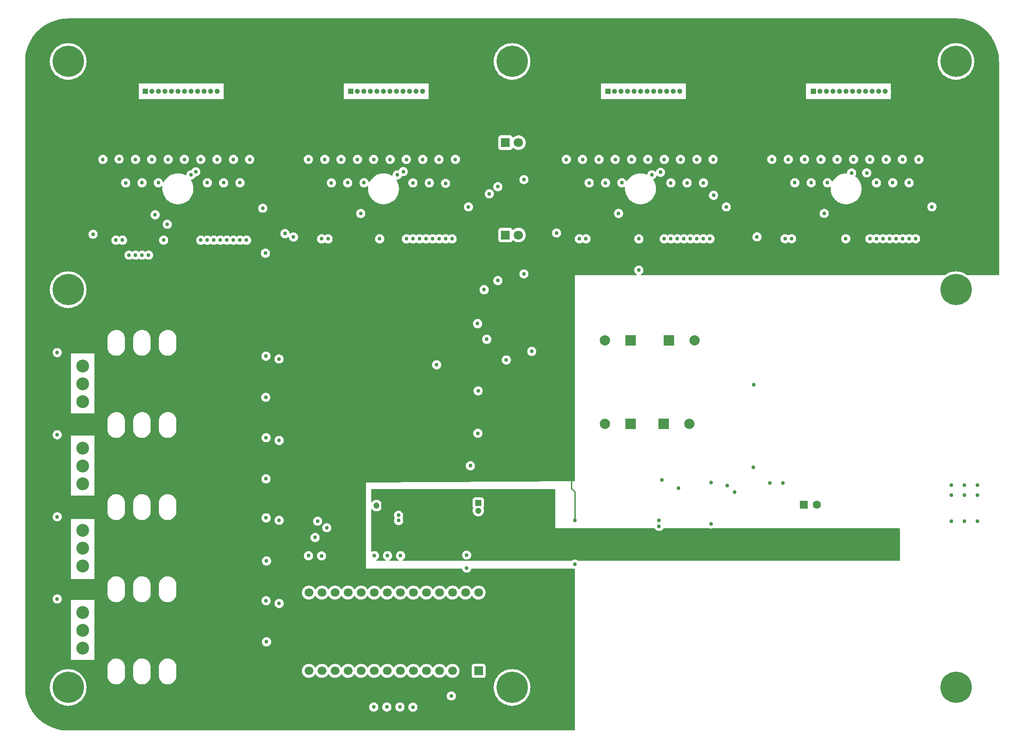
<source format=gbr>
%TF.GenerationSoftware,KiCad,Pcbnew,(6.0.1-0)*%
%TF.CreationDate,2022-02-14T11:55:44-05:00*%
%TF.ProjectId,nixie-tube-clock,6e697869-652d-4747-9562-652d636c6f63,rev?*%
%TF.SameCoordinates,Original*%
%TF.FileFunction,Copper,L2,Inr*%
%TF.FilePolarity,Positive*%
%FSLAX46Y46*%
G04 Gerber Fmt 4.6, Leading zero omitted, Abs format (unit mm)*
G04 Created by KiCad (PCBNEW (6.0.1-0)) date 2022-02-14 11:55:44*
%MOMM*%
%LPD*%
G01*
G04 APERTURE LIST*
%TA.AperFunction,ComponentPad*%
%ADD10C,6.096000*%
%TD*%
%TA.AperFunction,ComponentPad*%
%ADD11R,1.000000X1.000000*%
%TD*%
%TA.AperFunction,ComponentPad*%
%ADD12O,1.000000X1.000000*%
%TD*%
%TA.AperFunction,ComponentPad*%
%ADD13C,2.500000*%
%TD*%
%TA.AperFunction,ComponentPad*%
%ADD14R,1.800000X1.800000*%
%TD*%
%TA.AperFunction,ComponentPad*%
%ADD15C,1.800000*%
%TD*%
%TA.AperFunction,ComponentPad*%
%ADD16R,1.600000X1.600000*%
%TD*%
%TA.AperFunction,ComponentPad*%
%ADD17C,1.600000*%
%TD*%
%TA.AperFunction,ComponentPad*%
%ADD18R,2.000000X2.000000*%
%TD*%
%TA.AperFunction,ComponentPad*%
%ADD19C,2.000000*%
%TD*%
%TA.AperFunction,ComponentPad*%
%ADD20R,1.200000X1.200000*%
%TD*%
%TA.AperFunction,ComponentPad*%
%ADD21C,1.200000*%
%TD*%
%TA.AperFunction,ComponentPad*%
%ADD22R,1.700000X1.700000*%
%TD*%
%TA.AperFunction,ComponentPad*%
%ADD23C,1.700000*%
%TD*%
%TA.AperFunction,ViaPad*%
%ADD24C,0.762000*%
%TD*%
%TA.AperFunction,Conductor*%
%ADD25C,0.254000*%
%TD*%
G04 APERTURE END LIST*
D10*
%TO.N,*%
%TO.C,H2*%
X231359989Y-73660000D03*
%TD*%
D11*
%TO.N,Net-(IN-12A_2-Pad1)*%
%TO.C,IN-12A_2*%
X113649989Y-34999994D03*
D12*
%TO.N,/D2/K0*%
X114919989Y-34999994D03*
%TO.N,/D2/K9*%
X116189989Y-34999994D03*
%TO.N,/D2/K8*%
X117459989Y-34999994D03*
%TO.N,/D2/K7*%
X118729989Y-34999994D03*
%TO.N,/D2/K6*%
X119999989Y-34999994D03*
%TO.N,/D2/K5*%
X121269989Y-34999994D03*
%TO.N,/D2/K4*%
X122539989Y-34999994D03*
%TO.N,/D2/K3*%
X123809989Y-34999994D03*
%TO.N,/D2/K2*%
X125079989Y-34999994D03*
%TO.N,/D2/K1*%
X126349989Y-34999994D03*
%TO.N,unconnected-(IN-12A_2-Pad12)*%
X127619989Y-34999994D03*
%TD*%
D10*
%TO.N,*%
%TO.C,H6*%
X58639989Y-29210000D03*
%TD*%
D11*
%TO.N,Net-(IN-12A_3-Pad1)*%
%TO.C,IN-12A_3*%
X163650000Y-35000000D03*
D12*
%TO.N,/D3/K0*%
X164920000Y-35000000D03*
%TO.N,/D3/K9*%
X166190000Y-35000000D03*
%TO.N,/D3/K8*%
X167460000Y-35000000D03*
%TO.N,/D3/K7*%
X168730000Y-35000000D03*
%TO.N,/D3/K6*%
X170000000Y-35000000D03*
%TO.N,/D3/K5*%
X171270000Y-35000000D03*
%TO.N,/D3/K4*%
X172540000Y-35000000D03*
%TO.N,/D3/K3*%
X173810000Y-35000000D03*
%TO.N,/D3/K2*%
X175080000Y-35000000D03*
%TO.N,/D3/K1*%
X176350000Y-35000000D03*
%TO.N,unconnected-(IN-12A_3-Pad12)*%
X177620000Y-35000000D03*
%TD*%
D10*
%TO.N,*%
%TO.C,H5*%
X231359989Y-29210000D03*
%TD*%
D13*
%TO.N,Net-(IN-13_4-Pad1)*%
%TO.C,IN-13_4*%
X61500000Y-136500000D03*
%TO.N,Net-(IN-13_4-Pad2)*%
X61500000Y-140000000D03*
%TO.N,VAA*%
X61500000Y-143500000D03*
%TD*%
D14*
%TO.N,Net-(D6-Pad1)*%
%TO.C,D6*%
X143725000Y-63000000D03*
D15*
%TO.N,Net-(D6-Pad2)*%
X146265000Y-63000000D03*
%TD*%
D13*
%TO.N,Net-(IN-13_1-Pad1)*%
%TO.C,IN-13_1*%
X61500000Y-88500000D03*
%TO.N,Net-(IN-13_1-Pad2)*%
X61500000Y-92000000D03*
%TO.N,VAA*%
X61500000Y-95500000D03*
%TD*%
D11*
%TO.N,Net-(IN-12A_1-Pad1)*%
%TO.C,IN-12A_1*%
X73649992Y-34999994D03*
D12*
%TO.N,/D1/K0*%
X74919992Y-34999994D03*
%TO.N,/D1/K9*%
X76189992Y-34999994D03*
%TO.N,/D1/K8*%
X77459992Y-34999994D03*
%TO.N,/D1/K7*%
X78729992Y-34999994D03*
%TO.N,/D1/K6*%
X79999992Y-34999994D03*
%TO.N,/D1/K5*%
X81269992Y-34999994D03*
%TO.N,/D1/K4*%
X82539992Y-34999994D03*
%TO.N,/D1/K3*%
X83809992Y-34999994D03*
%TO.N,/D1/K2*%
X85079992Y-34999994D03*
%TO.N,/D1/K1*%
X86349992Y-34999994D03*
%TO.N,unconnected-(IN-12A_1-Pad12)*%
X87619992Y-34999994D03*
%TD*%
D10*
%TO.N,*%
%TO.C,H3*%
X231359989Y-151130000D03*
%TD*%
D13*
%TO.N,Net-(IN-13_2-Pad1)*%
%TO.C,IN-13_2*%
X61500000Y-104500000D03*
%TO.N,Net-(IN-13_2-Pad2)*%
X61500000Y-108000000D03*
%TO.N,VAA*%
X61500000Y-111500000D03*
%TD*%
D11*
%TO.N,Net-(IN-12A_4-Pad1)*%
%TO.C,IN-12A_4*%
X203650012Y-34999994D03*
D12*
%TO.N,/D4/K0*%
X204920012Y-34999994D03*
%TO.N,/D4/K9*%
X206190012Y-34999994D03*
%TO.N,/D4/K8*%
X207460012Y-34999994D03*
%TO.N,/D4/K7*%
X208730012Y-34999994D03*
%TO.N,/D4/K6*%
X210000012Y-34999994D03*
%TO.N,/D4/K5*%
X211270012Y-34999994D03*
%TO.N,/D4/K4*%
X212540012Y-34999994D03*
%TO.N,/D4/K3*%
X213810012Y-34999994D03*
%TO.N,/D4/K2*%
X215080012Y-34999994D03*
%TO.N,/D4/K1*%
X216350012Y-34999994D03*
%TO.N,unconnected-(IN-12A_4-Pad12)*%
X217620012Y-34999994D03*
%TD*%
D10*
%TO.N,*%
%TO.C,H8*%
X145000091Y-151130000D03*
%TD*%
%TO.N,*%
%TO.C,H4*%
X58639989Y-73660000D03*
%TD*%
%TO.N,*%
%TO.C,H1*%
X58639989Y-151130000D03*
%TD*%
%TO.N,*%
%TO.C,H7*%
X145000091Y-29210000D03*
%TD*%
D14*
%TO.N,Net-(D5-Pad1)*%
%TO.C,D5*%
X143725000Y-45000000D03*
D15*
%TO.N,Net-(D5-Pad2)*%
X146265000Y-45000000D03*
%TD*%
D13*
%TO.N,Net-(IN-13_3-Pad1)*%
%TO.C,IN-13_3*%
X61500000Y-120500000D03*
%TO.N,Net-(IN-13_3-Pad2)*%
X61500000Y-124000000D03*
%TO.N,VAA*%
X61500000Y-127500000D03*
%TD*%
D16*
%TO.N,+12V*%
%TO.C,C1*%
X201790240Y-115521500D03*
D17*
%TO.N,GND*%
X204290240Y-115521500D03*
%TD*%
D18*
%TO.N,VAA*%
%TO.C,C7*%
X168089917Y-83517500D03*
D19*
%TO.N,GND*%
X163089917Y-83517500D03*
%TD*%
D18*
%TO.N,VAA*%
%TO.C,C8*%
X175546563Y-83517500D03*
D19*
%TO.N,GND*%
X180546563Y-83517500D03*
%TD*%
D20*
%TO.N,+5V*%
%TO.C,C14*%
X138430000Y-115189000D03*
D21*
%TO.N,GND*%
X138430000Y-116689000D03*
%TD*%
D22*
%TO.N,unconnected-(U3-Pad1)*%
%TO.C,ItsyBitsy nRF52840*%
X138489995Y-147887995D03*
D23*
%TO.N,+3V3*%
X135949995Y-147887995D03*
%TO.N,unconnected-(U3-Pad3)*%
X133409995Y-147887995D03*
%TO.N,unconnected-(U3-Pad4)*%
X130869995Y-147887995D03*
%TO.N,Net-(R12-Pad2)*%
X128329995Y-147887995D03*
%TO.N,Net-(R13-Pad2)*%
X125789995Y-147887995D03*
%TO.N,Net-(R14-Pad2)*%
X123249995Y-147887995D03*
%TO.N,Net-(R16-Pad2)*%
X120709995Y-147887995D03*
%TO.N,Net-(R18-Pad2)*%
X118169995Y-147887995D03*
%TO.N,unconnected-(U3-Pad10)*%
X115629995Y-147887995D03*
%TO.N,Net-(R20-Pad2)*%
X113089995Y-147887995D03*
%TO.N,Net-(R21-Pad2)*%
X110549995Y-147887995D03*
%TO.N,unconnected-(U3-Pad13)*%
X108009995Y-147887995D03*
%TO.N,Net-(R23-Pad2)*%
X105469995Y-147887995D03*
%TO.N,Net-(R24-Pad2)*%
X105469995Y-132647995D03*
%TO.N,Net-(R22-Pad2)*%
X108009995Y-132647995D03*
%TO.N,unconnected-(U3-Pad17)*%
X110549995Y-132647995D03*
%TO.N,unconnected-(U3-Pad18)*%
X113089995Y-132647995D03*
%TO.N,unconnected-(U3-Pad19)*%
X115629995Y-132647995D03*
%TO.N,Net-(R19-Pad1)*%
X118169995Y-132647995D03*
%TO.N,Net-(R17-Pad1)*%
X120709995Y-132647995D03*
%TO.N,Net-(R15-Pad1)*%
X123249995Y-132647995D03*
%TO.N,unconnected-(U3-Pad23)*%
X125789995Y-132647995D03*
%TO.N,unconnected-(U3-Pad24)*%
X128329995Y-132647995D03*
%TO.N,unconnected-(U3-Pad25)*%
X130869995Y-132647995D03*
%TO.N,unconnected-(U3-Pad26)*%
X133409995Y-132647995D03*
%TO.N,GND*%
X135949995Y-132647995D03*
%TO.N,+5V*%
X138489995Y-132647995D03*
%TD*%
D20*
%TO.N,+12V*%
%TO.C,C13*%
X120142000Y-115697000D03*
D21*
%TO.N,GND*%
X118642000Y-115697000D03*
%TD*%
D18*
%TO.N,VAA*%
%TO.C,C5*%
X168089917Y-99773500D03*
D19*
%TO.N,GND*%
X163089917Y-99773500D03*
%TD*%
D18*
%TO.N,VAA*%
%TO.C,C6*%
X174530563Y-99773500D03*
D19*
%TO.N,GND*%
X179530563Y-99773500D03*
%TD*%
D24*
%TO.N,+5V*%
X147320000Y-52203000D03*
X147320000Y-70585500D03*
%TO.N,GND*%
X220965000Y-48275000D03*
X183708000Y-119281500D03*
X74915000Y-48275000D03*
X205090000Y-48275000D03*
X133187000Y-152781000D03*
X143891000Y-87338500D03*
X97232000Y-126492000D03*
X173609000Y-119761000D03*
X81265000Y-48275000D03*
X111745000Y-48275000D03*
X186883000Y-111774000D03*
X192659000Y-63353578D03*
X99670000Y-87147000D03*
X157226000Y-127100500D03*
X177785000Y-48275000D03*
X195138000Y-111268000D03*
X205740000Y-58779578D03*
X71740000Y-48275000D03*
X84455000Y-64008000D03*
X122936000Y-118618000D03*
X161910000Y-48275000D03*
X142240000Y-53594000D03*
X99695000Y-103022000D03*
X214615000Y-48275000D03*
X180960000Y-48275000D03*
X233045000Y-118745000D03*
X96520000Y-57785000D03*
X124460000Y-63754000D03*
X173609000Y-118618000D03*
X197678000Y-111268000D03*
X127620000Y-48275000D03*
X97103500Y-94615000D03*
X102484000Y-63378000D03*
X153670000Y-62611000D03*
X115570000Y-58804000D03*
X165085000Y-48275000D03*
X226695000Y-57506578D03*
X75565000Y-59058000D03*
X114920000Y-48275000D03*
X188262500Y-113108500D03*
X174625000Y-63754000D03*
X235585000Y-111760000D03*
X140081000Y-83312000D03*
X63500000Y-62865000D03*
X138415000Y-93360000D03*
X133970000Y-48275000D03*
X233045000Y-111760000D03*
X214630000Y-63729578D03*
X233045000Y-113665000D03*
X121270000Y-48275000D03*
X78090000Y-48275000D03*
X230505000Y-113665000D03*
X171435000Y-48275000D03*
X230505000Y-111760000D03*
X183708000Y-111180500D03*
X108570000Y-48275000D03*
X174183000Y-110669000D03*
X174610000Y-48275000D03*
X184135000Y-48275000D03*
X118095000Y-48275000D03*
X186690000Y-57531000D03*
X138355000Y-101615000D03*
X138303000Y-80264000D03*
X105395000Y-48275000D03*
X177358000Y-112334000D03*
X155560000Y-48275000D03*
X99695000Y-118577000D03*
X122936000Y-117602000D03*
X56515000Y-85902000D03*
X198740000Y-48275000D03*
X142240000Y-71882000D03*
X235585000Y-118745000D03*
X56515000Y-101905500D03*
X168260000Y-48275000D03*
X56515000Y-133884500D03*
X84440000Y-48275000D03*
X192024000Y-92202000D03*
X130795000Y-48275000D03*
X158735000Y-48275000D03*
X97128500Y-110490000D03*
X99695000Y-134772000D03*
X230505000Y-118745000D03*
X148844000Y-85673000D03*
X195565000Y-48275000D03*
X93965000Y-48275000D03*
X235585000Y-113665000D03*
X224140000Y-48275000D03*
X65390000Y-48275000D03*
X130339500Y-88288500D03*
X68565000Y-48215000D03*
X136169000Y-127889000D03*
X136169000Y-125349000D03*
X90790000Y-48275000D03*
X217790000Y-48275000D03*
X56515000Y-117882500D03*
X136525000Y-57531000D03*
X165735000Y-58804000D03*
X191963000Y-108230500D03*
X97232000Y-142240000D03*
X201915000Y-48275000D03*
X124445000Y-48275000D03*
X87615000Y-48275000D03*
X211440000Y-48275000D03*
X208265000Y-48275000D03*
%TO.N,+3V3*%
X102489000Y-65278000D03*
X97536000Y-60452000D03*
X139809500Y-86388500D03*
X187706000Y-60198000D03*
X138253000Y-104775000D03*
X62484000Y-65532000D03*
X135128000Y-60198000D03*
X192659000Y-65253578D03*
X227711000Y-60173578D03*
X138380000Y-96520000D03*
X146304000Y-85673000D03*
X152654000Y-65278000D03*
X157226000Y-118618000D03*
%TO.N,+12V*%
X219710000Y-123190000D03*
X218186000Y-123190000D03*
X219710000Y-124460000D03*
X218186000Y-124460000D03*
X218186000Y-121920000D03*
X219710000Y-121920000D03*
%TO.N,/DAY_PWM*%
X97130000Y-86601500D03*
X125730000Y-154952500D03*
%TO.N,/WEEK_PWM*%
X123190000Y-154927500D03*
X97155000Y-102476500D03*
%TO.N,/MONTH_PWM*%
X120650000Y-154927500D03*
X97155000Y-118099000D03*
%TO.N,/YEAR_PWM*%
X97155000Y-134239000D03*
X118110000Y-154940000D03*
%TO.N,/SCK*%
X107188000Y-118745000D03*
X73025000Y-66926000D03*
%TO.N,/MOSI*%
X108966000Y-120015000D03*
X77926701Y-60908701D03*
%TO.N,/~{CLR_SHIFT}*%
X107950000Y-125488500D03*
X74295000Y-66926000D03*
%TO.N,/STORE*%
X106680000Y-121920000D03*
X71755000Y-66926000D03*
%TO.N,/~{CLR_STORE}*%
X70485000Y-66926000D03*
X105410000Y-125476000D03*
%TO.N,/D1/B2*%
X93345000Y-64008000D03*
X92075000Y-52832000D03*
%TO.N,/D1/B3*%
X92075000Y-64008000D03*
X88900000Y-52832000D03*
%TO.N,/D1/B4*%
X85725000Y-52832000D03*
X90805000Y-64008000D03*
%TO.N,/D1/B5*%
X83477082Y-50691765D03*
X89535000Y-64008000D03*
%TO.N,/D1/B6*%
X82550000Y-51308000D03*
X88265000Y-64008000D03*
%TO.N,/D1/B7*%
X86995000Y-64008000D03*
X76200000Y-52832000D03*
%TO.N,/D1/B8*%
X73025000Y-52832000D03*
X85725000Y-64008000D03*
%TO.N,/D1/B9*%
X67945000Y-64008000D03*
X69850000Y-52844500D03*
%TO.N,/D2/B2*%
X132080000Y-52935500D03*
X133350000Y-63754000D03*
%TO.N,/D2/B3*%
X128905000Y-52844500D03*
X132080000Y-63754000D03*
%TO.N,/D2/B4*%
X130810000Y-63754000D03*
X125730000Y-52844500D03*
%TO.N,/D2/B5*%
X123836000Y-50649500D03*
X129540000Y-63754000D03*
%TO.N,/D2/B6*%
X128270000Y-63754000D03*
X122682000Y-51308000D03*
%TO.N,/D2/B7*%
X116205000Y-52832000D03*
X127000000Y-63754000D03*
%TO.N,/D2/B8*%
X113030000Y-52832000D03*
X125730000Y-63754000D03*
%TO.N,/D2/B9*%
X109855000Y-52844500D03*
X107950000Y-63754000D03*
%TO.N,/D3/B2*%
X182245000Y-52844500D03*
X183515000Y-63754000D03*
%TO.N,/D3/B3*%
X179070000Y-52844500D03*
X182245000Y-63754000D03*
%TO.N,/D3/B4*%
X180975000Y-63754000D03*
X175895000Y-52844500D03*
%TO.N,/D3/B5*%
X179705000Y-63754000D03*
X173899000Y-50793750D03*
%TO.N,/D3/B6*%
X172212000Y-51308000D03*
X178435000Y-63754000D03*
%TO.N,/D3/B7*%
X177165000Y-63754000D03*
X166370000Y-52832000D03*
%TO.N,/D3/B8*%
X175895000Y-63754000D03*
X163195000Y-52844500D03*
%TO.N,/D3/B9*%
X158115000Y-63754000D03*
X160020000Y-52844500D03*
%TO.N,/D4/B2*%
X223520000Y-63729578D03*
X222250000Y-52832000D03*
%TO.N,/D4/B3*%
X222250000Y-63729578D03*
X219075000Y-52832000D03*
%TO.N,/D4/B4*%
X220980000Y-63729578D03*
X215900000Y-52832000D03*
%TO.N,/D4/B5*%
X219710000Y-63729578D03*
X214006000Y-50903500D03*
%TO.N,/D4/B6*%
X211074000Y-50903500D03*
X218440000Y-63729578D03*
%TO.N,/D4/B7*%
X217170000Y-63729578D03*
X206375000Y-52832000D03*
%TO.N,/D4/B8*%
X203200000Y-52819500D03*
X215900000Y-63729578D03*
%TO.N,/D4/B9*%
X200025000Y-52832000D03*
X198120000Y-63729578D03*
%TO.N,/D1/DOUT*%
X97028000Y-66548000D03*
X100838000Y-62738000D03*
%TO.N,/D2/DOUT*%
X169672000Y-69850000D03*
X184225700Y-55269895D03*
%TO.N,/COLON_1*%
X123317000Y-125463500D03*
X140589000Y-54991000D03*
%TO.N,/COLON_2*%
X139573000Y-73660000D03*
X120777000Y-125463500D03*
%TO.N,/TEMP_LED*%
X118237000Y-125463500D03*
X136906000Y-107950000D03*
%TO.N,Net-(U5-Pad9)*%
X77216000Y-64008000D03*
X69215000Y-64008000D03*
%TO.N,Net-(U7-Pad9)*%
X119253000Y-63754000D03*
X109220000Y-63754000D03*
%TO.N,Net-(U10-Pad14)*%
X169672000Y-63754000D03*
X159385000Y-63754000D03*
%TO.N,Net-(U11-Pad9)*%
X199390000Y-63729578D03*
X209931000Y-63729578D03*
%TD*%
D25*
%TO.N,+3V3*%
X156591000Y-112395000D02*
X156591000Y-110236000D01*
X157226000Y-118618000D02*
X157226000Y-113030000D01*
X157226000Y-113030000D02*
X156591000Y-112395000D01*
%TD*%
%TA.AperFunction,Conductor*%
%TO.N,+3V3*%
G36*
X231310672Y-20828000D02*
G01*
X231330057Y-20829500D01*
X231344858Y-20831805D01*
X231344861Y-20831805D01*
X231353730Y-20833186D01*
X231376511Y-20830207D01*
X231396969Y-20829210D01*
X231904111Y-20845813D01*
X231912313Y-20846351D01*
X232449970Y-20899305D01*
X232458127Y-20900379D01*
X232882256Y-20970403D01*
X232991183Y-20988387D01*
X232999270Y-20989996D01*
X233525405Y-21112674D01*
X233533352Y-21114802D01*
X234050386Y-21271643D01*
X234058152Y-21274280D01*
X234502555Y-21441541D01*
X234563786Y-21464587D01*
X234571403Y-21467742D01*
X235063509Y-21690712D01*
X235070904Y-21694359D01*
X235272642Y-21802190D01*
X235547376Y-21949038D01*
X235554493Y-21953147D01*
X235902430Y-22169509D01*
X236013283Y-22238442D01*
X236020138Y-22243022D01*
X236459286Y-22557711D01*
X236465828Y-22562731D01*
X236883444Y-22905460D01*
X236889642Y-22910896D01*
X237283958Y-23280211D01*
X237289789Y-23286042D01*
X237659104Y-23680358D01*
X237664540Y-23686556D01*
X238007269Y-24104172D01*
X238012289Y-24110714D01*
X238326978Y-24549862D01*
X238331558Y-24556717D01*
X238616853Y-25015507D01*
X238620962Y-25022624D01*
X238719273Y-25206551D01*
X238875641Y-25499096D01*
X238879288Y-25506491D01*
X239102258Y-25998597D01*
X239105413Y-26006213D01*
X239295716Y-26511835D01*
X239295716Y-26511836D01*
X239298357Y-26519614D01*
X239455198Y-27036648D01*
X239457326Y-27044595D01*
X239580004Y-27570730D01*
X239581613Y-27578816D01*
X239668716Y-28106387D01*
X239669620Y-28111864D01*
X239670696Y-28120039D01*
X239723648Y-28657674D01*
X239724187Y-28665889D01*
X239735572Y-29013658D01*
X239740542Y-29165482D01*
X239739110Y-29188980D01*
X239736814Y-29203730D01*
X239737978Y-29212632D01*
X239737978Y-29212635D01*
X239740936Y-29235251D01*
X239742000Y-29251589D01*
X239742000Y-70740000D01*
X239721998Y-70808121D01*
X239668342Y-70854614D01*
X239616000Y-70866000D01*
X233605639Y-70866000D01*
X233537518Y-70845998D01*
X233526357Y-70837929D01*
X233453316Y-70778782D01*
X233287129Y-70670859D01*
X233143449Y-70577552D01*
X233143446Y-70577550D01*
X233140680Y-70575754D01*
X233137746Y-70574259D01*
X233137739Y-70574255D01*
X232811468Y-70408012D01*
X232811461Y-70408009D01*
X232808533Y-70406517D01*
X232805461Y-70405338D01*
X232805457Y-70405336D01*
X232679310Y-70356913D01*
X232460516Y-70272925D01*
X232100442Y-70176444D01*
X231904780Y-70145454D01*
X231735503Y-70118643D01*
X231735495Y-70118642D01*
X231732255Y-70118129D01*
X231359989Y-70098619D01*
X230987723Y-70118129D01*
X230984483Y-70118642D01*
X230984475Y-70118643D01*
X230815198Y-70145454D01*
X230619536Y-70176444D01*
X230259462Y-70272925D01*
X230040668Y-70356913D01*
X229914521Y-70405336D01*
X229914517Y-70405338D01*
X229911445Y-70406517D01*
X229908517Y-70408009D01*
X229908510Y-70408012D01*
X229582240Y-70574255D01*
X229582233Y-70574259D01*
X229579299Y-70575754D01*
X229576533Y-70577550D01*
X229576530Y-70577552D01*
X229387014Y-70700625D01*
X229266662Y-70778782D01*
X229193631Y-70837921D01*
X229128106Y-70865246D01*
X229114339Y-70866000D01*
X170169730Y-70866000D01*
X170101609Y-70845998D01*
X170055116Y-70792342D01*
X170045012Y-70722068D01*
X170074506Y-70657488D01*
X170108463Y-70632322D01*
X170107447Y-70630562D01*
X170113170Y-70627258D01*
X170119200Y-70624573D01*
X170163944Y-70592065D01*
X170265131Y-70518548D01*
X170270470Y-70514669D01*
X170395585Y-70375715D01*
X170403534Y-70361947D01*
X170485771Y-70219508D01*
X170485772Y-70219507D01*
X170489075Y-70213785D01*
X170546855Y-70035956D01*
X170566400Y-69850000D01*
X170546855Y-69664044D01*
X170489075Y-69486215D01*
X170395585Y-69324285D01*
X170270470Y-69185331D01*
X170119200Y-69075427D01*
X170113172Y-69072743D01*
X170113170Y-69072742D01*
X169954416Y-69002060D01*
X169954414Y-69002060D01*
X169948385Y-68999375D01*
X169856938Y-68979938D01*
X169771947Y-68961872D01*
X169771943Y-68961872D01*
X169765490Y-68960500D01*
X169578510Y-68960500D01*
X169572057Y-68961872D01*
X169572053Y-68961872D01*
X169487062Y-68979938D01*
X169395615Y-68999375D01*
X169389586Y-69002060D01*
X169389584Y-69002060D01*
X169230830Y-69072742D01*
X169230828Y-69072743D01*
X169224800Y-69075427D01*
X169073530Y-69185331D01*
X168948415Y-69324285D01*
X168854925Y-69486215D01*
X168797145Y-69664044D01*
X168777600Y-69850000D01*
X168797145Y-70035956D01*
X168854925Y-70213785D01*
X168858228Y-70219507D01*
X168858229Y-70219508D01*
X168940466Y-70361947D01*
X168948415Y-70375715D01*
X169073530Y-70514669D01*
X169078869Y-70518548D01*
X169180057Y-70592065D01*
X169224800Y-70624573D01*
X169230830Y-70627258D01*
X169236553Y-70630562D01*
X169235115Y-70633053D01*
X169279605Y-70670859D01*
X169300264Y-70738783D01*
X169280921Y-70807094D01*
X169227717Y-70854103D01*
X169174270Y-70866000D01*
X157226000Y-70866000D01*
X157226000Y-110872785D01*
X157205998Y-110940906D01*
X157152342Y-110987399D01*
X157100789Y-110998783D01*
X116586000Y-111252000D01*
X116586000Y-128016000D01*
X135183445Y-128016000D01*
X135251566Y-128036002D01*
X135298059Y-128089658D01*
X135303277Y-128103061D01*
X135351925Y-128252785D01*
X135445415Y-128414715D01*
X135570530Y-128553669D01*
X135721800Y-128663573D01*
X135727828Y-128666257D01*
X135727830Y-128666258D01*
X135886584Y-128736940D01*
X135892615Y-128739625D01*
X135984063Y-128759063D01*
X136069053Y-128777128D01*
X136069057Y-128777128D01*
X136075510Y-128778500D01*
X136262490Y-128778500D01*
X136268943Y-128777128D01*
X136268947Y-128777128D01*
X136353937Y-128759063D01*
X136445385Y-128739625D01*
X136451416Y-128736940D01*
X136610170Y-128666258D01*
X136610172Y-128666257D01*
X136616200Y-128663573D01*
X136767470Y-128553669D01*
X136892585Y-128414715D01*
X136986075Y-128252785D01*
X137034722Y-128103063D01*
X137074795Y-128044458D01*
X137140192Y-128016821D01*
X137154555Y-128016000D01*
X157100000Y-128016000D01*
X157168121Y-128036002D01*
X157214614Y-128089658D01*
X157226000Y-128142000D01*
X157226000Y-159386000D01*
X157205998Y-159454121D01*
X157152342Y-159500614D01*
X157100000Y-159512000D01*
X58689317Y-159512000D01*
X58669932Y-159510500D01*
X58655131Y-159508195D01*
X58655128Y-159508195D01*
X58646259Y-159506814D01*
X58623478Y-159509793D01*
X58603020Y-159510790D01*
X58095878Y-159494187D01*
X58087676Y-159493649D01*
X57550019Y-159440695D01*
X57541862Y-159439621D01*
X57008805Y-159351613D01*
X57000719Y-159350004D01*
X56474584Y-159227326D01*
X56466637Y-159225198D01*
X55949603Y-159068357D01*
X55941837Y-159065720D01*
X55436203Y-158875413D01*
X55428586Y-158872258D01*
X54936480Y-158649288D01*
X54929085Y-158645641D01*
X54727347Y-158537810D01*
X54452613Y-158390962D01*
X54445496Y-158386853D01*
X53986706Y-158101558D01*
X53979851Y-158096978D01*
X53540703Y-157782289D01*
X53534161Y-157777269D01*
X53116545Y-157434540D01*
X53110347Y-157429104D01*
X52716031Y-157059789D01*
X52710200Y-157053958D01*
X52340885Y-156659642D01*
X52335449Y-156653444D01*
X51992720Y-156235828D01*
X51987700Y-156229286D01*
X51673011Y-155790138D01*
X51668431Y-155783283D01*
X51475169Y-155472494D01*
X51383136Y-155324493D01*
X51379027Y-155317376D01*
X51180488Y-154945935D01*
X51177316Y-154940000D01*
X117215600Y-154940000D01*
X117235145Y-155125956D01*
X117237185Y-155132234D01*
X117237185Y-155132235D01*
X117239206Y-155138456D01*
X117292925Y-155303785D01*
X117386415Y-155465715D01*
X117390833Y-155470622D01*
X117390834Y-155470623D01*
X117503768Y-155596048D01*
X117511530Y-155604669D01*
X117662800Y-155714573D01*
X117668828Y-155717257D01*
X117668830Y-155717258D01*
X117824999Y-155786789D01*
X117833615Y-155790625D01*
X117898879Y-155804497D01*
X118010053Y-155828128D01*
X118010057Y-155828128D01*
X118016510Y-155829500D01*
X118203490Y-155829500D01*
X118209943Y-155828128D01*
X118209947Y-155828128D01*
X118321121Y-155804497D01*
X118386385Y-155790625D01*
X118395001Y-155786789D01*
X118551170Y-155717258D01*
X118551172Y-155717257D01*
X118557200Y-155714573D01*
X118708470Y-155604669D01*
X118716233Y-155596048D01*
X118829166Y-155470623D01*
X118829167Y-155470622D01*
X118833585Y-155465715D01*
X118927075Y-155303785D01*
X118980794Y-155138456D01*
X118982815Y-155132235D01*
X118982815Y-155132234D01*
X118984855Y-155125956D01*
X119004400Y-154940000D01*
X119003086Y-154927500D01*
X119755600Y-154927500D01*
X119775145Y-155113456D01*
X119832925Y-155291285D01*
X119836228Y-155297007D01*
X119836229Y-155297008D01*
X119918466Y-155439447D01*
X119926415Y-155453215D01*
X120051530Y-155592169D01*
X120056869Y-155596048D01*
X120144556Y-155659756D01*
X120202800Y-155702073D01*
X120208828Y-155704757D01*
X120208830Y-155704758D01*
X120264981Y-155729758D01*
X120373615Y-155778125D01*
X120438879Y-155791997D01*
X120550053Y-155815628D01*
X120550057Y-155815628D01*
X120556510Y-155817000D01*
X120743490Y-155817000D01*
X120749943Y-155815628D01*
X120749947Y-155815628D01*
X120861121Y-155791997D01*
X120926385Y-155778125D01*
X121035019Y-155729758D01*
X121091170Y-155704758D01*
X121091172Y-155704757D01*
X121097200Y-155702073D01*
X121155445Y-155659756D01*
X121243131Y-155596048D01*
X121248470Y-155592169D01*
X121373585Y-155453215D01*
X121381534Y-155439447D01*
X121463771Y-155297008D01*
X121463772Y-155297007D01*
X121467075Y-155291285D01*
X121524855Y-155113456D01*
X121544400Y-154927500D01*
X122295600Y-154927500D01*
X122315145Y-155113456D01*
X122372925Y-155291285D01*
X122376228Y-155297007D01*
X122376229Y-155297008D01*
X122458466Y-155439447D01*
X122466415Y-155453215D01*
X122591530Y-155592169D01*
X122596869Y-155596048D01*
X122684556Y-155659756D01*
X122742800Y-155702073D01*
X122748828Y-155704757D01*
X122748830Y-155704758D01*
X122804981Y-155729758D01*
X122913615Y-155778125D01*
X122978879Y-155791997D01*
X123090053Y-155815628D01*
X123090057Y-155815628D01*
X123096510Y-155817000D01*
X123283490Y-155817000D01*
X123289943Y-155815628D01*
X123289947Y-155815628D01*
X123401121Y-155791997D01*
X123466385Y-155778125D01*
X123575019Y-155729758D01*
X123631170Y-155704758D01*
X123631172Y-155704757D01*
X123637200Y-155702073D01*
X123695445Y-155659756D01*
X123783131Y-155596048D01*
X123788470Y-155592169D01*
X123913585Y-155453215D01*
X123921534Y-155439447D01*
X124003771Y-155297008D01*
X124003772Y-155297007D01*
X124007075Y-155291285D01*
X124064855Y-155113456D01*
X124081772Y-154952500D01*
X124835600Y-154952500D01*
X124855145Y-155138456D01*
X124912925Y-155316285D01*
X125006415Y-155478215D01*
X125010833Y-155483122D01*
X125010834Y-155483123D01*
X125123768Y-155608548D01*
X125131530Y-155617169D01*
X125136869Y-155621048D01*
X125243049Y-155698192D01*
X125282800Y-155727073D01*
X125288828Y-155729757D01*
X125288830Y-155729758D01*
X125428621Y-155791997D01*
X125453615Y-155803125D01*
X125518893Y-155817000D01*
X125630053Y-155840628D01*
X125630057Y-155840628D01*
X125636510Y-155842000D01*
X125823490Y-155842000D01*
X125829943Y-155840628D01*
X125829947Y-155840628D01*
X125941107Y-155817000D01*
X126006385Y-155803125D01*
X126031379Y-155791997D01*
X126171170Y-155729758D01*
X126171172Y-155729757D01*
X126177200Y-155727073D01*
X126216952Y-155698192D01*
X126323131Y-155621048D01*
X126328470Y-155617169D01*
X126336233Y-155608548D01*
X126449166Y-155483123D01*
X126449167Y-155483122D01*
X126453585Y-155478215D01*
X126547075Y-155316285D01*
X126604855Y-155138456D01*
X126624400Y-154952500D01*
X126604855Y-154766544D01*
X126547075Y-154588715D01*
X126453585Y-154426785D01*
X126328470Y-154287831D01*
X126177200Y-154177927D01*
X126171172Y-154175243D01*
X126171170Y-154175242D01*
X126012416Y-154104560D01*
X126012414Y-154104560D01*
X126006385Y-154101875D01*
X125888768Y-154076875D01*
X125829947Y-154064372D01*
X125829943Y-154064372D01*
X125823490Y-154063000D01*
X125636510Y-154063000D01*
X125630057Y-154064372D01*
X125630053Y-154064372D01*
X125571232Y-154076875D01*
X125453615Y-154101875D01*
X125447586Y-154104560D01*
X125447584Y-154104560D01*
X125288830Y-154175242D01*
X125288828Y-154175243D01*
X125282800Y-154177927D01*
X125131530Y-154287831D01*
X125006415Y-154426785D01*
X124912925Y-154588715D01*
X124855145Y-154766544D01*
X124835600Y-154952500D01*
X124081772Y-154952500D01*
X124084400Y-154927500D01*
X124064855Y-154741544D01*
X124007075Y-154563715D01*
X123980148Y-154517075D01*
X123916888Y-154407506D01*
X123913585Y-154401785D01*
X123859217Y-154341403D01*
X123792885Y-154267734D01*
X123792883Y-154267733D01*
X123788470Y-154262831D01*
X123723662Y-154215745D01*
X123642542Y-154156808D01*
X123642541Y-154156807D01*
X123637200Y-154152927D01*
X123631172Y-154150243D01*
X123631170Y-154150242D01*
X123472416Y-154079560D01*
X123472414Y-154079560D01*
X123466385Y-154076875D01*
X123348754Y-154051872D01*
X123289947Y-154039372D01*
X123289943Y-154039372D01*
X123283490Y-154038000D01*
X123096510Y-154038000D01*
X123090057Y-154039372D01*
X123090053Y-154039372D01*
X123031246Y-154051872D01*
X122913615Y-154076875D01*
X122907586Y-154079560D01*
X122907584Y-154079560D01*
X122748830Y-154150242D01*
X122748828Y-154150243D01*
X122742800Y-154152927D01*
X122737459Y-154156807D01*
X122737458Y-154156808D01*
X122656338Y-154215745D01*
X122591530Y-154262831D01*
X122587117Y-154267733D01*
X122587115Y-154267734D01*
X122520783Y-154341403D01*
X122466415Y-154401785D01*
X122463112Y-154407506D01*
X122399853Y-154517075D01*
X122372925Y-154563715D01*
X122315145Y-154741544D01*
X122295600Y-154927500D01*
X121544400Y-154927500D01*
X121524855Y-154741544D01*
X121467075Y-154563715D01*
X121440148Y-154517075D01*
X121376888Y-154407506D01*
X121373585Y-154401785D01*
X121319217Y-154341403D01*
X121252885Y-154267734D01*
X121252883Y-154267733D01*
X121248470Y-154262831D01*
X121183662Y-154215745D01*
X121102542Y-154156808D01*
X121102541Y-154156807D01*
X121097200Y-154152927D01*
X121091172Y-154150243D01*
X121091170Y-154150242D01*
X120932416Y-154079560D01*
X120932414Y-154079560D01*
X120926385Y-154076875D01*
X120808754Y-154051872D01*
X120749947Y-154039372D01*
X120749943Y-154039372D01*
X120743490Y-154038000D01*
X120556510Y-154038000D01*
X120550057Y-154039372D01*
X120550053Y-154039372D01*
X120491246Y-154051872D01*
X120373615Y-154076875D01*
X120367586Y-154079560D01*
X120367584Y-154079560D01*
X120208830Y-154150242D01*
X120208828Y-154150243D01*
X120202800Y-154152927D01*
X120197459Y-154156807D01*
X120197458Y-154156808D01*
X120116338Y-154215745D01*
X120051530Y-154262831D01*
X120047117Y-154267733D01*
X120047115Y-154267734D01*
X119980783Y-154341403D01*
X119926415Y-154401785D01*
X119923112Y-154407506D01*
X119859853Y-154517075D01*
X119832925Y-154563715D01*
X119775145Y-154741544D01*
X119755600Y-154927500D01*
X119003086Y-154927500D01*
X119002396Y-154920935D01*
X118985545Y-154760608D01*
X118985545Y-154760607D01*
X118984855Y-154754044D01*
X118927075Y-154576215D01*
X118892247Y-154515890D01*
X118836888Y-154420006D01*
X118833585Y-154414285D01*
X118719725Y-154287831D01*
X118712885Y-154280234D01*
X118712883Y-154280233D01*
X118708470Y-154275331D01*
X118557200Y-154165427D01*
X118551172Y-154162743D01*
X118551170Y-154162742D01*
X118392416Y-154092060D01*
X118392414Y-154092060D01*
X118386385Y-154089375D01*
X118268754Y-154064372D01*
X118209947Y-154051872D01*
X118209943Y-154051872D01*
X118203490Y-154050500D01*
X118016510Y-154050500D01*
X118010057Y-154051872D01*
X118010053Y-154051872D01*
X117951246Y-154064372D01*
X117833615Y-154089375D01*
X117827586Y-154092060D01*
X117827584Y-154092060D01*
X117668830Y-154162742D01*
X117668828Y-154162743D01*
X117662800Y-154165427D01*
X117511530Y-154275331D01*
X117507117Y-154280233D01*
X117507115Y-154280234D01*
X117500275Y-154287831D01*
X117386415Y-154414285D01*
X117383112Y-154420006D01*
X117327754Y-154515890D01*
X117292925Y-154576215D01*
X117235145Y-154754044D01*
X117234455Y-154760607D01*
X117234455Y-154760608D01*
X117217604Y-154920935D01*
X117215600Y-154940000D01*
X51177316Y-154940000D01*
X51124348Y-154840904D01*
X51120701Y-154833509D01*
X50897731Y-154341403D01*
X50894576Y-154333786D01*
X50848908Y-154212448D01*
X50704269Y-153828152D01*
X50701632Y-153820386D01*
X50544791Y-153303352D01*
X50542663Y-153295405D01*
X50419985Y-152769270D01*
X50418376Y-152761183D01*
X50390946Y-152595044D01*
X50330368Y-152228127D01*
X50329293Y-152219961D01*
X50276340Y-151682311D01*
X50275801Y-151674098D01*
X50270283Y-151505514D01*
X50259447Y-151174518D01*
X50260879Y-151151015D01*
X50261794Y-151145140D01*
X50263175Y-151136270D01*
X50262355Y-151130000D01*
X55078608Y-151130000D01*
X55098118Y-151502266D01*
X55156433Y-151870453D01*
X55252914Y-152230527D01*
X55386506Y-152578544D01*
X55387998Y-152581472D01*
X55388001Y-152581479D01*
X55493008Y-152787565D01*
X55555743Y-152910690D01*
X55758771Y-153223327D01*
X55993367Y-153513029D01*
X56256960Y-153776622D01*
X56546662Y-154011218D01*
X56549437Y-154013020D01*
X56803372Y-154177927D01*
X56859298Y-154214246D01*
X56862232Y-154215741D01*
X56862239Y-154215745D01*
X57188510Y-154381988D01*
X57188517Y-154381991D01*
X57191445Y-154383483D01*
X57194517Y-154384662D01*
X57194521Y-154384664D01*
X57271686Y-154414285D01*
X57539462Y-154517075D01*
X57899536Y-154613556D01*
X58095198Y-154644546D01*
X58264475Y-154671357D01*
X58264483Y-154671358D01*
X58267723Y-154671871D01*
X58639989Y-154691381D01*
X59012255Y-154671871D01*
X59015495Y-154671358D01*
X59015503Y-154671357D01*
X59184780Y-154644546D01*
X59380442Y-154613556D01*
X59740516Y-154517075D01*
X60008292Y-154414285D01*
X60085457Y-154384664D01*
X60085461Y-154384662D01*
X60088533Y-154383483D01*
X60091461Y-154381991D01*
X60091468Y-154381988D01*
X60417739Y-154215745D01*
X60417746Y-154215741D01*
X60420680Y-154214246D01*
X60476607Y-154177927D01*
X60730541Y-154013020D01*
X60733316Y-154011218D01*
X61023018Y-153776622D01*
X61286611Y-153513029D01*
X61521207Y-153223327D01*
X61724235Y-152910690D01*
X61786971Y-152787565D01*
X61790316Y-152781000D01*
X132292600Y-152781000D01*
X132312145Y-152966956D01*
X132369925Y-153144785D01*
X132463415Y-153306715D01*
X132588530Y-153445669D01*
X132739800Y-153555573D01*
X132745828Y-153558257D01*
X132745830Y-153558258D01*
X132904584Y-153628940D01*
X132910615Y-153631625D01*
X133002062Y-153651062D01*
X133087053Y-153669128D01*
X133087057Y-153669128D01*
X133093510Y-153670500D01*
X133280490Y-153670500D01*
X133286943Y-153669128D01*
X133286947Y-153669128D01*
X133371938Y-153651062D01*
X133463385Y-153631625D01*
X133469416Y-153628940D01*
X133628170Y-153558258D01*
X133628172Y-153558257D01*
X133634200Y-153555573D01*
X133785470Y-153445669D01*
X133910585Y-153306715D01*
X134004075Y-153144785D01*
X134061855Y-152966956D01*
X134081400Y-152781000D01*
X134061855Y-152595044D01*
X134057448Y-152581479D01*
X134006117Y-152423500D01*
X134004075Y-152417215D01*
X133910585Y-152255285D01*
X133906166Y-152250377D01*
X133789885Y-152121234D01*
X133789883Y-152121233D01*
X133785470Y-152116331D01*
X133634200Y-152006427D01*
X133628172Y-152003743D01*
X133628170Y-152003742D01*
X133469416Y-151933060D01*
X133469414Y-151933060D01*
X133463385Y-151930375D01*
X133371938Y-151910938D01*
X133286947Y-151892872D01*
X133286943Y-151892872D01*
X133280490Y-151891500D01*
X133093510Y-151891500D01*
X133087057Y-151892872D01*
X133087053Y-151892872D01*
X133002062Y-151910938D01*
X132910615Y-151930375D01*
X132904586Y-151933060D01*
X132904584Y-151933060D01*
X132745830Y-152003742D01*
X132745828Y-152003743D01*
X132739800Y-152006427D01*
X132588530Y-152116331D01*
X132584117Y-152121233D01*
X132584115Y-152121234D01*
X132467834Y-152250377D01*
X132463415Y-152255285D01*
X132369925Y-152417215D01*
X132367883Y-152423500D01*
X132316553Y-152581479D01*
X132312145Y-152595044D01*
X132292600Y-152781000D01*
X61790316Y-152781000D01*
X61891977Y-152581479D01*
X61891980Y-152581472D01*
X61893472Y-152578544D01*
X62027064Y-152230527D01*
X62123545Y-151870453D01*
X62181860Y-151502266D01*
X62201370Y-151130000D01*
X141438710Y-151130000D01*
X141458220Y-151502266D01*
X141516535Y-151870453D01*
X141613016Y-152230527D01*
X141746608Y-152578544D01*
X141748100Y-152581472D01*
X141748103Y-152581479D01*
X141853110Y-152787565D01*
X141915845Y-152910690D01*
X142118873Y-153223327D01*
X142353469Y-153513029D01*
X142617062Y-153776622D01*
X142906764Y-154011218D01*
X142909539Y-154013020D01*
X143163474Y-154177927D01*
X143219400Y-154214246D01*
X143222334Y-154215741D01*
X143222341Y-154215745D01*
X143548612Y-154381988D01*
X143548619Y-154381991D01*
X143551547Y-154383483D01*
X143554619Y-154384662D01*
X143554623Y-154384664D01*
X143631788Y-154414285D01*
X143899564Y-154517075D01*
X144259638Y-154613556D01*
X144455300Y-154644546D01*
X144624577Y-154671357D01*
X144624585Y-154671358D01*
X144627825Y-154671871D01*
X145000091Y-154691381D01*
X145372357Y-154671871D01*
X145375597Y-154671358D01*
X145375605Y-154671357D01*
X145544882Y-154644546D01*
X145740544Y-154613556D01*
X146100618Y-154517075D01*
X146368394Y-154414285D01*
X146445559Y-154384664D01*
X146445563Y-154384662D01*
X146448635Y-154383483D01*
X146451563Y-154381991D01*
X146451570Y-154381988D01*
X146777841Y-154215745D01*
X146777848Y-154215741D01*
X146780782Y-154214246D01*
X146836709Y-154177927D01*
X147090643Y-154013020D01*
X147093418Y-154011218D01*
X147383120Y-153776622D01*
X147646713Y-153513029D01*
X147881309Y-153223327D01*
X148084337Y-152910690D01*
X148147073Y-152787565D01*
X148252079Y-152581479D01*
X148252082Y-152581472D01*
X148253574Y-152578544D01*
X148387166Y-152230527D01*
X148483647Y-151870453D01*
X148541962Y-151502266D01*
X148561472Y-151130000D01*
X148541962Y-150757734D01*
X148483647Y-150389547D01*
X148387166Y-150029473D01*
X148289024Y-149773805D01*
X148254755Y-149684532D01*
X148254753Y-149684528D01*
X148253574Y-149681456D01*
X148252079Y-149678521D01*
X148085836Y-149352251D01*
X148085832Y-149352244D01*
X148084337Y-149349310D01*
X148017569Y-149246495D01*
X147926744Y-149106637D01*
X147881309Y-149036673D01*
X147646713Y-148746971D01*
X147383120Y-148483378D01*
X147093418Y-148248782D01*
X146981442Y-148176064D01*
X146783551Y-148047552D01*
X146783548Y-148047550D01*
X146780782Y-148045754D01*
X146777848Y-148044259D01*
X146777841Y-148044255D01*
X146451570Y-147878012D01*
X146451563Y-147878009D01*
X146448635Y-147876517D01*
X146445563Y-147875338D01*
X146445559Y-147875336D01*
X146319412Y-147826913D01*
X146100618Y-147742925D01*
X145740544Y-147646444D01*
X145544882Y-147615454D01*
X145375605Y-147588643D01*
X145375597Y-147588642D01*
X145372357Y-147588129D01*
X145000091Y-147568619D01*
X144627825Y-147588129D01*
X144624585Y-147588642D01*
X144624577Y-147588643D01*
X144455300Y-147615454D01*
X144259638Y-147646444D01*
X143899564Y-147742925D01*
X143680770Y-147826913D01*
X143554623Y-147875336D01*
X143554619Y-147875338D01*
X143551547Y-147876517D01*
X143548619Y-147878009D01*
X143548612Y-147878012D01*
X143222342Y-148044255D01*
X143222335Y-148044259D01*
X143219401Y-148045754D01*
X142906764Y-148248782D01*
X142617062Y-148483378D01*
X142353469Y-148746971D01*
X142118873Y-149036673D01*
X142073438Y-149106637D01*
X141982614Y-149246495D01*
X141915845Y-149349310D01*
X141914350Y-149352244D01*
X141914346Y-149352251D01*
X141748103Y-149678521D01*
X141746608Y-149681456D01*
X141745429Y-149684528D01*
X141745427Y-149684532D01*
X141711158Y-149773805D01*
X141613016Y-150029473D01*
X141516535Y-150389547D01*
X141458220Y-150757734D01*
X141438710Y-151130000D01*
X62201370Y-151130000D01*
X62181860Y-150757734D01*
X62123545Y-150389547D01*
X62027064Y-150029473D01*
X61928922Y-149773805D01*
X61894653Y-149684532D01*
X61894651Y-149684528D01*
X61893472Y-149681456D01*
X61891977Y-149678521D01*
X61725734Y-149352251D01*
X61725730Y-149352244D01*
X61724235Y-149349310D01*
X61657467Y-149246495D01*
X61566642Y-149106637D01*
X61521207Y-149036673D01*
X61383079Y-148866099D01*
X66291500Y-148866099D01*
X66291681Y-148868478D01*
X66291681Y-148868479D01*
X66302038Y-149004627D01*
X66306188Y-149059190D01*
X66307267Y-149063844D01*
X66307267Y-149063846D01*
X66338136Y-149197025D01*
X66364882Y-149312415D01*
X66461205Y-149553848D01*
X66592938Y-149777934D01*
X66757051Y-149979515D01*
X66949767Y-150153953D01*
X67166651Y-150297233D01*
X67170991Y-150299234D01*
X67170995Y-150299236D01*
X67398360Y-150404053D01*
X67398363Y-150404054D01*
X67402712Y-150406059D01*
X67407313Y-150407383D01*
X67407314Y-150407383D01*
X67647925Y-150476605D01*
X67647930Y-150476606D01*
X67652518Y-150477926D01*
X67910321Y-150511180D01*
X68047595Y-150507945D01*
X68165408Y-150505169D01*
X68165413Y-150505169D01*
X68170187Y-150505056D01*
X68298162Y-150482375D01*
X68421433Y-150460528D01*
X68421437Y-150460527D01*
X68426137Y-150459694D01*
X68672281Y-150376140D01*
X68902954Y-150256315D01*
X68906808Y-150253500D01*
X68906812Y-150253497D01*
X69108983Y-150105800D01*
X69108984Y-150105799D01*
X69112847Y-150102977D01*
X69240689Y-149975803D01*
X69293741Y-149923029D01*
X69293745Y-149923024D01*
X69297132Y-149919655D01*
X69451567Y-149710566D01*
X69572598Y-149480524D01*
X69574159Y-149476005D01*
X69574161Y-149475999D01*
X69655880Y-149239339D01*
X69655880Y-149239338D01*
X69657440Y-149234821D01*
X69704141Y-148979112D01*
X69708500Y-148895939D01*
X69708500Y-148866099D01*
X71291500Y-148866099D01*
X71291681Y-148868478D01*
X71291681Y-148868479D01*
X71302038Y-149004627D01*
X71306188Y-149059190D01*
X71307267Y-149063844D01*
X71307267Y-149063846D01*
X71338136Y-149197025D01*
X71364882Y-149312415D01*
X71461205Y-149553848D01*
X71592938Y-149777934D01*
X71757051Y-149979515D01*
X71949767Y-150153953D01*
X72166651Y-150297233D01*
X72170991Y-150299234D01*
X72170995Y-150299236D01*
X72398360Y-150404053D01*
X72398363Y-150404054D01*
X72402712Y-150406059D01*
X72407313Y-150407383D01*
X72407314Y-150407383D01*
X72647925Y-150476605D01*
X72647930Y-150476606D01*
X72652518Y-150477926D01*
X72910321Y-150511180D01*
X73047595Y-150507945D01*
X73165408Y-150505169D01*
X73165413Y-150505169D01*
X73170187Y-150505056D01*
X73298162Y-150482375D01*
X73421433Y-150460528D01*
X73421437Y-150460527D01*
X73426137Y-150459694D01*
X73672281Y-150376140D01*
X73902954Y-150256315D01*
X73906808Y-150253500D01*
X73906812Y-150253497D01*
X74108983Y-150105800D01*
X74108984Y-150105799D01*
X74112847Y-150102977D01*
X74240689Y-149975803D01*
X74293741Y-149923029D01*
X74293745Y-149923024D01*
X74297132Y-149919655D01*
X74451567Y-149710566D01*
X74572598Y-149480524D01*
X74574159Y-149476005D01*
X74574161Y-149475999D01*
X74655880Y-149239339D01*
X74655880Y-149239338D01*
X74657440Y-149234821D01*
X74704141Y-148979112D01*
X74708500Y-148895939D01*
X74708500Y-148866099D01*
X76291500Y-148866099D01*
X76291681Y-148868478D01*
X76291681Y-148868479D01*
X76302038Y-149004627D01*
X76306188Y-149059190D01*
X76307267Y-149063844D01*
X76307267Y-149063846D01*
X76338136Y-149197025D01*
X76364882Y-149312415D01*
X76461205Y-149553848D01*
X76592938Y-149777934D01*
X76757051Y-149979515D01*
X76949767Y-150153953D01*
X77166651Y-150297233D01*
X77170991Y-150299234D01*
X77170995Y-150299236D01*
X77398360Y-150404053D01*
X77398363Y-150404054D01*
X77402712Y-150406059D01*
X77407313Y-150407383D01*
X77407314Y-150407383D01*
X77647925Y-150476605D01*
X77647930Y-150476606D01*
X77652518Y-150477926D01*
X77910321Y-150511180D01*
X78047595Y-150507945D01*
X78165408Y-150505169D01*
X78165413Y-150505169D01*
X78170187Y-150505056D01*
X78298162Y-150482375D01*
X78421433Y-150460528D01*
X78421437Y-150460527D01*
X78426137Y-150459694D01*
X78672281Y-150376140D01*
X78902954Y-150256315D01*
X78906808Y-150253500D01*
X78906812Y-150253497D01*
X79108983Y-150105800D01*
X79108984Y-150105799D01*
X79112847Y-150102977D01*
X79240689Y-149975803D01*
X79293741Y-149923029D01*
X79293745Y-149923024D01*
X79297132Y-149919655D01*
X79451567Y-149710566D01*
X79572598Y-149480524D01*
X79574159Y-149476005D01*
X79574161Y-149475999D01*
X79655880Y-149239339D01*
X79655880Y-149239338D01*
X79657440Y-149234821D01*
X79704141Y-148979112D01*
X79708500Y-148895939D01*
X79708500Y-147854690D01*
X104107246Y-147854690D01*
X104107543Y-147859843D01*
X104107543Y-147859846D01*
X104113006Y-147954585D01*
X104120105Y-148077710D01*
X104121242Y-148082756D01*
X104121243Y-148082762D01*
X104141114Y-148170934D01*
X104169217Y-148295634D01*
X104253261Y-148502611D01*
X104304014Y-148585433D01*
X104367286Y-148688683D01*
X104369982Y-148693083D01*
X104516245Y-148861933D01*
X104688121Y-149004627D01*
X104880995Y-149117333D01*
X105089687Y-149197025D01*
X105094755Y-149198056D01*
X105094758Y-149198057D01*
X105202012Y-149219878D01*
X105308592Y-149241562D01*
X105313767Y-149241752D01*
X105313769Y-149241752D01*
X105526668Y-149249559D01*
X105526672Y-149249559D01*
X105531832Y-149249748D01*
X105536952Y-149249092D01*
X105536954Y-149249092D01*
X105748283Y-149222020D01*
X105748284Y-149222020D01*
X105753411Y-149221363D01*
X105758361Y-149219878D01*
X105962424Y-149158656D01*
X105962429Y-149158654D01*
X105967379Y-149157169D01*
X106167989Y-149058891D01*
X106349855Y-148929168D01*
X106381525Y-148897609D01*
X106493395Y-148786129D01*
X106508091Y-148771484D01*
X106567589Y-148688684D01*
X106638448Y-148590072D01*
X106639771Y-148591023D01*
X106686640Y-148547852D01*
X106756575Y-148535620D01*
X106822021Y-148563139D01*
X106849870Y-148594989D01*
X106909982Y-148693083D01*
X107056245Y-148861933D01*
X107228121Y-149004627D01*
X107420995Y-149117333D01*
X107629687Y-149197025D01*
X107634755Y-149198056D01*
X107634758Y-149198057D01*
X107742012Y-149219878D01*
X107848592Y-149241562D01*
X107853767Y-149241752D01*
X107853769Y-149241752D01*
X108066668Y-149249559D01*
X108066672Y-149249559D01*
X108071832Y-149249748D01*
X108076952Y-149249092D01*
X108076954Y-149249092D01*
X108288283Y-149222020D01*
X108288284Y-149222020D01*
X108293411Y-149221363D01*
X108298361Y-149219878D01*
X108502424Y-149158656D01*
X108502429Y-149158654D01*
X108507379Y-149157169D01*
X108707989Y-149058891D01*
X108889855Y-148929168D01*
X108921525Y-148897609D01*
X109033395Y-148786129D01*
X109048091Y-148771484D01*
X109107589Y-148688684D01*
X109178448Y-148590072D01*
X109179771Y-148591023D01*
X109226640Y-148547852D01*
X109296575Y-148535620D01*
X109362021Y-148563139D01*
X109389870Y-148594989D01*
X109449982Y-148693083D01*
X109596245Y-148861933D01*
X109768121Y-149004627D01*
X109960995Y-149117333D01*
X110169687Y-149197025D01*
X110174755Y-149198056D01*
X110174758Y-149198057D01*
X110282012Y-149219878D01*
X110388592Y-149241562D01*
X110393767Y-149241752D01*
X110393769Y-149241752D01*
X110606668Y-149249559D01*
X110606672Y-149249559D01*
X110611832Y-149249748D01*
X110616952Y-149249092D01*
X110616954Y-149249092D01*
X110828283Y-149222020D01*
X110828284Y-149222020D01*
X110833411Y-149221363D01*
X110838361Y-149219878D01*
X111042424Y-149158656D01*
X111042429Y-149158654D01*
X111047379Y-149157169D01*
X111247989Y-149058891D01*
X111429855Y-148929168D01*
X111461525Y-148897609D01*
X111573395Y-148786129D01*
X111588091Y-148771484D01*
X111647589Y-148688684D01*
X111718448Y-148590072D01*
X111719771Y-148591023D01*
X111766640Y-148547852D01*
X111836575Y-148535620D01*
X111902021Y-148563139D01*
X111929870Y-148594989D01*
X111989982Y-148693083D01*
X112136245Y-148861933D01*
X112308121Y-149004627D01*
X112500995Y-149117333D01*
X112709687Y-149197025D01*
X112714755Y-149198056D01*
X112714758Y-149198057D01*
X112822012Y-149219878D01*
X112928592Y-149241562D01*
X112933767Y-149241752D01*
X112933769Y-149241752D01*
X113146668Y-149249559D01*
X113146672Y-149249559D01*
X113151832Y-149249748D01*
X113156952Y-149249092D01*
X113156954Y-149249092D01*
X113368283Y-149222020D01*
X113368284Y-149222020D01*
X113373411Y-149221363D01*
X113378361Y-149219878D01*
X113582424Y-149158656D01*
X113582429Y-149158654D01*
X113587379Y-149157169D01*
X113787989Y-149058891D01*
X113969855Y-148929168D01*
X114001525Y-148897609D01*
X114113395Y-148786129D01*
X114128091Y-148771484D01*
X114187589Y-148688684D01*
X114258448Y-148590072D01*
X114259771Y-148591023D01*
X114306640Y-148547852D01*
X114376575Y-148535620D01*
X114442021Y-148563139D01*
X114469870Y-148594989D01*
X114529982Y-148693083D01*
X114676245Y-148861933D01*
X114848121Y-149004627D01*
X115040995Y-149117333D01*
X115249687Y-149197025D01*
X115254755Y-149198056D01*
X115254758Y-149198057D01*
X115362012Y-149219878D01*
X115468592Y-149241562D01*
X115473767Y-149241752D01*
X115473769Y-149241752D01*
X115686668Y-149249559D01*
X115686672Y-149249559D01*
X115691832Y-149249748D01*
X115696952Y-149249092D01*
X115696954Y-149249092D01*
X115908283Y-149222020D01*
X115908284Y-149222020D01*
X115913411Y-149221363D01*
X115918361Y-149219878D01*
X116122424Y-149158656D01*
X116122429Y-149158654D01*
X116127379Y-149157169D01*
X116327989Y-149058891D01*
X116509855Y-148929168D01*
X116541525Y-148897609D01*
X116653395Y-148786129D01*
X116668091Y-148771484D01*
X116727589Y-148688684D01*
X116798448Y-148590072D01*
X116799771Y-148591023D01*
X116846640Y-148547852D01*
X116916575Y-148535620D01*
X116982021Y-148563139D01*
X117009870Y-148594989D01*
X117069982Y-148693083D01*
X117216245Y-148861933D01*
X117388121Y-149004627D01*
X117580995Y-149117333D01*
X117789687Y-149197025D01*
X117794755Y-149198056D01*
X117794758Y-149198057D01*
X117902012Y-149219878D01*
X118008592Y-149241562D01*
X118013767Y-149241752D01*
X118013769Y-149241752D01*
X118226668Y-149249559D01*
X118226672Y-149249559D01*
X118231832Y-149249748D01*
X118236952Y-149249092D01*
X118236954Y-149249092D01*
X118448283Y-149222020D01*
X118448284Y-149222020D01*
X118453411Y-149221363D01*
X118458361Y-149219878D01*
X118662424Y-149158656D01*
X118662429Y-149158654D01*
X118667379Y-149157169D01*
X118867989Y-149058891D01*
X119049855Y-148929168D01*
X119081525Y-148897609D01*
X119193395Y-148786129D01*
X119208091Y-148771484D01*
X119267589Y-148688684D01*
X119338448Y-148590072D01*
X119339771Y-148591023D01*
X119386640Y-148547852D01*
X119456575Y-148535620D01*
X119522021Y-148563139D01*
X119549870Y-148594989D01*
X119609982Y-148693083D01*
X119756245Y-148861933D01*
X119928121Y-149004627D01*
X120120995Y-149117333D01*
X120329687Y-149197025D01*
X120334755Y-149198056D01*
X120334758Y-149198057D01*
X120442012Y-149219878D01*
X120548592Y-149241562D01*
X120553767Y-149241752D01*
X120553769Y-149241752D01*
X120766668Y-149249559D01*
X120766672Y-149249559D01*
X120771832Y-149249748D01*
X120776952Y-149249092D01*
X120776954Y-149249092D01*
X120988283Y-149222020D01*
X120988284Y-149222020D01*
X120993411Y-149221363D01*
X120998361Y-149219878D01*
X121202424Y-149158656D01*
X121202429Y-149158654D01*
X121207379Y-149157169D01*
X121407989Y-149058891D01*
X121589855Y-148929168D01*
X121621525Y-148897609D01*
X121733395Y-148786129D01*
X121748091Y-148771484D01*
X121807589Y-148688684D01*
X121878448Y-148590072D01*
X121879771Y-148591023D01*
X121926640Y-148547852D01*
X121996575Y-148535620D01*
X122062021Y-148563139D01*
X122089870Y-148594989D01*
X122149982Y-148693083D01*
X122296245Y-148861933D01*
X122468121Y-149004627D01*
X122660995Y-149117333D01*
X122869687Y-149197025D01*
X122874755Y-149198056D01*
X122874758Y-149198057D01*
X122982012Y-149219878D01*
X123088592Y-149241562D01*
X123093767Y-149241752D01*
X123093769Y-149241752D01*
X123306668Y-149249559D01*
X123306672Y-149249559D01*
X123311832Y-149249748D01*
X123316952Y-149249092D01*
X123316954Y-149249092D01*
X123528283Y-149222020D01*
X123528284Y-149222020D01*
X123533411Y-149221363D01*
X123538361Y-149219878D01*
X123742424Y-149158656D01*
X123742429Y-149158654D01*
X123747379Y-149157169D01*
X123947989Y-149058891D01*
X124129855Y-148929168D01*
X124161525Y-148897609D01*
X124273395Y-148786129D01*
X124288091Y-148771484D01*
X124347589Y-148688684D01*
X124418448Y-148590072D01*
X124419771Y-148591023D01*
X124466640Y-148547852D01*
X124536575Y-148535620D01*
X124602021Y-148563139D01*
X124629870Y-148594989D01*
X124689982Y-148693083D01*
X124836245Y-148861933D01*
X125008121Y-149004627D01*
X125200995Y-149117333D01*
X125409687Y-149197025D01*
X125414755Y-149198056D01*
X125414758Y-149198057D01*
X125522012Y-149219878D01*
X125628592Y-149241562D01*
X125633767Y-149241752D01*
X125633769Y-149241752D01*
X125846668Y-149249559D01*
X125846672Y-149249559D01*
X125851832Y-149249748D01*
X125856952Y-149249092D01*
X125856954Y-149249092D01*
X126068283Y-149222020D01*
X126068284Y-149222020D01*
X126073411Y-149221363D01*
X126078361Y-149219878D01*
X126282424Y-149158656D01*
X126282429Y-149158654D01*
X126287379Y-149157169D01*
X126487989Y-149058891D01*
X126669855Y-148929168D01*
X126701525Y-148897609D01*
X126813395Y-148786129D01*
X126828091Y-148771484D01*
X126887589Y-148688684D01*
X126958448Y-148590072D01*
X126959771Y-148591023D01*
X127006640Y-148547852D01*
X127076575Y-148535620D01*
X127142021Y-148563139D01*
X127169870Y-148594989D01*
X127229982Y-148693083D01*
X127376245Y-148861933D01*
X127548121Y-149004627D01*
X127740995Y-149117333D01*
X127949687Y-149197025D01*
X127954755Y-149198056D01*
X127954758Y-149198057D01*
X128062012Y-149219878D01*
X128168592Y-149241562D01*
X128173767Y-149241752D01*
X128173769Y-149241752D01*
X128386668Y-149249559D01*
X128386672Y-149249559D01*
X128391832Y-149249748D01*
X128396952Y-149249092D01*
X128396954Y-149249092D01*
X128608283Y-149222020D01*
X128608284Y-149222020D01*
X128613411Y-149221363D01*
X128618361Y-149219878D01*
X128822424Y-149158656D01*
X128822429Y-149158654D01*
X128827379Y-149157169D01*
X129027989Y-149058891D01*
X129209855Y-148929168D01*
X129241525Y-148897609D01*
X129353395Y-148786129D01*
X129368091Y-148771484D01*
X129427589Y-148688684D01*
X129498448Y-148590072D01*
X129499771Y-148591023D01*
X129546640Y-148547852D01*
X129616575Y-148535620D01*
X129682021Y-148563139D01*
X129709870Y-148594989D01*
X129769982Y-148693083D01*
X129916245Y-148861933D01*
X130088121Y-149004627D01*
X130280995Y-149117333D01*
X130489687Y-149197025D01*
X130494755Y-149198056D01*
X130494758Y-149198057D01*
X130602012Y-149219878D01*
X130708592Y-149241562D01*
X130713767Y-149241752D01*
X130713769Y-149241752D01*
X130926668Y-149249559D01*
X130926672Y-149249559D01*
X130931832Y-149249748D01*
X130936952Y-149249092D01*
X130936954Y-149249092D01*
X131148283Y-149222020D01*
X131148284Y-149222020D01*
X131153411Y-149221363D01*
X131158361Y-149219878D01*
X131362424Y-149158656D01*
X131362429Y-149158654D01*
X131367379Y-149157169D01*
X131567989Y-149058891D01*
X131749855Y-148929168D01*
X131781525Y-148897609D01*
X131893395Y-148786129D01*
X131908091Y-148771484D01*
X131967589Y-148688684D01*
X132038448Y-148590072D01*
X132039771Y-148591023D01*
X132086640Y-148547852D01*
X132156575Y-148535620D01*
X132222021Y-148563139D01*
X132249870Y-148594989D01*
X132309982Y-148693083D01*
X132456245Y-148861933D01*
X132628121Y-149004627D01*
X132820995Y-149117333D01*
X133029687Y-149197025D01*
X133034755Y-149198056D01*
X133034758Y-149198057D01*
X133142012Y-149219878D01*
X133248592Y-149241562D01*
X133253767Y-149241752D01*
X133253769Y-149241752D01*
X133466668Y-149249559D01*
X133466672Y-149249559D01*
X133471832Y-149249748D01*
X133476952Y-149249092D01*
X133476954Y-149249092D01*
X133688283Y-149222020D01*
X133688284Y-149222020D01*
X133693411Y-149221363D01*
X133698361Y-149219878D01*
X133902424Y-149158656D01*
X133902429Y-149158654D01*
X133907379Y-149157169D01*
X134107989Y-149058891D01*
X134289855Y-148929168D01*
X134321525Y-148897609D01*
X134433395Y-148786129D01*
X137131495Y-148786129D01*
X137138250Y-148848311D01*
X137189380Y-148984700D01*
X137276734Y-149101256D01*
X137393290Y-149188610D01*
X137529679Y-149239740D01*
X137591861Y-149246495D01*
X139388129Y-149246495D01*
X139450311Y-149239740D01*
X139586700Y-149188610D01*
X139703256Y-149101256D01*
X139790610Y-148984700D01*
X139841740Y-148848311D01*
X139848495Y-148786129D01*
X139848495Y-146989861D01*
X139841740Y-146927679D01*
X139790610Y-146791290D01*
X139703256Y-146674734D01*
X139586700Y-146587380D01*
X139450311Y-146536250D01*
X139388129Y-146529495D01*
X137591861Y-146529495D01*
X137529679Y-146536250D01*
X137393290Y-146587380D01*
X137276734Y-146674734D01*
X137189380Y-146791290D01*
X137138250Y-146927679D01*
X137131495Y-146989861D01*
X137131495Y-148786129D01*
X134433395Y-148786129D01*
X134448091Y-148771484D01*
X134507589Y-148688684D01*
X134575430Y-148594272D01*
X134578448Y-148590072D01*
X134599315Y-148547852D01*
X134675131Y-148394448D01*
X134675132Y-148394446D01*
X134677425Y-148389806D01*
X134742365Y-148176064D01*
X134771524Y-147954585D01*
X134773151Y-147887995D01*
X134754847Y-147665356D01*
X134700426Y-147448697D01*
X134611349Y-147243835D01*
X134541773Y-147136287D01*
X134492817Y-147060612D01*
X134492815Y-147060609D01*
X134490009Y-147056272D01*
X134339665Y-146891046D01*
X134335614Y-146887847D01*
X134335610Y-146887843D01*
X134168409Y-146755795D01*
X134168405Y-146755793D01*
X134164354Y-146752593D01*
X133968784Y-146644633D01*
X133963915Y-146642909D01*
X133963911Y-146642907D01*
X133763082Y-146571790D01*
X133763078Y-146571789D01*
X133758207Y-146570064D01*
X133753114Y-146569157D01*
X133753111Y-146569156D01*
X133543368Y-146531795D01*
X133543362Y-146531794D01*
X133538279Y-146530889D01*
X133464447Y-146529987D01*
X133320076Y-146528223D01*
X133320074Y-146528223D01*
X133314906Y-146528160D01*
X133094086Y-146561950D01*
X132881751Y-146631352D01*
X132683602Y-146734502D01*
X132679469Y-146737605D01*
X132679466Y-146737607D01*
X132509095Y-146865525D01*
X132504960Y-146868630D01*
X132501388Y-146872368D01*
X132363253Y-147016918D01*
X132350624Y-147030133D01*
X132243196Y-147187616D01*
X132188288Y-147232616D01*
X132117763Y-147240787D01*
X132054016Y-147209533D01*
X132033319Y-147185049D01*
X131952817Y-147060612D01*
X131952815Y-147060609D01*
X131950009Y-147056272D01*
X131799665Y-146891046D01*
X131795614Y-146887847D01*
X131795610Y-146887843D01*
X131628409Y-146755795D01*
X131628405Y-146755793D01*
X131624354Y-146752593D01*
X131428784Y-146644633D01*
X131423915Y-146642909D01*
X131423911Y-146642907D01*
X131223082Y-146571790D01*
X131223078Y-146571789D01*
X131218207Y-146570064D01*
X131213114Y-146569157D01*
X131213111Y-146569156D01*
X131003368Y-146531795D01*
X131003362Y-146531794D01*
X130998279Y-146530889D01*
X130924447Y-146529987D01*
X130780076Y-146528223D01*
X130780074Y-146528223D01*
X130774906Y-146528160D01*
X130554086Y-146561950D01*
X130341751Y-146631352D01*
X130143602Y-146734502D01*
X130139469Y-146737605D01*
X130139466Y-146737607D01*
X129969095Y-146865525D01*
X129964960Y-146868630D01*
X129961388Y-146872368D01*
X129823253Y-147016918D01*
X129810624Y-147030133D01*
X129703196Y-147187616D01*
X129648288Y-147232616D01*
X129577763Y-147240787D01*
X129514016Y-147209533D01*
X129493319Y-147185049D01*
X129412817Y-147060612D01*
X129412815Y-147060609D01*
X129410009Y-147056272D01*
X129259665Y-146891046D01*
X129255614Y-146887847D01*
X129255610Y-146887843D01*
X129088409Y-146755795D01*
X129088405Y-146755793D01*
X129084354Y-146752593D01*
X128888784Y-146644633D01*
X128883915Y-146642909D01*
X128883911Y-146642907D01*
X128683082Y-146571790D01*
X128683078Y-146571789D01*
X128678207Y-146570064D01*
X128673114Y-146569157D01*
X128673111Y-146569156D01*
X128463368Y-146531795D01*
X128463362Y-146531794D01*
X128458279Y-146530889D01*
X128384447Y-146529987D01*
X128240076Y-146528223D01*
X128240074Y-146528223D01*
X128234906Y-146528160D01*
X128014086Y-146561950D01*
X127801751Y-146631352D01*
X127603602Y-146734502D01*
X127599469Y-146737605D01*
X127599466Y-146737607D01*
X127429095Y-146865525D01*
X127424960Y-146868630D01*
X127421388Y-146872368D01*
X127283253Y-147016918D01*
X127270624Y-147030133D01*
X127163196Y-147187616D01*
X127108288Y-147232616D01*
X127037763Y-147240787D01*
X126974016Y-147209533D01*
X126953319Y-147185049D01*
X126872817Y-147060612D01*
X126872815Y-147060609D01*
X126870009Y-147056272D01*
X126719665Y-146891046D01*
X126715614Y-146887847D01*
X126715610Y-146887843D01*
X126548409Y-146755795D01*
X126548405Y-146755793D01*
X126544354Y-146752593D01*
X126348784Y-146644633D01*
X126343915Y-146642909D01*
X126343911Y-146642907D01*
X126143082Y-146571790D01*
X126143078Y-146571789D01*
X126138207Y-146570064D01*
X126133114Y-146569157D01*
X126133111Y-146569156D01*
X125923368Y-146531795D01*
X125923362Y-146531794D01*
X125918279Y-146530889D01*
X125844447Y-146529987D01*
X125700076Y-146528223D01*
X125700074Y-146528223D01*
X125694906Y-146528160D01*
X125474086Y-146561950D01*
X125261751Y-146631352D01*
X125063602Y-146734502D01*
X125059469Y-146737605D01*
X125059466Y-146737607D01*
X124889095Y-146865525D01*
X124884960Y-146868630D01*
X124881388Y-146872368D01*
X124743253Y-147016918D01*
X124730624Y-147030133D01*
X124623196Y-147187616D01*
X124568288Y-147232616D01*
X124497763Y-147240787D01*
X124434016Y-147209533D01*
X124413319Y-147185049D01*
X124332817Y-147060612D01*
X124332815Y-147060609D01*
X124330009Y-147056272D01*
X124179665Y-146891046D01*
X124175614Y-146887847D01*
X124175610Y-146887843D01*
X124008409Y-146755795D01*
X124008405Y-146755793D01*
X124004354Y-146752593D01*
X123808784Y-146644633D01*
X123803915Y-146642909D01*
X123803911Y-146642907D01*
X123603082Y-146571790D01*
X123603078Y-146571789D01*
X123598207Y-146570064D01*
X123593114Y-146569157D01*
X123593111Y-146569156D01*
X123383368Y-146531795D01*
X123383362Y-146531794D01*
X123378279Y-146530889D01*
X123304447Y-146529987D01*
X123160076Y-146528223D01*
X123160074Y-146528223D01*
X123154906Y-146528160D01*
X122934086Y-146561950D01*
X122721751Y-146631352D01*
X122523602Y-146734502D01*
X122519469Y-146737605D01*
X122519466Y-146737607D01*
X122349095Y-146865525D01*
X122344960Y-146868630D01*
X122341388Y-146872368D01*
X122203253Y-147016918D01*
X122190624Y-147030133D01*
X122083196Y-147187616D01*
X122028288Y-147232616D01*
X121957763Y-147240787D01*
X121894016Y-147209533D01*
X121873319Y-147185049D01*
X121792817Y-147060612D01*
X121792815Y-147060609D01*
X121790009Y-147056272D01*
X121639665Y-146891046D01*
X121635614Y-146887847D01*
X121635610Y-146887843D01*
X121468409Y-146755795D01*
X121468405Y-146755793D01*
X121464354Y-146752593D01*
X121268784Y-146644633D01*
X121263915Y-146642909D01*
X121263911Y-146642907D01*
X121063082Y-146571790D01*
X121063078Y-146571789D01*
X121058207Y-146570064D01*
X121053114Y-146569157D01*
X121053111Y-146569156D01*
X120843368Y-146531795D01*
X120843362Y-146531794D01*
X120838279Y-146530889D01*
X120764447Y-146529987D01*
X120620076Y-146528223D01*
X120620074Y-146528223D01*
X120614906Y-146528160D01*
X120394086Y-146561950D01*
X120181751Y-146631352D01*
X119983602Y-146734502D01*
X119979469Y-146737605D01*
X119979466Y-146737607D01*
X119809095Y-146865525D01*
X119804960Y-146868630D01*
X119801388Y-146872368D01*
X119663253Y-147016918D01*
X119650624Y-147030133D01*
X119543196Y-147187616D01*
X119488288Y-147232616D01*
X119417763Y-147240787D01*
X119354016Y-147209533D01*
X119333319Y-147185049D01*
X119252817Y-147060612D01*
X119252815Y-147060609D01*
X119250009Y-147056272D01*
X119099665Y-146891046D01*
X119095614Y-146887847D01*
X119095610Y-146887843D01*
X118928409Y-146755795D01*
X118928405Y-146755793D01*
X118924354Y-146752593D01*
X118728784Y-146644633D01*
X118723915Y-146642909D01*
X118723911Y-146642907D01*
X118523082Y-146571790D01*
X118523078Y-146571789D01*
X118518207Y-146570064D01*
X118513114Y-146569157D01*
X118513111Y-146569156D01*
X118303368Y-146531795D01*
X118303362Y-146531794D01*
X118298279Y-146530889D01*
X118224447Y-146529987D01*
X118080076Y-146528223D01*
X118080074Y-146528223D01*
X118074906Y-146528160D01*
X117854086Y-146561950D01*
X117641751Y-146631352D01*
X117443602Y-146734502D01*
X117439469Y-146737605D01*
X117439466Y-146737607D01*
X117269095Y-146865525D01*
X117264960Y-146868630D01*
X117261388Y-146872368D01*
X117123253Y-147016918D01*
X117110624Y-147030133D01*
X117003196Y-147187616D01*
X116948288Y-147232616D01*
X116877763Y-147240787D01*
X116814016Y-147209533D01*
X116793319Y-147185049D01*
X116712817Y-147060612D01*
X116712815Y-147060609D01*
X116710009Y-147056272D01*
X116559665Y-146891046D01*
X116555614Y-146887847D01*
X116555610Y-146887843D01*
X116388409Y-146755795D01*
X116388405Y-146755793D01*
X116384354Y-146752593D01*
X116188784Y-146644633D01*
X116183915Y-146642909D01*
X116183911Y-146642907D01*
X115983082Y-146571790D01*
X115983078Y-146571789D01*
X115978207Y-146570064D01*
X115973114Y-146569157D01*
X115973111Y-146569156D01*
X115763368Y-146531795D01*
X115763362Y-146531794D01*
X115758279Y-146530889D01*
X115684447Y-146529987D01*
X115540076Y-146528223D01*
X115540074Y-146528223D01*
X115534906Y-146528160D01*
X115314086Y-146561950D01*
X115101751Y-146631352D01*
X114903602Y-146734502D01*
X114899469Y-146737605D01*
X114899466Y-146737607D01*
X114729095Y-146865525D01*
X114724960Y-146868630D01*
X114721388Y-146872368D01*
X114583253Y-147016918D01*
X114570624Y-147030133D01*
X114463196Y-147187616D01*
X114408288Y-147232616D01*
X114337763Y-147240787D01*
X114274016Y-147209533D01*
X114253319Y-147185049D01*
X114172817Y-147060612D01*
X114172815Y-147060609D01*
X114170009Y-147056272D01*
X114019665Y-146891046D01*
X114015614Y-146887847D01*
X114015610Y-146887843D01*
X113848409Y-146755795D01*
X113848405Y-146755793D01*
X113844354Y-146752593D01*
X113648784Y-146644633D01*
X113643915Y-146642909D01*
X113643911Y-146642907D01*
X113443082Y-146571790D01*
X113443078Y-146571789D01*
X113438207Y-146570064D01*
X113433114Y-146569157D01*
X113433111Y-146569156D01*
X113223368Y-146531795D01*
X113223362Y-146531794D01*
X113218279Y-146530889D01*
X113144447Y-146529987D01*
X113000076Y-146528223D01*
X113000074Y-146528223D01*
X112994906Y-146528160D01*
X112774086Y-146561950D01*
X112561751Y-146631352D01*
X112363602Y-146734502D01*
X112359469Y-146737605D01*
X112359466Y-146737607D01*
X112189095Y-146865525D01*
X112184960Y-146868630D01*
X112181388Y-146872368D01*
X112043253Y-147016918D01*
X112030624Y-147030133D01*
X111923196Y-147187616D01*
X111868288Y-147232616D01*
X111797763Y-147240787D01*
X111734016Y-147209533D01*
X111713319Y-147185049D01*
X111632817Y-147060612D01*
X111632815Y-147060609D01*
X111630009Y-147056272D01*
X111479665Y-146891046D01*
X111475614Y-146887847D01*
X111475610Y-146887843D01*
X111308409Y-146755795D01*
X111308405Y-146755793D01*
X111304354Y-146752593D01*
X111108784Y-146644633D01*
X111103915Y-146642909D01*
X111103911Y-146642907D01*
X110903082Y-146571790D01*
X110903078Y-146571789D01*
X110898207Y-146570064D01*
X110893114Y-146569157D01*
X110893111Y-146569156D01*
X110683368Y-146531795D01*
X110683362Y-146531794D01*
X110678279Y-146530889D01*
X110604447Y-146529987D01*
X110460076Y-146528223D01*
X110460074Y-146528223D01*
X110454906Y-146528160D01*
X110234086Y-146561950D01*
X110021751Y-146631352D01*
X109823602Y-146734502D01*
X109819469Y-146737605D01*
X109819466Y-146737607D01*
X109649095Y-146865525D01*
X109644960Y-146868630D01*
X109641388Y-146872368D01*
X109503253Y-147016918D01*
X109490624Y-147030133D01*
X109383196Y-147187616D01*
X109328288Y-147232616D01*
X109257763Y-147240787D01*
X109194016Y-147209533D01*
X109173319Y-147185049D01*
X109092817Y-147060612D01*
X109092815Y-147060609D01*
X109090009Y-147056272D01*
X108939665Y-146891046D01*
X108935614Y-146887847D01*
X108935610Y-146887843D01*
X108768409Y-146755795D01*
X108768405Y-146755793D01*
X108764354Y-146752593D01*
X108568784Y-146644633D01*
X108563915Y-146642909D01*
X108563911Y-146642907D01*
X108363082Y-146571790D01*
X108363078Y-146571789D01*
X108358207Y-146570064D01*
X108353114Y-146569157D01*
X108353111Y-146569156D01*
X108143368Y-146531795D01*
X108143362Y-146531794D01*
X108138279Y-146530889D01*
X108064447Y-146529987D01*
X107920076Y-146528223D01*
X107920074Y-146528223D01*
X107914906Y-146528160D01*
X107694086Y-146561950D01*
X107481751Y-146631352D01*
X107283602Y-146734502D01*
X107279469Y-146737605D01*
X107279466Y-146737607D01*
X107109095Y-146865525D01*
X107104960Y-146868630D01*
X107101388Y-146872368D01*
X106963253Y-147016918D01*
X106950624Y-147030133D01*
X106843196Y-147187616D01*
X106788288Y-147232616D01*
X106717763Y-147240787D01*
X106654016Y-147209533D01*
X106633319Y-147185049D01*
X106552817Y-147060612D01*
X106552815Y-147060609D01*
X106550009Y-147056272D01*
X106399665Y-146891046D01*
X106395614Y-146887847D01*
X106395610Y-146887843D01*
X106228409Y-146755795D01*
X106228405Y-146755793D01*
X106224354Y-146752593D01*
X106028784Y-146644633D01*
X106023915Y-146642909D01*
X106023911Y-146642907D01*
X105823082Y-146571790D01*
X105823078Y-146571789D01*
X105818207Y-146570064D01*
X105813114Y-146569157D01*
X105813111Y-146569156D01*
X105603368Y-146531795D01*
X105603362Y-146531794D01*
X105598279Y-146530889D01*
X105524447Y-146529987D01*
X105380076Y-146528223D01*
X105380074Y-146528223D01*
X105374906Y-146528160D01*
X105154086Y-146561950D01*
X104941751Y-146631352D01*
X104743602Y-146734502D01*
X104739469Y-146737605D01*
X104739466Y-146737607D01*
X104569095Y-146865525D01*
X104564960Y-146868630D01*
X104561388Y-146872368D01*
X104423253Y-147016918D01*
X104410624Y-147030133D01*
X104284738Y-147214675D01*
X104190683Y-147417300D01*
X104130984Y-147632565D01*
X104107246Y-147854690D01*
X79708500Y-147854690D01*
X79708500Y-147133901D01*
X79702595Y-147056272D01*
X79694175Y-146945577D01*
X79694174Y-146945572D01*
X79693812Y-146940810D01*
X79692590Y-146935535D01*
X79636197Y-146692240D01*
X79635118Y-146687585D01*
X79538795Y-146446152D01*
X79407062Y-146222066D01*
X79242949Y-146020485D01*
X79050233Y-145846047D01*
X78974477Y-145796000D01*
X78926525Y-145764322D01*
X78833349Y-145702767D01*
X78829009Y-145700766D01*
X78829005Y-145700764D01*
X78601640Y-145595947D01*
X78601637Y-145595946D01*
X78597288Y-145593941D01*
X78592686Y-145592617D01*
X78352075Y-145523395D01*
X78352070Y-145523394D01*
X78347482Y-145522074D01*
X78089679Y-145488820D01*
X77952405Y-145492055D01*
X77834592Y-145494831D01*
X77834587Y-145494831D01*
X77829813Y-145494944D01*
X77701838Y-145517625D01*
X77578567Y-145539472D01*
X77578563Y-145539473D01*
X77573863Y-145540306D01*
X77327719Y-145623860D01*
X77097046Y-145743685D01*
X77093192Y-145746500D01*
X77093188Y-145746503D01*
X76956930Y-145846047D01*
X76887153Y-145897023D01*
X76795011Y-145988684D01*
X76706259Y-146076971D01*
X76706255Y-146076976D01*
X76702868Y-146080345D01*
X76548433Y-146289434D01*
X76427402Y-146519476D01*
X76425841Y-146523995D01*
X76425839Y-146524001D01*
X76370886Y-146683147D01*
X76342560Y-146765179D01*
X76318875Y-146894865D01*
X76300902Y-146993278D01*
X76295859Y-147020888D01*
X76291500Y-147104061D01*
X76291500Y-148866099D01*
X74708500Y-148866099D01*
X74708500Y-147133901D01*
X74702595Y-147056272D01*
X74694175Y-146945577D01*
X74694174Y-146945572D01*
X74693812Y-146940810D01*
X74692590Y-146935535D01*
X74636197Y-146692240D01*
X74635118Y-146687585D01*
X74538795Y-146446152D01*
X74407062Y-146222066D01*
X74242949Y-146020485D01*
X74050233Y-145846047D01*
X73974477Y-145796000D01*
X73926525Y-145764322D01*
X73833349Y-145702767D01*
X73829009Y-145700766D01*
X73829005Y-145700764D01*
X73601640Y-145595947D01*
X73601637Y-145595946D01*
X73597288Y-145593941D01*
X73592686Y-145592617D01*
X73352075Y-145523395D01*
X73352070Y-145523394D01*
X73347482Y-145522074D01*
X73089679Y-145488820D01*
X72952405Y-145492055D01*
X72834592Y-145494831D01*
X72834587Y-145494831D01*
X72829813Y-145494944D01*
X72701838Y-145517625D01*
X72578567Y-145539472D01*
X72578563Y-145539473D01*
X72573863Y-145540306D01*
X72327719Y-145623860D01*
X72097046Y-145743685D01*
X72093192Y-145746500D01*
X72093188Y-145746503D01*
X71956930Y-145846047D01*
X71887153Y-145897023D01*
X71795011Y-145988684D01*
X71706259Y-146076971D01*
X71706255Y-146076976D01*
X71702868Y-146080345D01*
X71548433Y-146289434D01*
X71427402Y-146519476D01*
X71425841Y-146523995D01*
X71425839Y-146524001D01*
X71370886Y-146683147D01*
X71342560Y-146765179D01*
X71318875Y-146894865D01*
X71300902Y-146993278D01*
X71295859Y-147020888D01*
X71291500Y-147104061D01*
X71291500Y-148866099D01*
X69708500Y-148866099D01*
X69708500Y-147133901D01*
X69702595Y-147056272D01*
X69694175Y-146945577D01*
X69694174Y-146945572D01*
X69693812Y-146940810D01*
X69692590Y-146935535D01*
X69636197Y-146692240D01*
X69635118Y-146687585D01*
X69538795Y-146446152D01*
X69407062Y-146222066D01*
X69242949Y-146020485D01*
X69050233Y-145846047D01*
X68974477Y-145796000D01*
X68926525Y-145764322D01*
X68833349Y-145702767D01*
X68829009Y-145700766D01*
X68829005Y-145700764D01*
X68601640Y-145595947D01*
X68601637Y-145595946D01*
X68597288Y-145593941D01*
X68592686Y-145592617D01*
X68352075Y-145523395D01*
X68352070Y-145523394D01*
X68347482Y-145522074D01*
X68089679Y-145488820D01*
X67952405Y-145492055D01*
X67834592Y-145494831D01*
X67834587Y-145494831D01*
X67829813Y-145494944D01*
X67701838Y-145517625D01*
X67578567Y-145539472D01*
X67578563Y-145539473D01*
X67573863Y-145540306D01*
X67327719Y-145623860D01*
X67097046Y-145743685D01*
X67093192Y-145746500D01*
X67093188Y-145746503D01*
X66956930Y-145846047D01*
X66887153Y-145897023D01*
X66795011Y-145988684D01*
X66706259Y-146076971D01*
X66706255Y-146076976D01*
X66702868Y-146080345D01*
X66548433Y-146289434D01*
X66427402Y-146519476D01*
X66425841Y-146523995D01*
X66425839Y-146524001D01*
X66370886Y-146683147D01*
X66342560Y-146765179D01*
X66318875Y-146894865D01*
X66300902Y-146993278D01*
X66295859Y-147020888D01*
X66291500Y-147104061D01*
X66291500Y-148866099D01*
X61383079Y-148866099D01*
X61286611Y-148746971D01*
X61023018Y-148483378D01*
X60733316Y-148248782D01*
X60621340Y-148176064D01*
X60423449Y-148047552D01*
X60423446Y-148047550D01*
X60420680Y-148045754D01*
X60417746Y-148044259D01*
X60417739Y-148044255D01*
X60091468Y-147878012D01*
X60091461Y-147878009D01*
X60088533Y-147876517D01*
X60085461Y-147875338D01*
X60085457Y-147875336D01*
X59959310Y-147826913D01*
X59740516Y-147742925D01*
X59380442Y-147646444D01*
X59184780Y-147615454D01*
X59015503Y-147588643D01*
X59015495Y-147588642D01*
X59012255Y-147588129D01*
X58639989Y-147568619D01*
X58267723Y-147588129D01*
X58264483Y-147588642D01*
X58264475Y-147588643D01*
X58095198Y-147615454D01*
X57899536Y-147646444D01*
X57539462Y-147742925D01*
X57320668Y-147826913D01*
X57194521Y-147875336D01*
X57194517Y-147875338D01*
X57191445Y-147876517D01*
X57188517Y-147878009D01*
X57188510Y-147878012D01*
X56862240Y-148044255D01*
X56862233Y-148044259D01*
X56859299Y-148045754D01*
X56546662Y-148248782D01*
X56256960Y-148483378D01*
X55993367Y-148746971D01*
X55758771Y-149036673D01*
X55713336Y-149106637D01*
X55622512Y-149246495D01*
X55555743Y-149349310D01*
X55554248Y-149352244D01*
X55554244Y-149352251D01*
X55388001Y-149678521D01*
X55386506Y-149681456D01*
X55385327Y-149684528D01*
X55385325Y-149684532D01*
X55351056Y-149773805D01*
X55252914Y-150029473D01*
X55156433Y-150389547D01*
X55098118Y-150757734D01*
X55078608Y-151130000D01*
X50262355Y-151130000D01*
X50261924Y-151126699D01*
X50259053Y-151104749D01*
X50257989Y-151088411D01*
X50257990Y-145796000D01*
X59182000Y-145796000D01*
X63754000Y-145796000D01*
X63754000Y-142240000D01*
X96337600Y-142240000D01*
X96357145Y-142425956D01*
X96414925Y-142603785D01*
X96508415Y-142765715D01*
X96633530Y-142904669D01*
X96784800Y-143014573D01*
X96790828Y-143017257D01*
X96790830Y-143017258D01*
X96949584Y-143087940D01*
X96955615Y-143090625D01*
X97047062Y-143110062D01*
X97132053Y-143128128D01*
X97132057Y-143128128D01*
X97138510Y-143129500D01*
X97325490Y-143129500D01*
X97331943Y-143128128D01*
X97331947Y-143128128D01*
X97416938Y-143110062D01*
X97508385Y-143090625D01*
X97514416Y-143087940D01*
X97673170Y-143017258D01*
X97673172Y-143017257D01*
X97679200Y-143014573D01*
X97830470Y-142904669D01*
X97955585Y-142765715D01*
X98049075Y-142603785D01*
X98106855Y-142425956D01*
X98126400Y-142240000D01*
X98106855Y-142054044D01*
X98049075Y-141876215D01*
X97955585Y-141714285D01*
X97830470Y-141575331D01*
X97679200Y-141465427D01*
X97673172Y-141462743D01*
X97673170Y-141462742D01*
X97514416Y-141392060D01*
X97514414Y-141392060D01*
X97508385Y-141389375D01*
X97416938Y-141369938D01*
X97331947Y-141351872D01*
X97331943Y-141351872D01*
X97325490Y-141350500D01*
X97138510Y-141350500D01*
X97132057Y-141351872D01*
X97132053Y-141351872D01*
X97047062Y-141369938D01*
X96955615Y-141389375D01*
X96949586Y-141392060D01*
X96949584Y-141392060D01*
X96790830Y-141462742D01*
X96790828Y-141462743D01*
X96784800Y-141465427D01*
X96633530Y-141575331D01*
X96508415Y-141714285D01*
X96414925Y-141876215D01*
X96357145Y-142054044D01*
X96337600Y-142240000D01*
X63754000Y-142240000D01*
X63754000Y-134112000D01*
X59182000Y-134112000D01*
X59182000Y-145796000D01*
X50257990Y-145796000D01*
X50257991Y-133884500D01*
X55620600Y-133884500D01*
X55640145Y-134070456D01*
X55697925Y-134248285D01*
X55791415Y-134410215D01*
X55795833Y-134415122D01*
X55795834Y-134415123D01*
X55882223Y-134511067D01*
X55916530Y-134549169D01*
X55921869Y-134553048D01*
X55981676Y-134596500D01*
X56067800Y-134659073D01*
X56073828Y-134661757D01*
X56073830Y-134661758D01*
X56232584Y-134732440D01*
X56238615Y-134735125D01*
X56330062Y-134754562D01*
X56415053Y-134772628D01*
X56415057Y-134772628D01*
X56421510Y-134774000D01*
X56608490Y-134774000D01*
X56614943Y-134772628D01*
X56614947Y-134772628D01*
X56699938Y-134754562D01*
X56791385Y-134735125D01*
X56797416Y-134732440D01*
X56956170Y-134661758D01*
X56956172Y-134661757D01*
X56962200Y-134659073D01*
X57048325Y-134596500D01*
X57108131Y-134553048D01*
X57113470Y-134549169D01*
X57147778Y-134511067D01*
X57234166Y-134415123D01*
X57234167Y-134415122D01*
X57238585Y-134410215D01*
X57332075Y-134248285D01*
X57389855Y-134070456D01*
X57409400Y-133884500D01*
X57389855Y-133698544D01*
X57332075Y-133520715D01*
X57290488Y-133448683D01*
X57241888Y-133364506D01*
X57238585Y-133358785D01*
X57155955Y-133267015D01*
X57117885Y-133224734D01*
X57117883Y-133224733D01*
X57113470Y-133219831D01*
X56962200Y-133109927D01*
X56956172Y-133107243D01*
X56956170Y-133107242D01*
X56797416Y-133036560D01*
X56797414Y-133036560D01*
X56791385Y-133033875D01*
X56699937Y-133014437D01*
X56614947Y-132996372D01*
X56614943Y-132996372D01*
X56608490Y-132995000D01*
X56421510Y-132995000D01*
X56415057Y-132996372D01*
X56415053Y-132996372D01*
X56330063Y-133014437D01*
X56238615Y-133033875D01*
X56232586Y-133036560D01*
X56232584Y-133036560D01*
X56073830Y-133107242D01*
X56073828Y-133107243D01*
X56067800Y-133109927D01*
X55916530Y-133219831D01*
X55912117Y-133224733D01*
X55912115Y-133224734D01*
X55874045Y-133267015D01*
X55791415Y-133358785D01*
X55788112Y-133364506D01*
X55739513Y-133448683D01*
X55697925Y-133520715D01*
X55640145Y-133698544D01*
X55620600Y-133884500D01*
X50257991Y-133884500D01*
X50257991Y-132866099D01*
X66291500Y-132866099D01*
X66291681Y-132868478D01*
X66291681Y-132868479D01*
X66304467Y-133036560D01*
X66306188Y-133059190D01*
X66307267Y-133063844D01*
X66307267Y-133063846D01*
X66328267Y-133154448D01*
X66364882Y-133312415D01*
X66461205Y-133553848D01*
X66592938Y-133777934D01*
X66757051Y-133979515D01*
X66949767Y-134153953D01*
X67166651Y-134297233D01*
X67170991Y-134299234D01*
X67170995Y-134299236D01*
X67398360Y-134404053D01*
X67398363Y-134404054D01*
X67402712Y-134406059D01*
X67407313Y-134407383D01*
X67407314Y-134407383D01*
X67647925Y-134476605D01*
X67647930Y-134476606D01*
X67652518Y-134477926D01*
X67910321Y-134511180D01*
X68047595Y-134507945D01*
X68165408Y-134505169D01*
X68165413Y-134505169D01*
X68170187Y-134505056D01*
X68298162Y-134482375D01*
X68421433Y-134460528D01*
X68421437Y-134460527D01*
X68426137Y-134459694D01*
X68672281Y-134376140D01*
X68902954Y-134256315D01*
X68906808Y-134253500D01*
X68906812Y-134253497D01*
X69108983Y-134105800D01*
X69108984Y-134105799D01*
X69112847Y-134102977D01*
X69215833Y-134000529D01*
X69293741Y-133923029D01*
X69293745Y-133923024D01*
X69297132Y-133919655D01*
X69300652Y-133914890D01*
X69448721Y-133714419D01*
X69451567Y-133710566D01*
X69572598Y-133480524D01*
X69574159Y-133476005D01*
X69574161Y-133475999D01*
X69655880Y-133239339D01*
X69655880Y-133239338D01*
X69657440Y-133234821D01*
X69704141Y-132979112D01*
X69708500Y-132895939D01*
X69708500Y-132866099D01*
X71291500Y-132866099D01*
X71291681Y-132868478D01*
X71291681Y-132868479D01*
X71304467Y-133036560D01*
X71306188Y-133059190D01*
X71307267Y-133063844D01*
X71307267Y-133063846D01*
X71328267Y-133154448D01*
X71364882Y-133312415D01*
X71461205Y-133553848D01*
X71592938Y-133777934D01*
X71757051Y-133979515D01*
X71949767Y-134153953D01*
X72166651Y-134297233D01*
X72170991Y-134299234D01*
X72170995Y-134299236D01*
X72398360Y-134404053D01*
X72398363Y-134404054D01*
X72402712Y-134406059D01*
X72407313Y-134407383D01*
X72407314Y-134407383D01*
X72647925Y-134476605D01*
X72647930Y-134476606D01*
X72652518Y-134477926D01*
X72910321Y-134511180D01*
X73047595Y-134507945D01*
X73165408Y-134505169D01*
X73165413Y-134505169D01*
X73170187Y-134505056D01*
X73298162Y-134482375D01*
X73421433Y-134460528D01*
X73421437Y-134460527D01*
X73426137Y-134459694D01*
X73672281Y-134376140D01*
X73902954Y-134256315D01*
X73906808Y-134253500D01*
X73906812Y-134253497D01*
X74108983Y-134105800D01*
X74108984Y-134105799D01*
X74112847Y-134102977D01*
X74215833Y-134000529D01*
X74293741Y-133923029D01*
X74293745Y-133923024D01*
X74297132Y-133919655D01*
X74300652Y-133914890D01*
X74448721Y-133714419D01*
X74451567Y-133710566D01*
X74572598Y-133480524D01*
X74574159Y-133476005D01*
X74574161Y-133475999D01*
X74655880Y-133239339D01*
X74655880Y-133239338D01*
X74657440Y-133234821D01*
X74704141Y-132979112D01*
X74708500Y-132895939D01*
X74708500Y-132866099D01*
X76291500Y-132866099D01*
X76291681Y-132868478D01*
X76291681Y-132868479D01*
X76304467Y-133036560D01*
X76306188Y-133059190D01*
X76307267Y-133063844D01*
X76307267Y-133063846D01*
X76328267Y-133154448D01*
X76364882Y-133312415D01*
X76461205Y-133553848D01*
X76592938Y-133777934D01*
X76757051Y-133979515D01*
X76949767Y-134153953D01*
X77166651Y-134297233D01*
X77170991Y-134299234D01*
X77170995Y-134299236D01*
X77398360Y-134404053D01*
X77398363Y-134404054D01*
X77402712Y-134406059D01*
X77407313Y-134407383D01*
X77407314Y-134407383D01*
X77647925Y-134476605D01*
X77647930Y-134476606D01*
X77652518Y-134477926D01*
X77910321Y-134511180D01*
X78047595Y-134507945D01*
X78165408Y-134505169D01*
X78165413Y-134505169D01*
X78170187Y-134505056D01*
X78298162Y-134482375D01*
X78421433Y-134460528D01*
X78421437Y-134460527D01*
X78426137Y-134459694D01*
X78672281Y-134376140D01*
X78902954Y-134256315D01*
X78906808Y-134253500D01*
X78906812Y-134253497D01*
X78926656Y-134239000D01*
X96260600Y-134239000D01*
X96280145Y-134424956D01*
X96337925Y-134602785D01*
X96431415Y-134764715D01*
X96435833Y-134769622D01*
X96435834Y-134769623D01*
X96443886Y-134778565D01*
X96556530Y-134903669D01*
X96707800Y-135013573D01*
X96713828Y-135016257D01*
X96713830Y-135016258D01*
X96872584Y-135086940D01*
X96878615Y-135089625D01*
X96970062Y-135109062D01*
X97055053Y-135127128D01*
X97055057Y-135127128D01*
X97061510Y-135128500D01*
X97248490Y-135128500D01*
X97254943Y-135127128D01*
X97254947Y-135127128D01*
X97339938Y-135109062D01*
X97431385Y-135089625D01*
X97437416Y-135086940D01*
X97596170Y-135016258D01*
X97596172Y-135016257D01*
X97602200Y-135013573D01*
X97753470Y-134903669D01*
X97866115Y-134778565D01*
X97872026Y-134772000D01*
X98800600Y-134772000D01*
X98820145Y-134957956D01*
X98877925Y-135135785D01*
X98971415Y-135297715D01*
X99096530Y-135436669D01*
X99247800Y-135546573D01*
X99253828Y-135549257D01*
X99253830Y-135549258D01*
X99412584Y-135619940D01*
X99418615Y-135622625D01*
X99510063Y-135642063D01*
X99595053Y-135660128D01*
X99595057Y-135660128D01*
X99601510Y-135661500D01*
X99788490Y-135661500D01*
X99794943Y-135660128D01*
X99794947Y-135660128D01*
X99879937Y-135642063D01*
X99971385Y-135622625D01*
X99977416Y-135619940D01*
X100136170Y-135549258D01*
X100136172Y-135549257D01*
X100142200Y-135546573D01*
X100293470Y-135436669D01*
X100418585Y-135297715D01*
X100512075Y-135135785D01*
X100569855Y-134957956D01*
X100589400Y-134772000D01*
X100569855Y-134586044D01*
X100543541Y-134505056D01*
X100515382Y-134418392D01*
X100512075Y-134408215D01*
X100418585Y-134246285D01*
X100412026Y-134239000D01*
X100297885Y-134112234D01*
X100297883Y-134112233D01*
X100293470Y-134107331D01*
X100210108Y-134046765D01*
X100147542Y-134001308D01*
X100147541Y-134001307D01*
X100142200Y-133997427D01*
X100136172Y-133994743D01*
X100136170Y-133994742D01*
X99977416Y-133924060D01*
X99977414Y-133924060D01*
X99971385Y-133921375D01*
X99879938Y-133901938D01*
X99794947Y-133883872D01*
X99794943Y-133883872D01*
X99788490Y-133882500D01*
X99601510Y-133882500D01*
X99595057Y-133883872D01*
X99595053Y-133883872D01*
X99510062Y-133901938D01*
X99418615Y-133921375D01*
X99412586Y-133924060D01*
X99412584Y-133924060D01*
X99253830Y-133994742D01*
X99253828Y-133994743D01*
X99247800Y-133997427D01*
X99242459Y-134001307D01*
X99242458Y-134001308D01*
X99179892Y-134046765D01*
X99096530Y-134107331D01*
X99092117Y-134112233D01*
X99092115Y-134112234D01*
X98977974Y-134239000D01*
X98971415Y-134246285D01*
X98877925Y-134408215D01*
X98874618Y-134418392D01*
X98846460Y-134505056D01*
X98820145Y-134586044D01*
X98800600Y-134772000D01*
X97872026Y-134772000D01*
X97874166Y-134769623D01*
X97874167Y-134769622D01*
X97878585Y-134764715D01*
X97972075Y-134602785D01*
X98029855Y-134424956D01*
X98049400Y-134239000D01*
X98029855Y-134053044D01*
X98006565Y-133981363D01*
X97974117Y-133881500D01*
X97972075Y-133875215D01*
X97939557Y-133818891D01*
X97881888Y-133719006D01*
X97878585Y-133713285D01*
X97872319Y-133706326D01*
X97757885Y-133579234D01*
X97757883Y-133579233D01*
X97753470Y-133574331D01*
X97694496Y-133531484D01*
X97607542Y-133468308D01*
X97607541Y-133468307D01*
X97602200Y-133464427D01*
X97596172Y-133461743D01*
X97596170Y-133461742D01*
X97437416Y-133391060D01*
X97437414Y-133391060D01*
X97431385Y-133388375D01*
X97319089Y-133364506D01*
X97254947Y-133350872D01*
X97254943Y-133350872D01*
X97248490Y-133349500D01*
X97061510Y-133349500D01*
X97055057Y-133350872D01*
X97055053Y-133350872D01*
X96990911Y-133364506D01*
X96878615Y-133388375D01*
X96872586Y-133391060D01*
X96872584Y-133391060D01*
X96713830Y-133461742D01*
X96713828Y-133461743D01*
X96707800Y-133464427D01*
X96702459Y-133468307D01*
X96702458Y-133468308D01*
X96615504Y-133531484D01*
X96556530Y-133574331D01*
X96552117Y-133579233D01*
X96552115Y-133579234D01*
X96437681Y-133706326D01*
X96431415Y-133713285D01*
X96428112Y-133719006D01*
X96370444Y-133818891D01*
X96337925Y-133875215D01*
X96335883Y-133881500D01*
X96303436Y-133981363D01*
X96280145Y-134053044D01*
X96260600Y-134239000D01*
X78926656Y-134239000D01*
X79108983Y-134105800D01*
X79108984Y-134105799D01*
X79112847Y-134102977D01*
X79215833Y-134000529D01*
X79293741Y-133923029D01*
X79293745Y-133923024D01*
X79297132Y-133919655D01*
X79300652Y-133914890D01*
X79448721Y-133714419D01*
X79451567Y-133710566D01*
X79572598Y-133480524D01*
X79574159Y-133476005D01*
X79574161Y-133475999D01*
X79655880Y-133239339D01*
X79655880Y-133239338D01*
X79657440Y-133234821D01*
X79704141Y-132979112D01*
X79708500Y-132895939D01*
X79708500Y-132614690D01*
X104107246Y-132614690D01*
X104107543Y-132619843D01*
X104107543Y-132619846D01*
X104113006Y-132714585D01*
X104120105Y-132837710D01*
X104121242Y-132842756D01*
X104121243Y-132842762D01*
X104133604Y-132897609D01*
X104169217Y-133055634D01*
X104253261Y-133262611D01*
X104304014Y-133345433D01*
X104367286Y-133448683D01*
X104369982Y-133453083D01*
X104516245Y-133621933D01*
X104688121Y-133764627D01*
X104880995Y-133877333D01*
X105089687Y-133957025D01*
X105094755Y-133958056D01*
X105094758Y-133958057D01*
X105181983Y-133975803D01*
X105308592Y-134001562D01*
X105313767Y-134001752D01*
X105313769Y-134001752D01*
X105526668Y-134009559D01*
X105526672Y-134009559D01*
X105531832Y-134009748D01*
X105536952Y-134009092D01*
X105536954Y-134009092D01*
X105748283Y-133982020D01*
X105748284Y-133982020D01*
X105753411Y-133981363D01*
X105759571Y-133979515D01*
X105962424Y-133918656D01*
X105962429Y-133918654D01*
X105967379Y-133917169D01*
X106167989Y-133818891D01*
X106349855Y-133689168D01*
X106508091Y-133531484D01*
X106558206Y-133461742D01*
X106638448Y-133350072D01*
X106639771Y-133351023D01*
X106686640Y-133307852D01*
X106756575Y-133295620D01*
X106822021Y-133323139D01*
X106849870Y-133354989D01*
X106909982Y-133453083D01*
X107056245Y-133621933D01*
X107228121Y-133764627D01*
X107420995Y-133877333D01*
X107629687Y-133957025D01*
X107634755Y-133958056D01*
X107634758Y-133958057D01*
X107721983Y-133975803D01*
X107848592Y-134001562D01*
X107853767Y-134001752D01*
X107853769Y-134001752D01*
X108066668Y-134009559D01*
X108066672Y-134009559D01*
X108071832Y-134009748D01*
X108076952Y-134009092D01*
X108076954Y-134009092D01*
X108288283Y-133982020D01*
X108288284Y-133982020D01*
X108293411Y-133981363D01*
X108299571Y-133979515D01*
X108502424Y-133918656D01*
X108502429Y-133918654D01*
X108507379Y-133917169D01*
X108707989Y-133818891D01*
X108889855Y-133689168D01*
X109048091Y-133531484D01*
X109098206Y-133461742D01*
X109178448Y-133350072D01*
X109179771Y-133351023D01*
X109226640Y-133307852D01*
X109296575Y-133295620D01*
X109362021Y-133323139D01*
X109389870Y-133354989D01*
X109449982Y-133453083D01*
X109596245Y-133621933D01*
X109768121Y-133764627D01*
X109960995Y-133877333D01*
X110169687Y-133957025D01*
X110174755Y-133958056D01*
X110174758Y-133958057D01*
X110261983Y-133975803D01*
X110388592Y-134001562D01*
X110393767Y-134001752D01*
X110393769Y-134001752D01*
X110606668Y-134009559D01*
X110606672Y-134009559D01*
X110611832Y-134009748D01*
X110616952Y-134009092D01*
X110616954Y-134009092D01*
X110828283Y-133982020D01*
X110828284Y-133982020D01*
X110833411Y-133981363D01*
X110839571Y-133979515D01*
X111042424Y-133918656D01*
X111042429Y-133918654D01*
X111047379Y-133917169D01*
X111247989Y-133818891D01*
X111429855Y-133689168D01*
X111588091Y-133531484D01*
X111638206Y-133461742D01*
X111718448Y-133350072D01*
X111719771Y-133351023D01*
X111766640Y-133307852D01*
X111836575Y-133295620D01*
X111902021Y-133323139D01*
X111929870Y-133354989D01*
X111989982Y-133453083D01*
X112136245Y-133621933D01*
X112308121Y-133764627D01*
X112500995Y-133877333D01*
X112709687Y-133957025D01*
X112714755Y-133958056D01*
X112714758Y-133958057D01*
X112801983Y-133975803D01*
X112928592Y-134001562D01*
X112933767Y-134001752D01*
X112933769Y-134001752D01*
X113146668Y-134009559D01*
X113146672Y-134009559D01*
X113151832Y-134009748D01*
X113156952Y-134009092D01*
X113156954Y-134009092D01*
X113368283Y-133982020D01*
X113368284Y-133982020D01*
X113373411Y-133981363D01*
X113379571Y-133979515D01*
X113582424Y-133918656D01*
X113582429Y-133918654D01*
X113587379Y-133917169D01*
X113787989Y-133818891D01*
X113969855Y-133689168D01*
X114128091Y-133531484D01*
X114178206Y-133461742D01*
X114258448Y-133350072D01*
X114259771Y-133351023D01*
X114306640Y-133307852D01*
X114376575Y-133295620D01*
X114442021Y-133323139D01*
X114469870Y-133354989D01*
X114529982Y-133453083D01*
X114676245Y-133621933D01*
X114848121Y-133764627D01*
X115040995Y-133877333D01*
X115249687Y-133957025D01*
X115254755Y-133958056D01*
X115254758Y-133958057D01*
X115341983Y-133975803D01*
X115468592Y-134001562D01*
X115473767Y-134001752D01*
X115473769Y-134001752D01*
X115686668Y-134009559D01*
X115686672Y-134009559D01*
X115691832Y-134009748D01*
X115696952Y-134009092D01*
X115696954Y-134009092D01*
X115908283Y-133982020D01*
X115908284Y-133982020D01*
X115913411Y-133981363D01*
X115919571Y-133979515D01*
X116122424Y-133918656D01*
X116122429Y-133918654D01*
X116127379Y-133917169D01*
X116327989Y-133818891D01*
X116509855Y-133689168D01*
X116668091Y-133531484D01*
X116718206Y-133461742D01*
X116798448Y-133350072D01*
X116799771Y-133351023D01*
X116846640Y-133307852D01*
X116916575Y-133295620D01*
X116982021Y-133323139D01*
X117009870Y-133354989D01*
X117069982Y-133453083D01*
X117216245Y-133621933D01*
X117388121Y-133764627D01*
X117580995Y-133877333D01*
X117789687Y-133957025D01*
X117794755Y-133958056D01*
X117794758Y-133958057D01*
X117881983Y-133975803D01*
X118008592Y-134001562D01*
X118013767Y-134001752D01*
X118013769Y-134001752D01*
X118226668Y-134009559D01*
X118226672Y-134009559D01*
X118231832Y-134009748D01*
X118236952Y-134009092D01*
X118236954Y-134009092D01*
X118448283Y-133982020D01*
X118448284Y-133982020D01*
X118453411Y-133981363D01*
X118459571Y-133979515D01*
X118662424Y-133918656D01*
X118662429Y-133918654D01*
X118667379Y-133917169D01*
X118867989Y-133818891D01*
X119049855Y-133689168D01*
X119208091Y-133531484D01*
X119258206Y-133461742D01*
X119338448Y-133350072D01*
X119339771Y-133351023D01*
X119386640Y-133307852D01*
X119456575Y-133295620D01*
X119522021Y-133323139D01*
X119549870Y-133354989D01*
X119609982Y-133453083D01*
X119756245Y-133621933D01*
X119928121Y-133764627D01*
X120120995Y-133877333D01*
X120329687Y-133957025D01*
X120334755Y-133958056D01*
X120334758Y-133958057D01*
X120421983Y-133975803D01*
X120548592Y-134001562D01*
X120553767Y-134001752D01*
X120553769Y-134001752D01*
X120766668Y-134009559D01*
X120766672Y-134009559D01*
X120771832Y-134009748D01*
X120776952Y-134009092D01*
X120776954Y-134009092D01*
X120988283Y-133982020D01*
X120988284Y-133982020D01*
X120993411Y-133981363D01*
X120999571Y-133979515D01*
X121202424Y-133918656D01*
X121202429Y-133918654D01*
X121207379Y-133917169D01*
X121407989Y-133818891D01*
X121589855Y-133689168D01*
X121748091Y-133531484D01*
X121798206Y-133461742D01*
X121878448Y-133350072D01*
X121879771Y-133351023D01*
X121926640Y-133307852D01*
X121996575Y-133295620D01*
X122062021Y-133323139D01*
X122089870Y-133354989D01*
X122149982Y-133453083D01*
X122296245Y-133621933D01*
X122468121Y-133764627D01*
X122660995Y-133877333D01*
X122869687Y-133957025D01*
X122874755Y-133958056D01*
X122874758Y-133958057D01*
X122961983Y-133975803D01*
X123088592Y-134001562D01*
X123093767Y-134001752D01*
X123093769Y-134001752D01*
X123306668Y-134009559D01*
X123306672Y-134009559D01*
X123311832Y-134009748D01*
X123316952Y-134009092D01*
X123316954Y-134009092D01*
X123528283Y-133982020D01*
X123528284Y-133982020D01*
X123533411Y-133981363D01*
X123539571Y-133979515D01*
X123742424Y-133918656D01*
X123742429Y-133918654D01*
X123747379Y-133917169D01*
X123947989Y-133818891D01*
X124129855Y-133689168D01*
X124288091Y-133531484D01*
X124338206Y-133461742D01*
X124418448Y-133350072D01*
X124419771Y-133351023D01*
X124466640Y-133307852D01*
X124536575Y-133295620D01*
X124602021Y-133323139D01*
X124629870Y-133354989D01*
X124689982Y-133453083D01*
X124836245Y-133621933D01*
X125008121Y-133764627D01*
X125200995Y-133877333D01*
X125409687Y-133957025D01*
X125414755Y-133958056D01*
X125414758Y-133958057D01*
X125501983Y-133975803D01*
X125628592Y-134001562D01*
X125633767Y-134001752D01*
X125633769Y-134001752D01*
X125846668Y-134009559D01*
X125846672Y-134009559D01*
X125851832Y-134009748D01*
X125856952Y-134009092D01*
X125856954Y-134009092D01*
X126068283Y-133982020D01*
X126068284Y-133982020D01*
X126073411Y-133981363D01*
X126079571Y-133979515D01*
X126282424Y-133918656D01*
X126282429Y-133918654D01*
X126287379Y-133917169D01*
X126487989Y-133818891D01*
X126669855Y-133689168D01*
X126828091Y-133531484D01*
X126878206Y-133461742D01*
X126958448Y-133350072D01*
X126959771Y-133351023D01*
X127006640Y-133307852D01*
X127076575Y-133295620D01*
X127142021Y-133323139D01*
X127169870Y-133354989D01*
X127229982Y-133453083D01*
X127376245Y-133621933D01*
X127548121Y-133764627D01*
X127740995Y-133877333D01*
X127949687Y-133957025D01*
X127954755Y-133958056D01*
X127954758Y-133958057D01*
X128041983Y-133975803D01*
X128168592Y-134001562D01*
X128173767Y-134001752D01*
X128173769Y-134001752D01*
X128386668Y-134009559D01*
X128386672Y-134009559D01*
X128391832Y-134009748D01*
X128396952Y-134009092D01*
X128396954Y-134009092D01*
X128608283Y-133982020D01*
X128608284Y-133982020D01*
X128613411Y-133981363D01*
X128619571Y-133979515D01*
X128822424Y-133918656D01*
X128822429Y-133918654D01*
X128827379Y-133917169D01*
X129027989Y-133818891D01*
X129209855Y-133689168D01*
X129368091Y-133531484D01*
X129418206Y-133461742D01*
X129498448Y-133350072D01*
X129499771Y-133351023D01*
X129546640Y-133307852D01*
X129616575Y-133295620D01*
X129682021Y-133323139D01*
X129709870Y-133354989D01*
X129769982Y-133453083D01*
X129916245Y-133621933D01*
X130088121Y-133764627D01*
X130280995Y-133877333D01*
X130489687Y-133957025D01*
X130494755Y-133958056D01*
X130494758Y-133958057D01*
X130581983Y-133975803D01*
X130708592Y-134001562D01*
X130713767Y-134001752D01*
X130713769Y-134001752D01*
X130926668Y-134009559D01*
X130926672Y-134009559D01*
X130931832Y-134009748D01*
X130936952Y-134009092D01*
X130936954Y-134009092D01*
X131148283Y-133982020D01*
X131148284Y-133982020D01*
X131153411Y-133981363D01*
X131159571Y-133979515D01*
X131362424Y-133918656D01*
X131362429Y-133918654D01*
X131367379Y-133917169D01*
X131567989Y-133818891D01*
X131749855Y-133689168D01*
X131908091Y-133531484D01*
X131958206Y-133461742D01*
X132038448Y-133350072D01*
X132039771Y-133351023D01*
X132086640Y-133307852D01*
X132156575Y-133295620D01*
X132222021Y-133323139D01*
X132249870Y-133354989D01*
X132309982Y-133453083D01*
X132456245Y-133621933D01*
X132628121Y-133764627D01*
X132820995Y-133877333D01*
X133029687Y-133957025D01*
X133034755Y-133958056D01*
X133034758Y-133958057D01*
X133121983Y-133975803D01*
X133248592Y-134001562D01*
X133253767Y-134001752D01*
X133253769Y-134001752D01*
X133466668Y-134009559D01*
X133466672Y-134009559D01*
X133471832Y-134009748D01*
X133476952Y-134009092D01*
X133476954Y-134009092D01*
X133688283Y-133982020D01*
X133688284Y-133982020D01*
X133693411Y-133981363D01*
X133699571Y-133979515D01*
X133902424Y-133918656D01*
X133902429Y-133918654D01*
X133907379Y-133917169D01*
X134107989Y-133818891D01*
X134289855Y-133689168D01*
X134448091Y-133531484D01*
X134498206Y-133461742D01*
X134578448Y-133350072D01*
X134579771Y-133351023D01*
X134626640Y-133307852D01*
X134696575Y-133295620D01*
X134762021Y-133323139D01*
X134789870Y-133354989D01*
X134849982Y-133453083D01*
X134996245Y-133621933D01*
X135168121Y-133764627D01*
X135360995Y-133877333D01*
X135569687Y-133957025D01*
X135574755Y-133958056D01*
X135574758Y-133958057D01*
X135661983Y-133975803D01*
X135788592Y-134001562D01*
X135793767Y-134001752D01*
X135793769Y-134001752D01*
X136006668Y-134009559D01*
X136006672Y-134009559D01*
X136011832Y-134009748D01*
X136016952Y-134009092D01*
X136016954Y-134009092D01*
X136228283Y-133982020D01*
X136228284Y-133982020D01*
X136233411Y-133981363D01*
X136239571Y-133979515D01*
X136442424Y-133918656D01*
X136442429Y-133918654D01*
X136447379Y-133917169D01*
X136647989Y-133818891D01*
X136829855Y-133689168D01*
X136988091Y-133531484D01*
X137038206Y-133461742D01*
X137118448Y-133350072D01*
X137119771Y-133351023D01*
X137166640Y-133307852D01*
X137236575Y-133295620D01*
X137302021Y-133323139D01*
X137329870Y-133354989D01*
X137389982Y-133453083D01*
X137536245Y-133621933D01*
X137708121Y-133764627D01*
X137900995Y-133877333D01*
X138109687Y-133957025D01*
X138114755Y-133958056D01*
X138114758Y-133958057D01*
X138201983Y-133975803D01*
X138328592Y-134001562D01*
X138333767Y-134001752D01*
X138333769Y-134001752D01*
X138546668Y-134009559D01*
X138546672Y-134009559D01*
X138551832Y-134009748D01*
X138556952Y-134009092D01*
X138556954Y-134009092D01*
X138768283Y-133982020D01*
X138768284Y-133982020D01*
X138773411Y-133981363D01*
X138779571Y-133979515D01*
X138982424Y-133918656D01*
X138982429Y-133918654D01*
X138987379Y-133917169D01*
X139187989Y-133818891D01*
X139369855Y-133689168D01*
X139528091Y-133531484D01*
X139578206Y-133461742D01*
X139655430Y-133354272D01*
X139658448Y-133350072D01*
X139679315Y-133307852D01*
X139755131Y-133154448D01*
X139755132Y-133154446D01*
X139757425Y-133149806D01*
X139792648Y-133033875D01*
X139820860Y-132941018D01*
X139820860Y-132941016D01*
X139822365Y-132936064D01*
X139851524Y-132714585D01*
X139853151Y-132647995D01*
X139834847Y-132425356D01*
X139780426Y-132208697D01*
X139691349Y-132003835D01*
X139570009Y-131816272D01*
X139419665Y-131651046D01*
X139415614Y-131647847D01*
X139415610Y-131647843D01*
X139248409Y-131515795D01*
X139248405Y-131515793D01*
X139244354Y-131512593D01*
X139048784Y-131404633D01*
X139043915Y-131402909D01*
X139043911Y-131402907D01*
X138843082Y-131331790D01*
X138843078Y-131331789D01*
X138838207Y-131330064D01*
X138833114Y-131329157D01*
X138833111Y-131329156D01*
X138623368Y-131291795D01*
X138623362Y-131291794D01*
X138618279Y-131290889D01*
X138544447Y-131289987D01*
X138400076Y-131288223D01*
X138400074Y-131288223D01*
X138394906Y-131288160D01*
X138174086Y-131321950D01*
X137961751Y-131391352D01*
X137763602Y-131494502D01*
X137759469Y-131497605D01*
X137759466Y-131497607D01*
X137735242Y-131515795D01*
X137584960Y-131628630D01*
X137430624Y-131790133D01*
X137323196Y-131947616D01*
X137268288Y-131992616D01*
X137197763Y-132000787D01*
X137134016Y-131969533D01*
X137113319Y-131945049D01*
X137032817Y-131820612D01*
X137032815Y-131820609D01*
X137030009Y-131816272D01*
X136879665Y-131651046D01*
X136875614Y-131647847D01*
X136875610Y-131647843D01*
X136708409Y-131515795D01*
X136708405Y-131515793D01*
X136704354Y-131512593D01*
X136508784Y-131404633D01*
X136503915Y-131402909D01*
X136503911Y-131402907D01*
X136303082Y-131331790D01*
X136303078Y-131331789D01*
X136298207Y-131330064D01*
X136293114Y-131329157D01*
X136293111Y-131329156D01*
X136083368Y-131291795D01*
X136083362Y-131291794D01*
X136078279Y-131290889D01*
X136004447Y-131289987D01*
X135860076Y-131288223D01*
X135860074Y-131288223D01*
X135854906Y-131288160D01*
X135634086Y-131321950D01*
X135421751Y-131391352D01*
X135223602Y-131494502D01*
X135219469Y-131497605D01*
X135219466Y-131497607D01*
X135195242Y-131515795D01*
X135044960Y-131628630D01*
X134890624Y-131790133D01*
X134783196Y-131947616D01*
X134728288Y-131992616D01*
X134657763Y-132000787D01*
X134594016Y-131969533D01*
X134573319Y-131945049D01*
X134492817Y-131820612D01*
X134492815Y-131820609D01*
X134490009Y-131816272D01*
X134339665Y-131651046D01*
X134335614Y-131647847D01*
X134335610Y-131647843D01*
X134168409Y-131515795D01*
X134168405Y-131515793D01*
X134164354Y-131512593D01*
X133968784Y-131404633D01*
X133963915Y-131402909D01*
X133963911Y-131402907D01*
X133763082Y-131331790D01*
X133763078Y-131331789D01*
X133758207Y-131330064D01*
X133753114Y-131329157D01*
X133753111Y-131329156D01*
X133543368Y-131291795D01*
X133543362Y-131291794D01*
X133538279Y-131290889D01*
X133464447Y-131289987D01*
X133320076Y-131288223D01*
X133320074Y-131288223D01*
X133314906Y-131288160D01*
X133094086Y-131321950D01*
X132881751Y-131391352D01*
X132683602Y-131494502D01*
X132679469Y-131497605D01*
X132679466Y-131497607D01*
X132655242Y-131515795D01*
X132504960Y-131628630D01*
X132350624Y-131790133D01*
X132243196Y-131947616D01*
X132188288Y-131992616D01*
X132117763Y-132000787D01*
X132054016Y-131969533D01*
X132033319Y-131945049D01*
X131952817Y-131820612D01*
X131952815Y-131820609D01*
X131950009Y-131816272D01*
X131799665Y-131651046D01*
X131795614Y-131647847D01*
X131795610Y-131647843D01*
X131628409Y-131515795D01*
X131628405Y-131515793D01*
X131624354Y-131512593D01*
X131428784Y-131404633D01*
X131423915Y-131402909D01*
X131423911Y-131402907D01*
X131223082Y-131331790D01*
X131223078Y-131331789D01*
X131218207Y-131330064D01*
X131213114Y-131329157D01*
X131213111Y-131329156D01*
X131003368Y-131291795D01*
X131003362Y-131291794D01*
X130998279Y-131290889D01*
X130924447Y-131289987D01*
X130780076Y-131288223D01*
X130780074Y-131288223D01*
X130774906Y-131288160D01*
X130554086Y-131321950D01*
X130341751Y-131391352D01*
X130143602Y-131494502D01*
X130139469Y-131497605D01*
X130139466Y-131497607D01*
X130115242Y-131515795D01*
X129964960Y-131628630D01*
X129810624Y-131790133D01*
X129703196Y-131947616D01*
X129648288Y-131992616D01*
X129577763Y-132000787D01*
X129514016Y-131969533D01*
X129493319Y-131945049D01*
X129412817Y-131820612D01*
X129412815Y-131820609D01*
X129410009Y-131816272D01*
X129259665Y-131651046D01*
X129255614Y-131647847D01*
X129255610Y-131647843D01*
X129088409Y-131515795D01*
X129088405Y-131515793D01*
X129084354Y-131512593D01*
X128888784Y-131404633D01*
X128883915Y-131402909D01*
X128883911Y-131402907D01*
X128683082Y-131331790D01*
X128683078Y-131331789D01*
X128678207Y-131330064D01*
X128673114Y-131329157D01*
X128673111Y-131329156D01*
X128463368Y-131291795D01*
X128463362Y-131291794D01*
X128458279Y-131290889D01*
X128384447Y-131289987D01*
X128240076Y-131288223D01*
X128240074Y-131288223D01*
X128234906Y-131288160D01*
X128014086Y-131321950D01*
X127801751Y-131391352D01*
X127603602Y-131494502D01*
X127599469Y-131497605D01*
X127599466Y-131497607D01*
X127575242Y-131515795D01*
X127424960Y-131628630D01*
X127270624Y-131790133D01*
X127163196Y-131947616D01*
X127108288Y-131992616D01*
X127037763Y-132000787D01*
X126974016Y-131969533D01*
X126953319Y-131945049D01*
X126872817Y-131820612D01*
X126872815Y-131820609D01*
X126870009Y-131816272D01*
X126719665Y-131651046D01*
X126715614Y-131647847D01*
X126715610Y-131647843D01*
X126548409Y-131515795D01*
X126548405Y-131515793D01*
X126544354Y-131512593D01*
X126348784Y-131404633D01*
X126343915Y-131402909D01*
X126343911Y-131402907D01*
X126143082Y-131331790D01*
X126143078Y-131331789D01*
X126138207Y-131330064D01*
X126133114Y-131329157D01*
X126133111Y-131329156D01*
X125923368Y-131291795D01*
X125923362Y-131291794D01*
X125918279Y-131290889D01*
X125844447Y-131289987D01*
X125700076Y-131288223D01*
X125700074Y-131288223D01*
X125694906Y-131288160D01*
X125474086Y-131321950D01*
X125261751Y-131391352D01*
X125063602Y-131494502D01*
X125059469Y-131497605D01*
X125059466Y-131497607D01*
X125035242Y-131515795D01*
X124884960Y-131628630D01*
X124730624Y-131790133D01*
X124623196Y-131947616D01*
X124568288Y-131992616D01*
X124497763Y-132000787D01*
X124434016Y-131969533D01*
X124413319Y-131945049D01*
X124332817Y-131820612D01*
X124332815Y-131820609D01*
X124330009Y-131816272D01*
X124179665Y-131651046D01*
X124175614Y-131647847D01*
X124175610Y-131647843D01*
X124008409Y-131515795D01*
X124008405Y-131515793D01*
X124004354Y-131512593D01*
X123808784Y-131404633D01*
X123803915Y-131402909D01*
X123803911Y-131402907D01*
X123603082Y-131331790D01*
X123603078Y-131331789D01*
X123598207Y-131330064D01*
X123593114Y-131329157D01*
X123593111Y-131329156D01*
X123383368Y-131291795D01*
X123383362Y-131291794D01*
X123378279Y-131290889D01*
X123304447Y-131289987D01*
X123160076Y-131288223D01*
X123160074Y-131288223D01*
X123154906Y-131288160D01*
X122934086Y-131321950D01*
X122721751Y-131391352D01*
X122523602Y-131494502D01*
X122519469Y-131497605D01*
X122519466Y-131497607D01*
X122495242Y-131515795D01*
X122344960Y-131628630D01*
X122190624Y-131790133D01*
X122083196Y-131947616D01*
X122028288Y-131992616D01*
X121957763Y-132000787D01*
X121894016Y-131969533D01*
X121873319Y-131945049D01*
X121792817Y-131820612D01*
X121792815Y-131820609D01*
X121790009Y-131816272D01*
X121639665Y-131651046D01*
X121635614Y-131647847D01*
X121635610Y-131647843D01*
X121468409Y-131515795D01*
X121468405Y-131515793D01*
X121464354Y-131512593D01*
X121268784Y-131404633D01*
X121263915Y-131402909D01*
X121263911Y-131402907D01*
X121063082Y-131331790D01*
X121063078Y-131331789D01*
X121058207Y-131330064D01*
X121053114Y-131329157D01*
X121053111Y-131329156D01*
X120843368Y-131291795D01*
X120843362Y-131291794D01*
X120838279Y-131290889D01*
X120764447Y-131289987D01*
X120620076Y-131288223D01*
X120620074Y-131288223D01*
X120614906Y-131288160D01*
X120394086Y-131321950D01*
X120181751Y-131391352D01*
X119983602Y-131494502D01*
X119979469Y-131497605D01*
X119979466Y-131497607D01*
X119955242Y-131515795D01*
X119804960Y-131628630D01*
X119650624Y-131790133D01*
X119543196Y-131947616D01*
X119488288Y-131992616D01*
X119417763Y-132000787D01*
X119354016Y-131969533D01*
X119333319Y-131945049D01*
X119252817Y-131820612D01*
X119252815Y-131820609D01*
X119250009Y-131816272D01*
X119099665Y-131651046D01*
X119095614Y-131647847D01*
X119095610Y-131647843D01*
X118928409Y-131515795D01*
X118928405Y-131515793D01*
X118924354Y-131512593D01*
X118728784Y-131404633D01*
X118723915Y-131402909D01*
X118723911Y-131402907D01*
X118523082Y-131331790D01*
X118523078Y-131331789D01*
X118518207Y-131330064D01*
X118513114Y-131329157D01*
X118513111Y-131329156D01*
X118303368Y-131291795D01*
X118303362Y-131291794D01*
X118298279Y-131290889D01*
X118224447Y-131289987D01*
X118080076Y-131288223D01*
X118080074Y-131288223D01*
X118074906Y-131288160D01*
X117854086Y-131321950D01*
X117641751Y-131391352D01*
X117443602Y-131494502D01*
X117439469Y-131497605D01*
X117439466Y-131497607D01*
X117415242Y-131515795D01*
X117264960Y-131628630D01*
X117110624Y-131790133D01*
X117003196Y-131947616D01*
X116948288Y-131992616D01*
X116877763Y-132000787D01*
X116814016Y-131969533D01*
X116793319Y-131945049D01*
X116712817Y-131820612D01*
X116712815Y-131820609D01*
X116710009Y-131816272D01*
X116559665Y-131651046D01*
X116555614Y-131647847D01*
X116555610Y-131647843D01*
X116388409Y-131515795D01*
X116388405Y-131515793D01*
X116384354Y-131512593D01*
X116188784Y-131404633D01*
X116183915Y-131402909D01*
X116183911Y-131402907D01*
X115983082Y-131331790D01*
X115983078Y-131331789D01*
X115978207Y-131330064D01*
X115973114Y-131329157D01*
X115973111Y-131329156D01*
X115763368Y-131291795D01*
X115763362Y-131291794D01*
X115758279Y-131290889D01*
X115684447Y-131289987D01*
X115540076Y-131288223D01*
X115540074Y-131288223D01*
X115534906Y-131288160D01*
X115314086Y-131321950D01*
X115101751Y-131391352D01*
X114903602Y-131494502D01*
X114899469Y-131497605D01*
X114899466Y-131497607D01*
X114875242Y-131515795D01*
X114724960Y-131628630D01*
X114570624Y-131790133D01*
X114463196Y-131947616D01*
X114408288Y-131992616D01*
X114337763Y-132000787D01*
X114274016Y-131969533D01*
X114253319Y-131945049D01*
X114172817Y-131820612D01*
X114172815Y-131820609D01*
X114170009Y-131816272D01*
X114019665Y-131651046D01*
X114015614Y-131647847D01*
X114015610Y-131647843D01*
X113848409Y-131515795D01*
X113848405Y-131515793D01*
X113844354Y-131512593D01*
X113648784Y-131404633D01*
X113643915Y-131402909D01*
X113643911Y-131402907D01*
X113443082Y-131331790D01*
X113443078Y-131331789D01*
X113438207Y-131330064D01*
X113433114Y-131329157D01*
X113433111Y-131329156D01*
X113223368Y-131291795D01*
X113223362Y-131291794D01*
X113218279Y-131290889D01*
X113144447Y-131289987D01*
X113000076Y-131288223D01*
X113000074Y-131288223D01*
X112994906Y-131288160D01*
X112774086Y-131321950D01*
X112561751Y-131391352D01*
X112363602Y-131494502D01*
X112359469Y-131497605D01*
X112359466Y-131497607D01*
X112335242Y-131515795D01*
X112184960Y-131628630D01*
X112030624Y-131790133D01*
X111923196Y-131947616D01*
X111868288Y-131992616D01*
X111797763Y-132000787D01*
X111734016Y-131969533D01*
X111713319Y-131945049D01*
X111632817Y-131820612D01*
X111632815Y-131820609D01*
X111630009Y-131816272D01*
X111479665Y-131651046D01*
X111475614Y-131647847D01*
X111475610Y-131647843D01*
X111308409Y-131515795D01*
X111308405Y-131515793D01*
X111304354Y-131512593D01*
X111108784Y-131404633D01*
X111103915Y-131402909D01*
X111103911Y-131402907D01*
X110903082Y-131331790D01*
X110903078Y-131331789D01*
X110898207Y-131330064D01*
X110893114Y-131329157D01*
X110893111Y-131329156D01*
X110683368Y-131291795D01*
X110683362Y-131291794D01*
X110678279Y-131290889D01*
X110604447Y-131289987D01*
X110460076Y-131288223D01*
X110460074Y-131288223D01*
X110454906Y-131288160D01*
X110234086Y-131321950D01*
X110021751Y-131391352D01*
X109823602Y-131494502D01*
X109819469Y-131497605D01*
X109819466Y-131497607D01*
X109795242Y-131515795D01*
X109644960Y-131628630D01*
X109490624Y-131790133D01*
X109383196Y-131947616D01*
X109328288Y-131992616D01*
X109257763Y-132000787D01*
X109194016Y-131969533D01*
X109173319Y-131945049D01*
X109092817Y-131820612D01*
X109092815Y-131820609D01*
X109090009Y-131816272D01*
X108939665Y-131651046D01*
X108935614Y-131647847D01*
X108935610Y-131647843D01*
X108768409Y-131515795D01*
X108768405Y-131515793D01*
X108764354Y-131512593D01*
X108568784Y-131404633D01*
X108563915Y-131402909D01*
X108563911Y-131402907D01*
X108363082Y-131331790D01*
X108363078Y-131331789D01*
X108358207Y-131330064D01*
X108353114Y-131329157D01*
X108353111Y-131329156D01*
X108143368Y-131291795D01*
X108143362Y-131291794D01*
X108138279Y-131290889D01*
X108064447Y-131289987D01*
X107920076Y-131288223D01*
X107920074Y-131288223D01*
X107914906Y-131288160D01*
X107694086Y-131321950D01*
X107481751Y-131391352D01*
X107283602Y-131494502D01*
X107279469Y-131497605D01*
X107279466Y-131497607D01*
X107255242Y-131515795D01*
X107104960Y-131628630D01*
X106950624Y-131790133D01*
X106843196Y-131947616D01*
X106788288Y-131992616D01*
X106717763Y-132000787D01*
X106654016Y-131969533D01*
X106633319Y-131945049D01*
X106552817Y-131820612D01*
X106552815Y-131820609D01*
X106550009Y-131816272D01*
X106399665Y-131651046D01*
X106395614Y-131647847D01*
X106395610Y-131647843D01*
X106228409Y-131515795D01*
X106228405Y-131515793D01*
X106224354Y-131512593D01*
X106028784Y-131404633D01*
X106023915Y-131402909D01*
X106023911Y-131402907D01*
X105823082Y-131331790D01*
X105823078Y-131331789D01*
X105818207Y-131330064D01*
X105813114Y-131329157D01*
X105813111Y-131329156D01*
X105603368Y-131291795D01*
X105603362Y-131291794D01*
X105598279Y-131290889D01*
X105524447Y-131289987D01*
X105380076Y-131288223D01*
X105380074Y-131288223D01*
X105374906Y-131288160D01*
X105154086Y-131321950D01*
X104941751Y-131391352D01*
X104743602Y-131494502D01*
X104739469Y-131497605D01*
X104739466Y-131497607D01*
X104715242Y-131515795D01*
X104564960Y-131628630D01*
X104410624Y-131790133D01*
X104284738Y-131974675D01*
X104190683Y-132177300D01*
X104130984Y-132392565D01*
X104107246Y-132614690D01*
X79708500Y-132614690D01*
X79708500Y-131133901D01*
X79706103Y-131102391D01*
X79694175Y-130945577D01*
X79694174Y-130945572D01*
X79693812Y-130940810D01*
X79635118Y-130687585D01*
X79538795Y-130446152D01*
X79407062Y-130222066D01*
X79242949Y-130020485D01*
X79050233Y-129846047D01*
X78833349Y-129702767D01*
X78829009Y-129700766D01*
X78829005Y-129700764D01*
X78601640Y-129595947D01*
X78601637Y-129595946D01*
X78597288Y-129593941D01*
X78592686Y-129592617D01*
X78352075Y-129523395D01*
X78352070Y-129523394D01*
X78347482Y-129522074D01*
X78089679Y-129488820D01*
X77952405Y-129492055D01*
X77834592Y-129494831D01*
X77834587Y-129494831D01*
X77829813Y-129494944D01*
X77701838Y-129517625D01*
X77578567Y-129539472D01*
X77578563Y-129539473D01*
X77573863Y-129540306D01*
X77327719Y-129623860D01*
X77097046Y-129743685D01*
X77093192Y-129746500D01*
X77093188Y-129746503D01*
X76956930Y-129846047D01*
X76887153Y-129897023D01*
X76795010Y-129988684D01*
X76706259Y-130076971D01*
X76706255Y-130076976D01*
X76702868Y-130080345D01*
X76548433Y-130289434D01*
X76427402Y-130519476D01*
X76425841Y-130523995D01*
X76425839Y-130524001D01*
X76370886Y-130683147D01*
X76342560Y-130765179D01*
X76295859Y-131020888D01*
X76291500Y-131104061D01*
X76291500Y-132866099D01*
X74708500Y-132866099D01*
X74708500Y-131133901D01*
X74706103Y-131102391D01*
X74694175Y-130945577D01*
X74694174Y-130945572D01*
X74693812Y-130940810D01*
X74635118Y-130687585D01*
X74538795Y-130446152D01*
X74407062Y-130222066D01*
X74242949Y-130020485D01*
X74050233Y-129846047D01*
X73833349Y-129702767D01*
X73829009Y-129700766D01*
X73829005Y-129700764D01*
X73601640Y-129595947D01*
X73601637Y-129595946D01*
X73597288Y-129593941D01*
X73592686Y-129592617D01*
X73352075Y-129523395D01*
X73352070Y-129523394D01*
X73347482Y-129522074D01*
X73089679Y-129488820D01*
X72952405Y-129492055D01*
X72834592Y-129494831D01*
X72834587Y-129494831D01*
X72829813Y-129494944D01*
X72701838Y-129517625D01*
X72578567Y-129539472D01*
X72578563Y-129539473D01*
X72573863Y-129540306D01*
X72327719Y-129623860D01*
X72097046Y-129743685D01*
X72093192Y-129746500D01*
X72093188Y-129746503D01*
X71956930Y-129846047D01*
X71887153Y-129897023D01*
X71795010Y-129988684D01*
X71706259Y-130076971D01*
X71706255Y-130076976D01*
X71702868Y-130080345D01*
X71548433Y-130289434D01*
X71427402Y-130519476D01*
X71425841Y-130523995D01*
X71425839Y-130524001D01*
X71370886Y-130683147D01*
X71342560Y-130765179D01*
X71295859Y-131020888D01*
X71291500Y-131104061D01*
X71291500Y-132866099D01*
X69708500Y-132866099D01*
X69708500Y-131133901D01*
X69706103Y-131102391D01*
X69694175Y-130945577D01*
X69694174Y-130945572D01*
X69693812Y-130940810D01*
X69635118Y-130687585D01*
X69538795Y-130446152D01*
X69407062Y-130222066D01*
X69242949Y-130020485D01*
X69050233Y-129846047D01*
X68833349Y-129702767D01*
X68829009Y-129700766D01*
X68829005Y-129700764D01*
X68601640Y-129595947D01*
X68601637Y-129595946D01*
X68597288Y-129593941D01*
X68592686Y-129592617D01*
X68352075Y-129523395D01*
X68352070Y-129523394D01*
X68347482Y-129522074D01*
X68089679Y-129488820D01*
X67952405Y-129492055D01*
X67834592Y-129494831D01*
X67834587Y-129494831D01*
X67829813Y-129494944D01*
X67701838Y-129517625D01*
X67578567Y-129539472D01*
X67578563Y-129539473D01*
X67573863Y-129540306D01*
X67327719Y-129623860D01*
X67097046Y-129743685D01*
X67093192Y-129746500D01*
X67093188Y-129746503D01*
X66956930Y-129846047D01*
X66887153Y-129897023D01*
X66795010Y-129988684D01*
X66706259Y-130076971D01*
X66706255Y-130076976D01*
X66702868Y-130080345D01*
X66548433Y-130289434D01*
X66427402Y-130519476D01*
X66425841Y-130523995D01*
X66425839Y-130524001D01*
X66370886Y-130683147D01*
X66342560Y-130765179D01*
X66295859Y-131020888D01*
X66291500Y-131104061D01*
X66291500Y-132866099D01*
X50257991Y-132866099D01*
X50257991Y-130048000D01*
X59182000Y-130048000D01*
X63754000Y-130048000D01*
X63754000Y-126492000D01*
X96337600Y-126492000D01*
X96357145Y-126677956D01*
X96414925Y-126855785D01*
X96508415Y-127017715D01*
X96633530Y-127156669D01*
X96784800Y-127266573D01*
X96790828Y-127269257D01*
X96790830Y-127269258D01*
X96949584Y-127339940D01*
X96955615Y-127342625D01*
X97047062Y-127362062D01*
X97132053Y-127380128D01*
X97132057Y-127380128D01*
X97138510Y-127381500D01*
X97325490Y-127381500D01*
X97331943Y-127380128D01*
X97331947Y-127380128D01*
X97416938Y-127362062D01*
X97508385Y-127342625D01*
X97514416Y-127339940D01*
X97673170Y-127269258D01*
X97673172Y-127269257D01*
X97679200Y-127266573D01*
X97830470Y-127156669D01*
X97955585Y-127017715D01*
X98049075Y-126855785D01*
X98106855Y-126677956D01*
X98126400Y-126492000D01*
X98106855Y-126306044D01*
X98088832Y-126250573D01*
X98054382Y-126144548D01*
X98049075Y-126128215D01*
X97955585Y-125966285D01*
X97830470Y-125827331D01*
X97679200Y-125717427D01*
X97673172Y-125714743D01*
X97673170Y-125714742D01*
X97514416Y-125644060D01*
X97514414Y-125644060D01*
X97508385Y-125641375D01*
X97416938Y-125621938D01*
X97331947Y-125603872D01*
X97331943Y-125603872D01*
X97325490Y-125602500D01*
X97138510Y-125602500D01*
X97132057Y-125603872D01*
X97132053Y-125603872D01*
X97047062Y-125621938D01*
X96955615Y-125641375D01*
X96949586Y-125644060D01*
X96949584Y-125644060D01*
X96790830Y-125714742D01*
X96790828Y-125714743D01*
X96784800Y-125717427D01*
X96633530Y-125827331D01*
X96508415Y-125966285D01*
X96414925Y-126128215D01*
X96409618Y-126144548D01*
X96375169Y-126250573D01*
X96357145Y-126306044D01*
X96337600Y-126492000D01*
X63754000Y-126492000D01*
X63754000Y-125476000D01*
X104515600Y-125476000D01*
X104535145Y-125661956D01*
X104537185Y-125668234D01*
X104537185Y-125668235D01*
X104554430Y-125721308D01*
X104592925Y-125839785D01*
X104686415Y-126001715D01*
X104690833Y-126006622D01*
X104690834Y-126006623D01*
X104796137Y-126123573D01*
X104811530Y-126140669D01*
X104962800Y-126250573D01*
X104968828Y-126253257D01*
X104968830Y-126253258D01*
X105127584Y-126323940D01*
X105133615Y-126326625D01*
X105198879Y-126340497D01*
X105310053Y-126364128D01*
X105310057Y-126364128D01*
X105316510Y-126365500D01*
X105503490Y-126365500D01*
X105509943Y-126364128D01*
X105509947Y-126364128D01*
X105621121Y-126340497D01*
X105686385Y-126326625D01*
X105692416Y-126323940D01*
X105851170Y-126253258D01*
X105851172Y-126253257D01*
X105857200Y-126250573D01*
X106008470Y-126140669D01*
X106023864Y-126123573D01*
X106129166Y-126006623D01*
X106129167Y-126006622D01*
X106133585Y-126001715D01*
X106227075Y-125839785D01*
X106265570Y-125721308D01*
X106282815Y-125668235D01*
X106282815Y-125668234D01*
X106284855Y-125661956D01*
X106303086Y-125488500D01*
X107055600Y-125488500D01*
X107075145Y-125674456D01*
X107132925Y-125852285D01*
X107226415Y-126014215D01*
X107230833Y-126019122D01*
X107230834Y-126019123D01*
X107343768Y-126144548D01*
X107351530Y-126153169D01*
X107356869Y-126157048D01*
X107431128Y-126211000D01*
X107502800Y-126263073D01*
X107508828Y-126265757D01*
X107508830Y-126265758D01*
X107648621Y-126327997D01*
X107673615Y-126339125D01*
X107738893Y-126353000D01*
X107850053Y-126376628D01*
X107850057Y-126376628D01*
X107856510Y-126378000D01*
X108043490Y-126378000D01*
X108049943Y-126376628D01*
X108049947Y-126376628D01*
X108161107Y-126353000D01*
X108226385Y-126339125D01*
X108251379Y-126327997D01*
X108391170Y-126265758D01*
X108391172Y-126265757D01*
X108397200Y-126263073D01*
X108468873Y-126211000D01*
X108543131Y-126157048D01*
X108548470Y-126153169D01*
X108556233Y-126144548D01*
X108669166Y-126019123D01*
X108669167Y-126019122D01*
X108673585Y-126014215D01*
X108767075Y-125852285D01*
X108824855Y-125674456D01*
X108844400Y-125488500D01*
X108824855Y-125302544D01*
X108767075Y-125124715D01*
X108673585Y-124962785D01*
X108548470Y-124823831D01*
X108397200Y-124713927D01*
X108391172Y-124711243D01*
X108391170Y-124711242D01*
X108232416Y-124640560D01*
X108232414Y-124640560D01*
X108226385Y-124637875D01*
X108108768Y-124612875D01*
X108049947Y-124600372D01*
X108049943Y-124600372D01*
X108043490Y-124599000D01*
X107856510Y-124599000D01*
X107850057Y-124600372D01*
X107850053Y-124600372D01*
X107791232Y-124612875D01*
X107673615Y-124637875D01*
X107667586Y-124640560D01*
X107667584Y-124640560D01*
X107508830Y-124711242D01*
X107508828Y-124711243D01*
X107502800Y-124713927D01*
X107351530Y-124823831D01*
X107226415Y-124962785D01*
X107132925Y-125124715D01*
X107075145Y-125302544D01*
X107055600Y-125488500D01*
X106303086Y-125488500D01*
X106304400Y-125476000D01*
X106284855Y-125290044D01*
X106266832Y-125234573D01*
X106231136Y-125124715D01*
X106227075Y-125112215D01*
X106133585Y-124950285D01*
X106019684Y-124823785D01*
X106012885Y-124816234D01*
X106012883Y-124816233D01*
X106008470Y-124811331D01*
X105857200Y-124701427D01*
X105851172Y-124698743D01*
X105851170Y-124698742D01*
X105692416Y-124628060D01*
X105692414Y-124628060D01*
X105686385Y-124625375D01*
X105568754Y-124600372D01*
X105509947Y-124587872D01*
X105509943Y-124587872D01*
X105503490Y-124586500D01*
X105316510Y-124586500D01*
X105310057Y-124587872D01*
X105310053Y-124587872D01*
X105251246Y-124600372D01*
X105133615Y-124625375D01*
X105127586Y-124628060D01*
X105127584Y-124628060D01*
X104968830Y-124698742D01*
X104968828Y-124698743D01*
X104962800Y-124701427D01*
X104811530Y-124811331D01*
X104807117Y-124816233D01*
X104807115Y-124816234D01*
X104800316Y-124823785D01*
X104686415Y-124950285D01*
X104592925Y-125112215D01*
X104588864Y-125124715D01*
X104553169Y-125234573D01*
X104535145Y-125290044D01*
X104515600Y-125476000D01*
X63754000Y-125476000D01*
X63754000Y-121920000D01*
X105785600Y-121920000D01*
X105805145Y-122105956D01*
X105862925Y-122283785D01*
X105956415Y-122445715D01*
X106081530Y-122584669D01*
X106086869Y-122588548D01*
X106113391Y-122607817D01*
X106232800Y-122694573D01*
X106238828Y-122697257D01*
X106238830Y-122697258D01*
X106397584Y-122767940D01*
X106403615Y-122770625D01*
X106495062Y-122790062D01*
X106580053Y-122808128D01*
X106580057Y-122808128D01*
X106586510Y-122809500D01*
X106773490Y-122809500D01*
X106779943Y-122808128D01*
X106779947Y-122808128D01*
X106864938Y-122790062D01*
X106956385Y-122770625D01*
X106962416Y-122767940D01*
X107121170Y-122697258D01*
X107121172Y-122697257D01*
X107127200Y-122694573D01*
X107246610Y-122607817D01*
X107273131Y-122588548D01*
X107278470Y-122584669D01*
X107403585Y-122445715D01*
X107497075Y-122283785D01*
X107554855Y-122105956D01*
X107574400Y-121920000D01*
X107554855Y-121734044D01*
X107497075Y-121556215D01*
X107466755Y-121503698D01*
X107406888Y-121400006D01*
X107403585Y-121394285D01*
X107357558Y-121343167D01*
X107282885Y-121260234D01*
X107282883Y-121260233D01*
X107278470Y-121255331D01*
X107127200Y-121145427D01*
X107121172Y-121142743D01*
X107121170Y-121142742D01*
X106962416Y-121072060D01*
X106962414Y-121072060D01*
X106956385Y-121069375D01*
X106854980Y-121047821D01*
X106779947Y-121031872D01*
X106779943Y-121031872D01*
X106773490Y-121030500D01*
X106586510Y-121030500D01*
X106580057Y-121031872D01*
X106580053Y-121031872D01*
X106505020Y-121047821D01*
X106403615Y-121069375D01*
X106397586Y-121072060D01*
X106397584Y-121072060D01*
X106238830Y-121142742D01*
X106238828Y-121142743D01*
X106232800Y-121145427D01*
X106081530Y-121255331D01*
X106077117Y-121260233D01*
X106077115Y-121260234D01*
X106002442Y-121343167D01*
X105956415Y-121394285D01*
X105953112Y-121400006D01*
X105893246Y-121503698D01*
X105862925Y-121556215D01*
X105805145Y-121734044D01*
X105785600Y-121920000D01*
X63754000Y-121920000D01*
X63754000Y-120015000D01*
X108071600Y-120015000D01*
X108091145Y-120200956D01*
X108148925Y-120378785D01*
X108242415Y-120540715D01*
X108367530Y-120679669D01*
X108518800Y-120789573D01*
X108524828Y-120792257D01*
X108524830Y-120792258D01*
X108683584Y-120862940D01*
X108689615Y-120865625D01*
X108781063Y-120885063D01*
X108866053Y-120903128D01*
X108866057Y-120903128D01*
X108872510Y-120904500D01*
X109059490Y-120904500D01*
X109065943Y-120903128D01*
X109065947Y-120903128D01*
X109150937Y-120885063D01*
X109242385Y-120865625D01*
X109248416Y-120862940D01*
X109407170Y-120792258D01*
X109407172Y-120792257D01*
X109413200Y-120789573D01*
X109564470Y-120679669D01*
X109689585Y-120540715D01*
X109783075Y-120378785D01*
X109840855Y-120200956D01*
X109860400Y-120015000D01*
X109853248Y-119946956D01*
X109841545Y-119835608D01*
X109841545Y-119835607D01*
X109840855Y-119829044D01*
X109783075Y-119651215D01*
X109689585Y-119489285D01*
X109667834Y-119465128D01*
X109568885Y-119355234D01*
X109568883Y-119355233D01*
X109564470Y-119350331D01*
X109447014Y-119264994D01*
X109418542Y-119244308D01*
X109418541Y-119244307D01*
X109413200Y-119240427D01*
X109407172Y-119237743D01*
X109407170Y-119237742D01*
X109248416Y-119167060D01*
X109248414Y-119167060D01*
X109242385Y-119164375D01*
X109145186Y-119143715D01*
X109065947Y-119126872D01*
X109065943Y-119126872D01*
X109059490Y-119125500D01*
X108872510Y-119125500D01*
X108866057Y-119126872D01*
X108866053Y-119126872D01*
X108786814Y-119143715D01*
X108689615Y-119164375D01*
X108683586Y-119167060D01*
X108683584Y-119167060D01*
X108524830Y-119237742D01*
X108524828Y-119237743D01*
X108518800Y-119240427D01*
X108513459Y-119244307D01*
X108513458Y-119244308D01*
X108484986Y-119264994D01*
X108367530Y-119350331D01*
X108363117Y-119355233D01*
X108363115Y-119355234D01*
X108264166Y-119465128D01*
X108242415Y-119489285D01*
X108148925Y-119651215D01*
X108091145Y-119829044D01*
X108090455Y-119835607D01*
X108090455Y-119835608D01*
X108078752Y-119946956D01*
X108071600Y-120015000D01*
X63754000Y-120015000D01*
X63754000Y-118364000D01*
X59182000Y-118364000D01*
X59182000Y-130048000D01*
X50257991Y-130048000D01*
X50257992Y-117882500D01*
X55620600Y-117882500D01*
X55621290Y-117889065D01*
X55638942Y-118057006D01*
X55640145Y-118068456D01*
X55642185Y-118074734D01*
X55642185Y-118074735D01*
X55652202Y-118105565D01*
X55697925Y-118246285D01*
X55791415Y-118408215D01*
X55795833Y-118413122D01*
X55795834Y-118413123D01*
X55884024Y-118511067D01*
X55916530Y-118547169D01*
X55921869Y-118551048D01*
X56014021Y-118618000D01*
X56067800Y-118657073D01*
X56073828Y-118659757D01*
X56073830Y-118659758D01*
X56232584Y-118730440D01*
X56238615Y-118733125D01*
X56325370Y-118751565D01*
X56415053Y-118770628D01*
X56415057Y-118770628D01*
X56421510Y-118772000D01*
X56608490Y-118772000D01*
X56614943Y-118770628D01*
X56614947Y-118770628D01*
X56704630Y-118751565D01*
X56791385Y-118733125D01*
X56797416Y-118730440D01*
X56956170Y-118659758D01*
X56956172Y-118659757D01*
X56962200Y-118657073D01*
X57015980Y-118618000D01*
X57108131Y-118551048D01*
X57113470Y-118547169D01*
X57145977Y-118511067D01*
X57234166Y-118413123D01*
X57234167Y-118413122D01*
X57238585Y-118408215D01*
X57332075Y-118246285D01*
X57377798Y-118105565D01*
X57387815Y-118074735D01*
X57387815Y-118074734D01*
X57389855Y-118068456D01*
X57391059Y-118057006D01*
X57408710Y-117889065D01*
X57409400Y-117882500D01*
X57389855Y-117696544D01*
X57386917Y-117687500D01*
X57334117Y-117525000D01*
X57332075Y-117518715D01*
X57310026Y-117480524D01*
X57241888Y-117362506D01*
X57238585Y-117356785D01*
X57207032Y-117321742D01*
X57117885Y-117222734D01*
X57117883Y-117222733D01*
X57113470Y-117217831D01*
X56962200Y-117107927D01*
X56956172Y-117105243D01*
X56956170Y-117105242D01*
X56797416Y-117034560D01*
X56797414Y-117034560D01*
X56791385Y-117031875D01*
X56699938Y-117012438D01*
X56614947Y-116994372D01*
X56614943Y-116994372D01*
X56608490Y-116993000D01*
X56421510Y-116993000D01*
X56415057Y-116994372D01*
X56415053Y-116994372D01*
X56330062Y-117012438D01*
X56238615Y-117031875D01*
X56232586Y-117034560D01*
X56232584Y-117034560D01*
X56073830Y-117105242D01*
X56073828Y-117105243D01*
X56067800Y-117107927D01*
X55916530Y-117217831D01*
X55912117Y-117222733D01*
X55912115Y-117222734D01*
X55822968Y-117321742D01*
X55791415Y-117356785D01*
X55788112Y-117362506D01*
X55719975Y-117480524D01*
X55697925Y-117518715D01*
X55695883Y-117525000D01*
X55643084Y-117687500D01*
X55640145Y-117696544D01*
X55620600Y-117882500D01*
X50257992Y-117882500D01*
X50257992Y-116866099D01*
X66291500Y-116866099D01*
X66291681Y-116868478D01*
X66291681Y-116868479D01*
X66300399Y-116983082D01*
X66306188Y-117059190D01*
X66307267Y-117063844D01*
X66307267Y-117063846D01*
X66341028Y-117209500D01*
X66364882Y-117312415D01*
X66461205Y-117553848D01*
X66592938Y-117777934D01*
X66757051Y-117979515D01*
X66949767Y-118153953D01*
X66953765Y-118156594D01*
X66953766Y-118156595D01*
X67048986Y-118219500D01*
X67166651Y-118297233D01*
X67170991Y-118299234D01*
X67170995Y-118299236D01*
X67398360Y-118404053D01*
X67398363Y-118404054D01*
X67402712Y-118406059D01*
X67407313Y-118407383D01*
X67407314Y-118407383D01*
X67647925Y-118476605D01*
X67647930Y-118476606D01*
X67652518Y-118477926D01*
X67910321Y-118511180D01*
X68047595Y-118507945D01*
X68165408Y-118505169D01*
X68165413Y-118505169D01*
X68170187Y-118505056D01*
X68298162Y-118482375D01*
X68421433Y-118460528D01*
X68421437Y-118460527D01*
X68426137Y-118459694D01*
X68672281Y-118376140D01*
X68902954Y-118256315D01*
X68906808Y-118253500D01*
X68906812Y-118253497D01*
X69108983Y-118105800D01*
X69108984Y-118105799D01*
X69112847Y-118102977D01*
X69242192Y-117974308D01*
X69293741Y-117923029D01*
X69293745Y-117923024D01*
X69297132Y-117919655D01*
X69316818Y-117893003D01*
X69448721Y-117714419D01*
X69451567Y-117710566D01*
X69458945Y-117696544D01*
X69570366Y-117484766D01*
X69572598Y-117480524D01*
X69574159Y-117476005D01*
X69574161Y-117475999D01*
X69655880Y-117239339D01*
X69655880Y-117239338D01*
X69657440Y-117234821D01*
X69704141Y-116979112D01*
X69708500Y-116895939D01*
X69708500Y-116866099D01*
X71291500Y-116866099D01*
X71291681Y-116868478D01*
X71291681Y-116868479D01*
X71300399Y-116983082D01*
X71306188Y-117059190D01*
X71307267Y-117063844D01*
X71307267Y-117063846D01*
X71341028Y-117209500D01*
X71364882Y-117312415D01*
X71461205Y-117553848D01*
X71592938Y-117777934D01*
X71757051Y-117979515D01*
X71949767Y-118153953D01*
X71953765Y-118156594D01*
X71953766Y-118156595D01*
X72048986Y-118219500D01*
X72166651Y-118297233D01*
X72170991Y-118299234D01*
X72170995Y-118299236D01*
X72398360Y-118404053D01*
X72398363Y-118404054D01*
X72402712Y-118406059D01*
X72407313Y-118407383D01*
X72407314Y-118407383D01*
X72647925Y-118476605D01*
X72647930Y-118476606D01*
X72652518Y-118477926D01*
X72910321Y-118511180D01*
X73047595Y-118507945D01*
X73165408Y-118505169D01*
X73165413Y-118505169D01*
X73170187Y-118505056D01*
X73298162Y-118482375D01*
X73421433Y-118460528D01*
X73421437Y-118460527D01*
X73426137Y-118459694D01*
X73672281Y-118376140D01*
X73902954Y-118256315D01*
X73906808Y-118253500D01*
X73906812Y-118253497D01*
X74108983Y-118105800D01*
X74108984Y-118105799D01*
X74112847Y-118102977D01*
X74242192Y-117974308D01*
X74293741Y-117923029D01*
X74293745Y-117923024D01*
X74297132Y-117919655D01*
X74316818Y-117893003D01*
X74448721Y-117714419D01*
X74451567Y-117710566D01*
X74458945Y-117696544D01*
X74570366Y-117484766D01*
X74572598Y-117480524D01*
X74574159Y-117476005D01*
X74574161Y-117475999D01*
X74655880Y-117239339D01*
X74655880Y-117239338D01*
X74657440Y-117234821D01*
X74704141Y-116979112D01*
X74708500Y-116895939D01*
X74708500Y-116866099D01*
X76291500Y-116866099D01*
X76291681Y-116868478D01*
X76291681Y-116868479D01*
X76300399Y-116983082D01*
X76306188Y-117059190D01*
X76307267Y-117063844D01*
X76307267Y-117063846D01*
X76341028Y-117209500D01*
X76364882Y-117312415D01*
X76461205Y-117553848D01*
X76592938Y-117777934D01*
X76757051Y-117979515D01*
X76949767Y-118153953D01*
X76953765Y-118156594D01*
X76953766Y-118156595D01*
X77048986Y-118219500D01*
X77166651Y-118297233D01*
X77170991Y-118299234D01*
X77170995Y-118299236D01*
X77398360Y-118404053D01*
X77398363Y-118404054D01*
X77402712Y-118406059D01*
X77407313Y-118407383D01*
X77407314Y-118407383D01*
X77647925Y-118476605D01*
X77647930Y-118476606D01*
X77652518Y-118477926D01*
X77910321Y-118511180D01*
X78047595Y-118507945D01*
X78165408Y-118505169D01*
X78165413Y-118505169D01*
X78170187Y-118505056D01*
X78298162Y-118482375D01*
X78421433Y-118460528D01*
X78421437Y-118460527D01*
X78426137Y-118459694D01*
X78672281Y-118376140D01*
X78902954Y-118256315D01*
X78906808Y-118253500D01*
X78906812Y-118253497D01*
X79108983Y-118105800D01*
X79108984Y-118105799D01*
X79112847Y-118102977D01*
X79116845Y-118099000D01*
X96260600Y-118099000D01*
X96280145Y-118284956D01*
X96337925Y-118462785D01*
X96341228Y-118468507D01*
X96341229Y-118468508D01*
X96403867Y-118577000D01*
X96431415Y-118624715D01*
X96435833Y-118629622D01*
X96435834Y-118629623D01*
X96549978Y-118756392D01*
X96556530Y-118763669D01*
X96707800Y-118873573D01*
X96713828Y-118876257D01*
X96713830Y-118876258D01*
X96858760Y-118940785D01*
X96878615Y-118949625D01*
X96970063Y-118969063D01*
X97055053Y-118987128D01*
X97055057Y-118987128D01*
X97061510Y-118988500D01*
X97248490Y-118988500D01*
X97254943Y-118987128D01*
X97254947Y-118987128D01*
X97339937Y-118969063D01*
X97431385Y-118949625D01*
X97451240Y-118940785D01*
X97596170Y-118876258D01*
X97596172Y-118876257D01*
X97602200Y-118873573D01*
X97753470Y-118763669D01*
X97760023Y-118756392D01*
X97874166Y-118629623D01*
X97874167Y-118629622D01*
X97878585Y-118624715D01*
X97906133Y-118577000D01*
X98800600Y-118577000D01*
X98820145Y-118762956D01*
X98822185Y-118769234D01*
X98822185Y-118769235D01*
X98833467Y-118803956D01*
X98877925Y-118940785D01*
X98881228Y-118946507D01*
X98881229Y-118946508D01*
X98883029Y-118949625D01*
X98971415Y-119102715D01*
X98975833Y-119107622D01*
X98975834Y-119107623D01*
X99049557Y-119189500D01*
X99096530Y-119241669D01*
X99101869Y-119245548D01*
X99240752Y-119346452D01*
X99247800Y-119351573D01*
X99253828Y-119354257D01*
X99253830Y-119354258D01*
X99412584Y-119424940D01*
X99418615Y-119427625D01*
X99510062Y-119447062D01*
X99595053Y-119465128D01*
X99595057Y-119465128D01*
X99601510Y-119466500D01*
X99788490Y-119466500D01*
X99794943Y-119465128D01*
X99794947Y-119465128D01*
X99879938Y-119447062D01*
X99971385Y-119427625D01*
X99977416Y-119424940D01*
X100136170Y-119354258D01*
X100136172Y-119354257D01*
X100142200Y-119351573D01*
X100149249Y-119346452D01*
X100288131Y-119245548D01*
X100293470Y-119241669D01*
X100340444Y-119189500D01*
X100414166Y-119107623D01*
X100414167Y-119107622D01*
X100418585Y-119102715D01*
X100506971Y-118949625D01*
X100508771Y-118946508D01*
X100508772Y-118946507D01*
X100512075Y-118940785D01*
X100556533Y-118803956D01*
X100567815Y-118769235D01*
X100567815Y-118769234D01*
X100569855Y-118762956D01*
X100571742Y-118745000D01*
X106293600Y-118745000D01*
X106313145Y-118930956D01*
X106315185Y-118937234D01*
X106315185Y-118937235D01*
X106319211Y-118949625D01*
X106370925Y-119108785D01*
X106464415Y-119270715D01*
X106468833Y-119275622D01*
X106468834Y-119275623D01*
X106574137Y-119392573D01*
X106589530Y-119409669D01*
X106740800Y-119519573D01*
X106746828Y-119522257D01*
X106746830Y-119522258D01*
X106865389Y-119575044D01*
X106911615Y-119595625D01*
X107003062Y-119615062D01*
X107088053Y-119633128D01*
X107088057Y-119633128D01*
X107094510Y-119634500D01*
X107281490Y-119634500D01*
X107287943Y-119633128D01*
X107287947Y-119633128D01*
X107372938Y-119615062D01*
X107464385Y-119595625D01*
X107510611Y-119575044D01*
X107629170Y-119522258D01*
X107629172Y-119522257D01*
X107635200Y-119519573D01*
X107786470Y-119409669D01*
X107801864Y-119392573D01*
X107907166Y-119275623D01*
X107907167Y-119275622D01*
X107911585Y-119270715D01*
X108005075Y-119108785D01*
X108056789Y-118949625D01*
X108060815Y-118937235D01*
X108060815Y-118937234D01*
X108062855Y-118930956D01*
X108082400Y-118745000D01*
X108073158Y-118657073D01*
X108063545Y-118565608D01*
X108063545Y-118565607D01*
X108062855Y-118559044D01*
X108005075Y-118381215D01*
X107996797Y-118366876D01*
X107914888Y-118225006D01*
X107911585Y-118219285D01*
X107813184Y-118110000D01*
X107790885Y-118085234D01*
X107790883Y-118085233D01*
X107786470Y-118080331D01*
X107647709Y-117979515D01*
X107640542Y-117974308D01*
X107640541Y-117974307D01*
X107635200Y-117970427D01*
X107629172Y-117967743D01*
X107629170Y-117967742D01*
X107470416Y-117897060D01*
X107470414Y-117897060D01*
X107464385Y-117894375D01*
X107372937Y-117874937D01*
X107287947Y-117856872D01*
X107287943Y-117856872D01*
X107281490Y-117855500D01*
X107094510Y-117855500D01*
X107088057Y-117856872D01*
X107088053Y-117856872D01*
X107003063Y-117874937D01*
X106911615Y-117894375D01*
X106905586Y-117897060D01*
X106905584Y-117897060D01*
X106746830Y-117967742D01*
X106746828Y-117967743D01*
X106740800Y-117970427D01*
X106735459Y-117974307D01*
X106735458Y-117974308D01*
X106728291Y-117979515D01*
X106589530Y-118080331D01*
X106585117Y-118085233D01*
X106585115Y-118085234D01*
X106562816Y-118110000D01*
X106464415Y-118219285D01*
X106461112Y-118225006D01*
X106379204Y-118366876D01*
X106370925Y-118381215D01*
X106313145Y-118559044D01*
X106312455Y-118565607D01*
X106312455Y-118565608D01*
X106302842Y-118657073D01*
X106293600Y-118745000D01*
X100571742Y-118745000D01*
X100589400Y-118577000D01*
X100577158Y-118460528D01*
X100570545Y-118397608D01*
X100570545Y-118397607D01*
X100569855Y-118391044D01*
X100566662Y-118381215D01*
X100514117Y-118219500D01*
X100512075Y-118213215D01*
X100476004Y-118150737D01*
X100421888Y-118057006D01*
X100418585Y-118051285D01*
X100350621Y-117975803D01*
X100297885Y-117917234D01*
X100297883Y-117917233D01*
X100293470Y-117912331D01*
X100142200Y-117802427D01*
X100136172Y-117799743D01*
X100136170Y-117799742D01*
X99977416Y-117729060D01*
X99977414Y-117729060D01*
X99971385Y-117726375D01*
X99861921Y-117703108D01*
X99794947Y-117688872D01*
X99794943Y-117688872D01*
X99788490Y-117687500D01*
X99601510Y-117687500D01*
X99595057Y-117688872D01*
X99595053Y-117688872D01*
X99528079Y-117703108D01*
X99418615Y-117726375D01*
X99412586Y-117729060D01*
X99412584Y-117729060D01*
X99253830Y-117799742D01*
X99253828Y-117799743D01*
X99247800Y-117802427D01*
X99096530Y-117912331D01*
X99092117Y-117917233D01*
X99092115Y-117917234D01*
X99039379Y-117975803D01*
X98971415Y-118051285D01*
X98968112Y-118057006D01*
X98913997Y-118150737D01*
X98877925Y-118213215D01*
X98875883Y-118219500D01*
X98823339Y-118381215D01*
X98820145Y-118391044D01*
X98819455Y-118397607D01*
X98819455Y-118397608D01*
X98812842Y-118460528D01*
X98800600Y-118577000D01*
X97906133Y-118577000D01*
X97968771Y-118468508D01*
X97968772Y-118468507D01*
X97972075Y-118462785D01*
X98029855Y-118284956D01*
X98049400Y-118099000D01*
X98037179Y-117982729D01*
X98030545Y-117919608D01*
X98030545Y-117919607D01*
X98029855Y-117913044D01*
X98024662Y-117897060D01*
X97974117Y-117741500D01*
X97972075Y-117735215D01*
X97968522Y-117729060D01*
X97881888Y-117579006D01*
X97878585Y-117573285D01*
X97798882Y-117484766D01*
X97757885Y-117439234D01*
X97757883Y-117439233D01*
X97753470Y-117434331D01*
X97602200Y-117324427D01*
X97596172Y-117321743D01*
X97596170Y-117321742D01*
X97437416Y-117251060D01*
X97437414Y-117251060D01*
X97431385Y-117248375D01*
X97339937Y-117228937D01*
X97254947Y-117210872D01*
X97254943Y-117210872D01*
X97248490Y-117209500D01*
X97061510Y-117209500D01*
X97055057Y-117210872D01*
X97055053Y-117210872D01*
X96970063Y-117228937D01*
X96878615Y-117248375D01*
X96872586Y-117251060D01*
X96872584Y-117251060D01*
X96713830Y-117321742D01*
X96713828Y-117321743D01*
X96707800Y-117324427D01*
X96556530Y-117434331D01*
X96552117Y-117439233D01*
X96552115Y-117439234D01*
X96511118Y-117484766D01*
X96431415Y-117573285D01*
X96428112Y-117579006D01*
X96341479Y-117729060D01*
X96337925Y-117735215D01*
X96335883Y-117741500D01*
X96285339Y-117897060D01*
X96280145Y-117913044D01*
X96279455Y-117919607D01*
X96279455Y-117919608D01*
X96272821Y-117982729D01*
X96260600Y-118099000D01*
X79116845Y-118099000D01*
X79242192Y-117974308D01*
X79293741Y-117923029D01*
X79293745Y-117923024D01*
X79297132Y-117919655D01*
X79316818Y-117893003D01*
X79448721Y-117714419D01*
X79451567Y-117710566D01*
X79458945Y-117696544D01*
X79570366Y-117484766D01*
X79572598Y-117480524D01*
X79574159Y-117476005D01*
X79574161Y-117475999D01*
X79655880Y-117239339D01*
X79655880Y-117239338D01*
X79657440Y-117234821D01*
X79704141Y-116979112D01*
X79708500Y-116895939D01*
X79708500Y-115133901D01*
X79702032Y-115048866D01*
X79694175Y-114945577D01*
X79694174Y-114945572D01*
X79693812Y-114940810D01*
X79691467Y-114930690D01*
X79636197Y-114692240D01*
X79635118Y-114687585D01*
X79538795Y-114446152D01*
X79407062Y-114222066D01*
X79242949Y-114020485D01*
X79050233Y-113846047D01*
X78833349Y-113702767D01*
X78829009Y-113700766D01*
X78829005Y-113700764D01*
X78601640Y-113595947D01*
X78601637Y-113595946D01*
X78597288Y-113593941D01*
X78592686Y-113592617D01*
X78352075Y-113523395D01*
X78352070Y-113523394D01*
X78347482Y-113522074D01*
X78089679Y-113488820D01*
X77952405Y-113492055D01*
X77834592Y-113494831D01*
X77834587Y-113494831D01*
X77829813Y-113494944D01*
X77701838Y-113517625D01*
X77578567Y-113539472D01*
X77578563Y-113539473D01*
X77573863Y-113540306D01*
X77327719Y-113623860D01*
X77097046Y-113743685D01*
X77093192Y-113746500D01*
X77093188Y-113746503D01*
X76906248Y-113883073D01*
X76887153Y-113897023D01*
X76824725Y-113959125D01*
X76706259Y-114076971D01*
X76706255Y-114076976D01*
X76702868Y-114080345D01*
X76548433Y-114289434D01*
X76546203Y-114293672D01*
X76546202Y-114293674D01*
X76480345Y-114418849D01*
X76427402Y-114519476D01*
X76425841Y-114523995D01*
X76425839Y-114524001D01*
X76355081Y-114728918D01*
X76342560Y-114765179D01*
X76295859Y-115020888D01*
X76291500Y-115104061D01*
X76291500Y-116866099D01*
X74708500Y-116866099D01*
X74708500Y-115133901D01*
X74702032Y-115048866D01*
X74694175Y-114945577D01*
X74694174Y-114945572D01*
X74693812Y-114940810D01*
X74691467Y-114930690D01*
X74636197Y-114692240D01*
X74635118Y-114687585D01*
X74538795Y-114446152D01*
X74407062Y-114222066D01*
X74242949Y-114020485D01*
X74050233Y-113846047D01*
X73833349Y-113702767D01*
X73829009Y-113700766D01*
X73829005Y-113700764D01*
X73601640Y-113595947D01*
X73601637Y-113595946D01*
X73597288Y-113593941D01*
X73592686Y-113592617D01*
X73352075Y-113523395D01*
X73352070Y-113523394D01*
X73347482Y-113522074D01*
X73089679Y-113488820D01*
X72952405Y-113492055D01*
X72834592Y-113494831D01*
X72834587Y-113494831D01*
X72829813Y-113494944D01*
X72701838Y-113517625D01*
X72578567Y-113539472D01*
X72578563Y-113539473D01*
X72573863Y-113540306D01*
X72327719Y-113623860D01*
X72097046Y-113743685D01*
X72093192Y-113746500D01*
X72093188Y-113746503D01*
X71906248Y-113883073D01*
X71887153Y-113897023D01*
X71824725Y-113959125D01*
X71706259Y-114076971D01*
X71706255Y-114076976D01*
X71702868Y-114080345D01*
X71548433Y-114289434D01*
X71546203Y-114293672D01*
X71546202Y-114293674D01*
X71480345Y-114418849D01*
X71427402Y-114519476D01*
X71425841Y-114523995D01*
X71425839Y-114524001D01*
X71355081Y-114728918D01*
X71342560Y-114765179D01*
X71295859Y-115020888D01*
X71291500Y-115104061D01*
X71291500Y-116866099D01*
X69708500Y-116866099D01*
X69708500Y-115133901D01*
X69702032Y-115048866D01*
X69694175Y-114945577D01*
X69694174Y-114945572D01*
X69693812Y-114940810D01*
X69691467Y-114930690D01*
X69636197Y-114692240D01*
X69635118Y-114687585D01*
X69538795Y-114446152D01*
X69407062Y-114222066D01*
X69242949Y-114020485D01*
X69050233Y-113846047D01*
X68833349Y-113702767D01*
X68829009Y-113700766D01*
X68829005Y-113700764D01*
X68601640Y-113595947D01*
X68601637Y-113595946D01*
X68597288Y-113593941D01*
X68592686Y-113592617D01*
X68352075Y-113523395D01*
X68352070Y-113523394D01*
X68347482Y-113522074D01*
X68089679Y-113488820D01*
X67952405Y-113492055D01*
X67834592Y-113494831D01*
X67834587Y-113494831D01*
X67829813Y-113494944D01*
X67701838Y-113517625D01*
X67578567Y-113539472D01*
X67578563Y-113539473D01*
X67573863Y-113540306D01*
X67327719Y-113623860D01*
X67097046Y-113743685D01*
X67093192Y-113746500D01*
X67093188Y-113746503D01*
X66906248Y-113883073D01*
X66887153Y-113897023D01*
X66824725Y-113959125D01*
X66706259Y-114076971D01*
X66706255Y-114076976D01*
X66702868Y-114080345D01*
X66548433Y-114289434D01*
X66546203Y-114293672D01*
X66546202Y-114293674D01*
X66480345Y-114418849D01*
X66427402Y-114519476D01*
X66425841Y-114523995D01*
X66425839Y-114524001D01*
X66355081Y-114728918D01*
X66342560Y-114765179D01*
X66295859Y-115020888D01*
X66291500Y-115104061D01*
X66291500Y-116866099D01*
X50257992Y-116866099D01*
X50257992Y-113792000D01*
X59182000Y-113792000D01*
X63754000Y-113792000D01*
X63754000Y-110490000D01*
X96234100Y-110490000D01*
X96253645Y-110675956D01*
X96255685Y-110682234D01*
X96255685Y-110682235D01*
X96287361Y-110779722D01*
X96311425Y-110853785D01*
X96314728Y-110859507D01*
X96314729Y-110859508D01*
X96329158Y-110884500D01*
X96404915Y-111015715D01*
X96409333Y-111020622D01*
X96409334Y-111020623D01*
X96476602Y-111095331D01*
X96530030Y-111154669D01*
X96681300Y-111264573D01*
X96687328Y-111267257D01*
X96687330Y-111267258D01*
X96846084Y-111337940D01*
X96852115Y-111340625D01*
X96943563Y-111360063D01*
X97028553Y-111378128D01*
X97028557Y-111378128D01*
X97035010Y-111379500D01*
X97221990Y-111379500D01*
X97228443Y-111378128D01*
X97228447Y-111378128D01*
X97313437Y-111360063D01*
X97404885Y-111340625D01*
X97410916Y-111337940D01*
X97569670Y-111267258D01*
X97569672Y-111267257D01*
X97575700Y-111264573D01*
X97726970Y-111154669D01*
X97780399Y-111095331D01*
X97847666Y-111020623D01*
X97847667Y-111020622D01*
X97852085Y-111015715D01*
X97927842Y-110884500D01*
X97942271Y-110859508D01*
X97942272Y-110859507D01*
X97945575Y-110853785D01*
X97969639Y-110779722D01*
X98001315Y-110682235D01*
X98001315Y-110682234D01*
X98003355Y-110675956D01*
X98022900Y-110490000D01*
X98015267Y-110417375D01*
X98004045Y-110310608D01*
X98004045Y-110310607D01*
X98003355Y-110304044D01*
X97945575Y-110126215D01*
X97875206Y-110004331D01*
X97855388Y-109970006D01*
X97852085Y-109964285D01*
X97847666Y-109959377D01*
X97731385Y-109830234D01*
X97731383Y-109830233D01*
X97726970Y-109825331D01*
X97575700Y-109715427D01*
X97569672Y-109712743D01*
X97569670Y-109712742D01*
X97410916Y-109642060D01*
X97410914Y-109642060D01*
X97404885Y-109639375D01*
X97313438Y-109619938D01*
X97228447Y-109601872D01*
X97228443Y-109601872D01*
X97221990Y-109600500D01*
X97035010Y-109600500D01*
X97028557Y-109601872D01*
X97028553Y-109601872D01*
X96943562Y-109619938D01*
X96852115Y-109639375D01*
X96846086Y-109642060D01*
X96846084Y-109642060D01*
X96687330Y-109712742D01*
X96687328Y-109712743D01*
X96681300Y-109715427D01*
X96530030Y-109825331D01*
X96525617Y-109830233D01*
X96525615Y-109830234D01*
X96409334Y-109959377D01*
X96404915Y-109964285D01*
X96401612Y-109970006D01*
X96381795Y-110004331D01*
X96311425Y-110126215D01*
X96253645Y-110304044D01*
X96252955Y-110310607D01*
X96252955Y-110310608D01*
X96241733Y-110417375D01*
X96234100Y-110490000D01*
X63754000Y-110490000D01*
X63754000Y-107950000D01*
X136011600Y-107950000D01*
X136031145Y-108135956D01*
X136088925Y-108313785D01*
X136182415Y-108475715D01*
X136307530Y-108614669D01*
X136458800Y-108724573D01*
X136464828Y-108727257D01*
X136464830Y-108727258D01*
X136623584Y-108797940D01*
X136629615Y-108800625D01*
X136721063Y-108820063D01*
X136806053Y-108838128D01*
X136806057Y-108838128D01*
X136812510Y-108839500D01*
X136999490Y-108839500D01*
X137005943Y-108838128D01*
X137005947Y-108838128D01*
X137090937Y-108820063D01*
X137182385Y-108800625D01*
X137188416Y-108797940D01*
X137347170Y-108727258D01*
X137347172Y-108727257D01*
X137353200Y-108724573D01*
X137504470Y-108614669D01*
X137629585Y-108475715D01*
X137723075Y-108313785D01*
X137780855Y-108135956D01*
X137800400Y-107950000D01*
X137780855Y-107764044D01*
X137723075Y-107586215D01*
X137629585Y-107424285D01*
X137504470Y-107285331D01*
X137353200Y-107175427D01*
X137347172Y-107172743D01*
X137347170Y-107172742D01*
X137188416Y-107102060D01*
X137188414Y-107102060D01*
X137182385Y-107099375D01*
X137090938Y-107079938D01*
X137005947Y-107061872D01*
X137005943Y-107061872D01*
X136999490Y-107060500D01*
X136812510Y-107060500D01*
X136806057Y-107061872D01*
X136806053Y-107061872D01*
X136721062Y-107079938D01*
X136629615Y-107099375D01*
X136623586Y-107102060D01*
X136623584Y-107102060D01*
X136464830Y-107172742D01*
X136464828Y-107172743D01*
X136458800Y-107175427D01*
X136307530Y-107285331D01*
X136182415Y-107424285D01*
X136088925Y-107586215D01*
X136031145Y-107764044D01*
X136011600Y-107950000D01*
X63754000Y-107950000D01*
X63754000Y-102108000D01*
X59182000Y-102108000D01*
X59182000Y-113792000D01*
X50257992Y-113792000D01*
X50257993Y-101905500D01*
X55620600Y-101905500D01*
X55640145Y-102091456D01*
X55642185Y-102097734D01*
X55642185Y-102097735D01*
X55660451Y-102153953D01*
X55697925Y-102269285D01*
X55701228Y-102275007D01*
X55701229Y-102275008D01*
X55760505Y-102377677D01*
X55791415Y-102431215D01*
X55795833Y-102436122D01*
X55795834Y-102436123D01*
X55858004Y-102505169D01*
X55916530Y-102570169D01*
X55921869Y-102574048D01*
X56052195Y-102668735D01*
X56067800Y-102680073D01*
X56073828Y-102682757D01*
X56073830Y-102682758D01*
X56232584Y-102753440D01*
X56238615Y-102756125D01*
X56330062Y-102775562D01*
X56415053Y-102793628D01*
X56415057Y-102793628D01*
X56421510Y-102795000D01*
X56608490Y-102795000D01*
X56614943Y-102793628D01*
X56614947Y-102793628D01*
X56699938Y-102775562D01*
X56791385Y-102756125D01*
X56797416Y-102753440D01*
X56956170Y-102682758D01*
X56956172Y-102682757D01*
X56962200Y-102680073D01*
X56977806Y-102668735D01*
X57108131Y-102574048D01*
X57113470Y-102570169D01*
X57171997Y-102505169D01*
X57234166Y-102436123D01*
X57234167Y-102436122D01*
X57238585Y-102431215D01*
X57269495Y-102377677D01*
X57328771Y-102275008D01*
X57328772Y-102275007D01*
X57332075Y-102269285D01*
X57369549Y-102153953D01*
X57387815Y-102097735D01*
X57387815Y-102097734D01*
X57389855Y-102091456D01*
X57409400Y-101905500D01*
X57397722Y-101794392D01*
X57390545Y-101726108D01*
X57390545Y-101726107D01*
X57389855Y-101719544D01*
X57383259Y-101699242D01*
X57336017Y-101553848D01*
X57332075Y-101541715D01*
X57296747Y-101480524D01*
X57241888Y-101385506D01*
X57238585Y-101379785D01*
X57177925Y-101312415D01*
X57117885Y-101245734D01*
X57117883Y-101245733D01*
X57113470Y-101240831D01*
X56962200Y-101130927D01*
X56956172Y-101128243D01*
X56956170Y-101128242D01*
X56797416Y-101057560D01*
X56797414Y-101057560D01*
X56791385Y-101054875D01*
X56699938Y-101035438D01*
X56614947Y-101017372D01*
X56614943Y-101017372D01*
X56608490Y-101016000D01*
X56421510Y-101016000D01*
X56415057Y-101017372D01*
X56415053Y-101017372D01*
X56330062Y-101035438D01*
X56238615Y-101054875D01*
X56232586Y-101057560D01*
X56232584Y-101057560D01*
X56073830Y-101128242D01*
X56073828Y-101128243D01*
X56067800Y-101130927D01*
X55916530Y-101240831D01*
X55912117Y-101245733D01*
X55912115Y-101245734D01*
X55852075Y-101312415D01*
X55791415Y-101379785D01*
X55788112Y-101385506D01*
X55733254Y-101480524D01*
X55697925Y-101541715D01*
X55693983Y-101553848D01*
X55646742Y-101699242D01*
X55640145Y-101719544D01*
X55639455Y-101726107D01*
X55639455Y-101726108D01*
X55632278Y-101794392D01*
X55620600Y-101905500D01*
X50257993Y-101905500D01*
X50257993Y-100866099D01*
X66291500Y-100866099D01*
X66291681Y-100868478D01*
X66291681Y-100868479D01*
X66302903Y-101016000D01*
X66306188Y-101059190D01*
X66307267Y-101063844D01*
X66307267Y-101063846D01*
X66363803Y-101307760D01*
X66364882Y-101312415D01*
X66461205Y-101553848D01*
X66592938Y-101777934D01*
X66757051Y-101979515D01*
X66949767Y-102153953D01*
X67166651Y-102297233D01*
X67170991Y-102299234D01*
X67170995Y-102299236D01*
X67398360Y-102404053D01*
X67398363Y-102404054D01*
X67402712Y-102406059D01*
X67407313Y-102407383D01*
X67407314Y-102407383D01*
X67647925Y-102476605D01*
X67647930Y-102476606D01*
X67652518Y-102477926D01*
X67910321Y-102511180D01*
X68047595Y-102507945D01*
X68165408Y-102505169D01*
X68165413Y-102505169D01*
X68170187Y-102505056D01*
X68298162Y-102482375D01*
X68421433Y-102460528D01*
X68421437Y-102460527D01*
X68426137Y-102459694D01*
X68672281Y-102376140D01*
X68902954Y-102256315D01*
X68906808Y-102253500D01*
X68906812Y-102253497D01*
X69108983Y-102105800D01*
X69108984Y-102105799D01*
X69112847Y-102102977D01*
X69204990Y-102011316D01*
X69293741Y-101923029D01*
X69293745Y-101923024D01*
X69297132Y-101919655D01*
X69451567Y-101710566D01*
X69454071Y-101705808D01*
X69570366Y-101484766D01*
X69572598Y-101480524D01*
X69574159Y-101476005D01*
X69574161Y-101475999D01*
X69655880Y-101239339D01*
X69655880Y-101239338D01*
X69657440Y-101234821D01*
X69704141Y-100979112D01*
X69708500Y-100895939D01*
X69708500Y-100866099D01*
X71291500Y-100866099D01*
X71291681Y-100868478D01*
X71291681Y-100868479D01*
X71302903Y-101016000D01*
X71306188Y-101059190D01*
X71307267Y-101063844D01*
X71307267Y-101063846D01*
X71363803Y-101307760D01*
X71364882Y-101312415D01*
X71461205Y-101553848D01*
X71592938Y-101777934D01*
X71757051Y-101979515D01*
X71949767Y-102153953D01*
X72166651Y-102297233D01*
X72170991Y-102299234D01*
X72170995Y-102299236D01*
X72398360Y-102404053D01*
X72398363Y-102404054D01*
X72402712Y-102406059D01*
X72407313Y-102407383D01*
X72407314Y-102407383D01*
X72647925Y-102476605D01*
X72647930Y-102476606D01*
X72652518Y-102477926D01*
X72910321Y-102511180D01*
X73047595Y-102507945D01*
X73165408Y-102505169D01*
X73165413Y-102505169D01*
X73170187Y-102505056D01*
X73298162Y-102482375D01*
X73421433Y-102460528D01*
X73421437Y-102460527D01*
X73426137Y-102459694D01*
X73672281Y-102376140D01*
X73902954Y-102256315D01*
X73906808Y-102253500D01*
X73906812Y-102253497D01*
X74108983Y-102105800D01*
X74108984Y-102105799D01*
X74112847Y-102102977D01*
X74204990Y-102011316D01*
X74293741Y-101923029D01*
X74293745Y-101923024D01*
X74297132Y-101919655D01*
X74451567Y-101710566D01*
X74454071Y-101705808D01*
X74570366Y-101484766D01*
X74572598Y-101480524D01*
X74574159Y-101476005D01*
X74574161Y-101475999D01*
X74655880Y-101239339D01*
X74655880Y-101239338D01*
X74657440Y-101234821D01*
X74704141Y-100979112D01*
X74708500Y-100895939D01*
X74708500Y-100866099D01*
X76291500Y-100866099D01*
X76291681Y-100868478D01*
X76291681Y-100868479D01*
X76302903Y-101016000D01*
X76306188Y-101059190D01*
X76307267Y-101063844D01*
X76307267Y-101063846D01*
X76363803Y-101307760D01*
X76364882Y-101312415D01*
X76461205Y-101553848D01*
X76592938Y-101777934D01*
X76757051Y-101979515D01*
X76949767Y-102153953D01*
X77166651Y-102297233D01*
X77170991Y-102299234D01*
X77170995Y-102299236D01*
X77398360Y-102404053D01*
X77398363Y-102404054D01*
X77402712Y-102406059D01*
X77407313Y-102407383D01*
X77407314Y-102407383D01*
X77647925Y-102476605D01*
X77647930Y-102476606D01*
X77652518Y-102477926D01*
X77910321Y-102511180D01*
X78047595Y-102507945D01*
X78165408Y-102505169D01*
X78165413Y-102505169D01*
X78170187Y-102505056D01*
X78298162Y-102482375D01*
X78331311Y-102476500D01*
X96260600Y-102476500D01*
X96261290Y-102483065D01*
X96262680Y-102496285D01*
X96280145Y-102662456D01*
X96282185Y-102668734D01*
X96282185Y-102668735D01*
X96309707Y-102753440D01*
X96337925Y-102840285D01*
X96431415Y-103002215D01*
X96435833Y-103007122D01*
X96435834Y-103007123D01*
X96455141Y-103028565D01*
X96556530Y-103141169D01*
X96707800Y-103251073D01*
X96713828Y-103253757D01*
X96713830Y-103253758D01*
X96872584Y-103324440D01*
X96878615Y-103327125D01*
X96970062Y-103346562D01*
X97055053Y-103364628D01*
X97055057Y-103364628D01*
X97061510Y-103366000D01*
X97248490Y-103366000D01*
X97254943Y-103364628D01*
X97254947Y-103364628D01*
X97339937Y-103346563D01*
X97431385Y-103327125D01*
X97437416Y-103324440D01*
X97596170Y-103253758D01*
X97596172Y-103253757D01*
X97602200Y-103251073D01*
X97753470Y-103141169D01*
X97854860Y-103028565D01*
X97860771Y-103022000D01*
X98800600Y-103022000D01*
X98820145Y-103207956D01*
X98822185Y-103214234D01*
X98822185Y-103214235D01*
X98835027Y-103253758D01*
X98877925Y-103385785D01*
X98971415Y-103547715D01*
X99096530Y-103686669D01*
X99247800Y-103796573D01*
X99253828Y-103799257D01*
X99253830Y-103799258D01*
X99412584Y-103869940D01*
X99418615Y-103872625D01*
X99510063Y-103892063D01*
X99595053Y-103910128D01*
X99595057Y-103910128D01*
X99601510Y-103911500D01*
X99788490Y-103911500D01*
X99794943Y-103910128D01*
X99794947Y-103910128D01*
X99879937Y-103892063D01*
X99971385Y-103872625D01*
X99977416Y-103869940D01*
X100136170Y-103799258D01*
X100136172Y-103799257D01*
X100142200Y-103796573D01*
X100293470Y-103686669D01*
X100418585Y-103547715D01*
X100512075Y-103385785D01*
X100554973Y-103253758D01*
X100567815Y-103214235D01*
X100567815Y-103214234D01*
X100569855Y-103207956D01*
X100589400Y-103022000D01*
X100587836Y-103007123D01*
X100570545Y-102842608D01*
X100570545Y-102842607D01*
X100569855Y-102836044D01*
X100512075Y-102658215D01*
X100418585Y-102496285D01*
X100402605Y-102478537D01*
X100297885Y-102362234D01*
X100297883Y-102362233D01*
X100293470Y-102357331D01*
X100192903Y-102284265D01*
X100147542Y-102251308D01*
X100147541Y-102251307D01*
X100142200Y-102247427D01*
X100136172Y-102244743D01*
X100136170Y-102244742D01*
X99977416Y-102174060D01*
X99977414Y-102174060D01*
X99971385Y-102171375D01*
X99850230Y-102145623D01*
X99794947Y-102133872D01*
X99794943Y-102133872D01*
X99788490Y-102132500D01*
X99601510Y-102132500D01*
X99595057Y-102133872D01*
X99595053Y-102133872D01*
X99539770Y-102145623D01*
X99418615Y-102171375D01*
X99412586Y-102174060D01*
X99412584Y-102174060D01*
X99253830Y-102244742D01*
X99253828Y-102244743D01*
X99247800Y-102247427D01*
X99242459Y-102251307D01*
X99242458Y-102251308D01*
X99197097Y-102284265D01*
X99096530Y-102357331D01*
X99092117Y-102362233D01*
X99092115Y-102362234D01*
X98987395Y-102478537D01*
X98971415Y-102496285D01*
X98877925Y-102658215D01*
X98820145Y-102836044D01*
X98819455Y-102842607D01*
X98819455Y-102842608D01*
X98802164Y-103007123D01*
X98800600Y-103022000D01*
X97860771Y-103022000D01*
X97874166Y-103007123D01*
X97874167Y-103007122D01*
X97878585Y-103002215D01*
X97972075Y-102840285D01*
X98000293Y-102753440D01*
X98027815Y-102668735D01*
X98027815Y-102668734D01*
X98029855Y-102662456D01*
X98047321Y-102496285D01*
X98048710Y-102483065D01*
X98049400Y-102476500D01*
X98040546Y-102392258D01*
X98030545Y-102297108D01*
X98030545Y-102297107D01*
X98029855Y-102290544D01*
X98024729Y-102274766D01*
X97978949Y-102133872D01*
X97972075Y-102112715D01*
X97956012Y-102084892D01*
X97881888Y-101956506D01*
X97878585Y-101950785D01*
X97874166Y-101945877D01*
X97757885Y-101816734D01*
X97757883Y-101816733D01*
X97753470Y-101811831D01*
X97701132Y-101773805D01*
X97607542Y-101705808D01*
X97607541Y-101705807D01*
X97602200Y-101701927D01*
X97596172Y-101699243D01*
X97596170Y-101699242D01*
X97437416Y-101628560D01*
X97437414Y-101628560D01*
X97431385Y-101625875D01*
X97380220Y-101615000D01*
X137460600Y-101615000D01*
X137461290Y-101621565D01*
X137470645Y-101710566D01*
X137480145Y-101800956D01*
X137482185Y-101807234D01*
X137482185Y-101807235D01*
X137511980Y-101898935D01*
X137537925Y-101978785D01*
X137541228Y-101984507D01*
X137541229Y-101984508D01*
X137615111Y-102112475D01*
X137631415Y-102140715D01*
X137635833Y-102145622D01*
X137635834Y-102145623D01*
X137737486Y-102258518D01*
X137756530Y-102279669D01*
X137761869Y-102283548D01*
X137891427Y-102377677D01*
X137907800Y-102389573D01*
X137913828Y-102392257D01*
X137913830Y-102392258D01*
X138067167Y-102460528D01*
X138078615Y-102465625D01*
X138160665Y-102483065D01*
X138255053Y-102503128D01*
X138255057Y-102503128D01*
X138261510Y-102504500D01*
X138448490Y-102504500D01*
X138454943Y-102503128D01*
X138454947Y-102503128D01*
X138549335Y-102483065D01*
X138631385Y-102465625D01*
X138642833Y-102460528D01*
X138796170Y-102392258D01*
X138796172Y-102392257D01*
X138802200Y-102389573D01*
X138818574Y-102377677D01*
X138948131Y-102283548D01*
X138953470Y-102279669D01*
X138972515Y-102258518D01*
X139074166Y-102145623D01*
X139074167Y-102145622D01*
X139078585Y-102140715D01*
X139094889Y-102112475D01*
X139168771Y-101984508D01*
X139168772Y-101984507D01*
X139172075Y-101978785D01*
X139198020Y-101898935D01*
X139227815Y-101807235D01*
X139227815Y-101807234D01*
X139229855Y-101800956D01*
X139239356Y-101710566D01*
X139248710Y-101621565D01*
X139249400Y-101615000D01*
X139229855Y-101429044D01*
X139172075Y-101251215D01*
X139165219Y-101239339D01*
X139081888Y-101095006D01*
X139078585Y-101089285D01*
X139046367Y-101053503D01*
X138957885Y-100955234D01*
X138957883Y-100955233D01*
X138953470Y-100950331D01*
X138837535Y-100866099D01*
X138807542Y-100844308D01*
X138807541Y-100844307D01*
X138802200Y-100840427D01*
X138796172Y-100837743D01*
X138796170Y-100837742D01*
X138637416Y-100767060D01*
X138637414Y-100767060D01*
X138631385Y-100764375D01*
X138539938Y-100744938D01*
X138454947Y-100726872D01*
X138454943Y-100726872D01*
X138448490Y-100725500D01*
X138261510Y-100725500D01*
X138255057Y-100726872D01*
X138255053Y-100726872D01*
X138170062Y-100744938D01*
X138078615Y-100764375D01*
X138072586Y-100767060D01*
X138072584Y-100767060D01*
X137913830Y-100837742D01*
X137913828Y-100837743D01*
X137907800Y-100840427D01*
X137902459Y-100844307D01*
X137902458Y-100844308D01*
X137872465Y-100866099D01*
X137756530Y-100950331D01*
X137752117Y-100955233D01*
X137752115Y-100955234D01*
X137663633Y-101053503D01*
X137631415Y-101089285D01*
X137628112Y-101095006D01*
X137544782Y-101239339D01*
X137537925Y-101251215D01*
X137480145Y-101429044D01*
X137460600Y-101615000D01*
X97380220Y-101615000D01*
X97339938Y-101606438D01*
X97254947Y-101588372D01*
X97254943Y-101588372D01*
X97248490Y-101587000D01*
X97061510Y-101587000D01*
X97055057Y-101588372D01*
X97055053Y-101588372D01*
X96970062Y-101606438D01*
X96878615Y-101625875D01*
X96872586Y-101628560D01*
X96872584Y-101628560D01*
X96713830Y-101699242D01*
X96713828Y-101699243D01*
X96707800Y-101701927D01*
X96702459Y-101705807D01*
X96702458Y-101705808D01*
X96608868Y-101773805D01*
X96556530Y-101811831D01*
X96552117Y-101816733D01*
X96552115Y-101816734D01*
X96435834Y-101945877D01*
X96431415Y-101950785D01*
X96428112Y-101956506D01*
X96353989Y-102084892D01*
X96337925Y-102112715D01*
X96331051Y-102133872D01*
X96285272Y-102274766D01*
X96280145Y-102290544D01*
X96279455Y-102297107D01*
X96279455Y-102297108D01*
X96269454Y-102392258D01*
X96260600Y-102476500D01*
X78331311Y-102476500D01*
X78421433Y-102460528D01*
X78421437Y-102460527D01*
X78426137Y-102459694D01*
X78672281Y-102376140D01*
X78902954Y-102256315D01*
X78906808Y-102253500D01*
X78906812Y-102253497D01*
X79108983Y-102105800D01*
X79108984Y-102105799D01*
X79112847Y-102102977D01*
X79204990Y-102011316D01*
X79293741Y-101923029D01*
X79293745Y-101923024D01*
X79297132Y-101919655D01*
X79451567Y-101710566D01*
X79454071Y-101705808D01*
X79570366Y-101484766D01*
X79572598Y-101480524D01*
X79574159Y-101476005D01*
X79574161Y-101475999D01*
X79655880Y-101239339D01*
X79655880Y-101239338D01*
X79657440Y-101234821D01*
X79704141Y-100979112D01*
X79708500Y-100895939D01*
X79708500Y-99133901D01*
X79704897Y-99086537D01*
X79694175Y-98945577D01*
X79694174Y-98945572D01*
X79693812Y-98940810D01*
X79635118Y-98687585D01*
X79538795Y-98446152D01*
X79407062Y-98222066D01*
X79242949Y-98020485D01*
X79050233Y-97846047D01*
X78833349Y-97702767D01*
X78829009Y-97700766D01*
X78829005Y-97700764D01*
X78601640Y-97595947D01*
X78601637Y-97595946D01*
X78597288Y-97593941D01*
X78592686Y-97592617D01*
X78352075Y-97523395D01*
X78352070Y-97523394D01*
X78347482Y-97522074D01*
X78089679Y-97488820D01*
X77952405Y-97492055D01*
X77834592Y-97494831D01*
X77834587Y-97494831D01*
X77829813Y-97494944D01*
X77701838Y-97517625D01*
X77578567Y-97539472D01*
X77578563Y-97539473D01*
X77573863Y-97540306D01*
X77327719Y-97623860D01*
X77097046Y-97743685D01*
X77093192Y-97746500D01*
X77093188Y-97746503D01*
X76956930Y-97846047D01*
X76887153Y-97897023D01*
X76795010Y-97988684D01*
X76706259Y-98076971D01*
X76706255Y-98076976D01*
X76702868Y-98080345D01*
X76700023Y-98084197D01*
X76700022Y-98084198D01*
X76625650Y-98184890D01*
X76548433Y-98289434D01*
X76427402Y-98519476D01*
X76425841Y-98523995D01*
X76425839Y-98524001D01*
X76361848Y-98709320D01*
X76342560Y-98765179D01*
X76295859Y-99020888D01*
X76291500Y-99104061D01*
X76291500Y-100866099D01*
X74708500Y-100866099D01*
X74708500Y-99133901D01*
X74704897Y-99086537D01*
X74694175Y-98945577D01*
X74694174Y-98945572D01*
X74693812Y-98940810D01*
X74635118Y-98687585D01*
X74538795Y-98446152D01*
X74407062Y-98222066D01*
X74242949Y-98020485D01*
X74050233Y-97846047D01*
X73833349Y-97702767D01*
X73829009Y-97700766D01*
X73829005Y-97700764D01*
X73601640Y-97595947D01*
X73601637Y-97595946D01*
X73597288Y-97593941D01*
X73592686Y-97592617D01*
X73352075Y-97523395D01*
X73352070Y-97523394D01*
X73347482Y-97522074D01*
X73089679Y-97488820D01*
X72952405Y-97492055D01*
X72834592Y-97494831D01*
X72834587Y-97494831D01*
X72829813Y-97494944D01*
X72701838Y-97517625D01*
X72578567Y-97539472D01*
X72578563Y-97539473D01*
X72573863Y-97540306D01*
X72327719Y-97623860D01*
X72097046Y-97743685D01*
X72093192Y-97746500D01*
X72093188Y-97746503D01*
X71956930Y-97846047D01*
X71887153Y-97897023D01*
X71795010Y-97988684D01*
X71706259Y-98076971D01*
X71706255Y-98076976D01*
X71702868Y-98080345D01*
X71700023Y-98084197D01*
X71700022Y-98084198D01*
X71625650Y-98184890D01*
X71548433Y-98289434D01*
X71427402Y-98519476D01*
X71425841Y-98523995D01*
X71425839Y-98524001D01*
X71361848Y-98709320D01*
X71342560Y-98765179D01*
X71295859Y-99020888D01*
X71291500Y-99104061D01*
X71291500Y-100866099D01*
X69708500Y-100866099D01*
X69708500Y-99133901D01*
X69704897Y-99086537D01*
X69694175Y-98945577D01*
X69694174Y-98945572D01*
X69693812Y-98940810D01*
X69635118Y-98687585D01*
X69538795Y-98446152D01*
X69407062Y-98222066D01*
X69242949Y-98020485D01*
X69050233Y-97846047D01*
X68833349Y-97702767D01*
X68829009Y-97700766D01*
X68829005Y-97700764D01*
X68601640Y-97595947D01*
X68601637Y-97595946D01*
X68597288Y-97593941D01*
X68592686Y-97592617D01*
X68352075Y-97523395D01*
X68352070Y-97523394D01*
X68347482Y-97522074D01*
X68089679Y-97488820D01*
X67952405Y-97492055D01*
X67834592Y-97494831D01*
X67834587Y-97494831D01*
X67829813Y-97494944D01*
X67701838Y-97517625D01*
X67578567Y-97539472D01*
X67578563Y-97539473D01*
X67573863Y-97540306D01*
X67327719Y-97623860D01*
X67097046Y-97743685D01*
X67093192Y-97746500D01*
X67093188Y-97746503D01*
X66956930Y-97846047D01*
X66887153Y-97897023D01*
X66795010Y-97988684D01*
X66706259Y-98076971D01*
X66706255Y-98076976D01*
X66702868Y-98080345D01*
X66700023Y-98084197D01*
X66700022Y-98084198D01*
X66625650Y-98184890D01*
X66548433Y-98289434D01*
X66427402Y-98519476D01*
X66425841Y-98523995D01*
X66425839Y-98524001D01*
X66361848Y-98709320D01*
X66342560Y-98765179D01*
X66295859Y-99020888D01*
X66291500Y-99104061D01*
X66291500Y-100866099D01*
X50257993Y-100866099D01*
X50257993Y-97790000D01*
X59182000Y-97790000D01*
X63754000Y-97790000D01*
X63754000Y-94615000D01*
X96209100Y-94615000D01*
X96228645Y-94800956D01*
X96286425Y-94978785D01*
X96379915Y-95140715D01*
X96505030Y-95279669D01*
X96656300Y-95389573D01*
X96662328Y-95392257D01*
X96662330Y-95392258D01*
X96821084Y-95462940D01*
X96827115Y-95465625D01*
X96918563Y-95485063D01*
X97003553Y-95503128D01*
X97003557Y-95503128D01*
X97010010Y-95504500D01*
X97196990Y-95504500D01*
X97203443Y-95503128D01*
X97203447Y-95503128D01*
X97288437Y-95485063D01*
X97379885Y-95465625D01*
X97385916Y-95462940D01*
X97544670Y-95392258D01*
X97544672Y-95392257D01*
X97550700Y-95389573D01*
X97701970Y-95279669D01*
X97827085Y-95140715D01*
X97920575Y-94978785D01*
X97978355Y-94800956D01*
X97997900Y-94615000D01*
X97978355Y-94429044D01*
X97920575Y-94251215D01*
X97897141Y-94210625D01*
X97830388Y-94095006D01*
X97827085Y-94089285D01*
X97772397Y-94028548D01*
X97706385Y-93955234D01*
X97706383Y-93955233D01*
X97701970Y-93950331D01*
X97613034Y-93885715D01*
X97556042Y-93844308D01*
X97556041Y-93844307D01*
X97550700Y-93840427D01*
X97544672Y-93837743D01*
X97544670Y-93837742D01*
X97385916Y-93767060D01*
X97385914Y-93767060D01*
X97379885Y-93764375D01*
X97288438Y-93744938D01*
X97203447Y-93726872D01*
X97203443Y-93726872D01*
X97196990Y-93725500D01*
X97010010Y-93725500D01*
X97003557Y-93726872D01*
X97003553Y-93726872D01*
X96918562Y-93744938D01*
X96827115Y-93764375D01*
X96821086Y-93767060D01*
X96821084Y-93767060D01*
X96662330Y-93837742D01*
X96662328Y-93837743D01*
X96656300Y-93840427D01*
X96650959Y-93844307D01*
X96650958Y-93844308D01*
X96593966Y-93885715D01*
X96505030Y-93950331D01*
X96500617Y-93955233D01*
X96500615Y-93955234D01*
X96434603Y-94028548D01*
X96379915Y-94089285D01*
X96376612Y-94095006D01*
X96309860Y-94210625D01*
X96286425Y-94251215D01*
X96228645Y-94429044D01*
X96209100Y-94615000D01*
X63754000Y-94615000D01*
X63754000Y-93360000D01*
X137520600Y-93360000D01*
X137540145Y-93545956D01*
X137597925Y-93723785D01*
X137601228Y-93729507D01*
X137601229Y-93729508D01*
X137622910Y-93767060D01*
X137691415Y-93885715D01*
X137695833Y-93890622D01*
X137695834Y-93890623D01*
X137749596Y-93950331D01*
X137816530Y-94024669D01*
X137821869Y-94028548D01*
X137913341Y-94095006D01*
X137967800Y-94134573D01*
X137973828Y-94137257D01*
X137973830Y-94137258D01*
X138132584Y-94207940D01*
X138138615Y-94210625D01*
X138230062Y-94230062D01*
X138315053Y-94248128D01*
X138315057Y-94248128D01*
X138321510Y-94249500D01*
X138508490Y-94249500D01*
X138514943Y-94248128D01*
X138514947Y-94248128D01*
X138599938Y-94230062D01*
X138691385Y-94210625D01*
X138697416Y-94207940D01*
X138856170Y-94137258D01*
X138856172Y-94137257D01*
X138862200Y-94134573D01*
X138916660Y-94095006D01*
X139008131Y-94028548D01*
X139013470Y-94024669D01*
X139080405Y-93950331D01*
X139134166Y-93890623D01*
X139134167Y-93890622D01*
X139138585Y-93885715D01*
X139207090Y-93767060D01*
X139228771Y-93729508D01*
X139228772Y-93729507D01*
X139232075Y-93723785D01*
X139289855Y-93545956D01*
X139309400Y-93360000D01*
X139289855Y-93174044D01*
X139232075Y-92996215D01*
X139138585Y-92834285D01*
X139013470Y-92695331D01*
X138862200Y-92585427D01*
X138856172Y-92582743D01*
X138856170Y-92582742D01*
X138697416Y-92512060D01*
X138697414Y-92512060D01*
X138691385Y-92509375D01*
X138599937Y-92489937D01*
X138514947Y-92471872D01*
X138514943Y-92471872D01*
X138508490Y-92470500D01*
X138321510Y-92470500D01*
X138315057Y-92471872D01*
X138315053Y-92471872D01*
X138230063Y-92489937D01*
X138138615Y-92509375D01*
X138132586Y-92512060D01*
X138132584Y-92512060D01*
X137973830Y-92582742D01*
X137973828Y-92582743D01*
X137967800Y-92585427D01*
X137816530Y-92695331D01*
X137691415Y-92834285D01*
X137597925Y-92996215D01*
X137540145Y-93174044D01*
X137520600Y-93360000D01*
X63754000Y-93360000D01*
X63754000Y-88288500D01*
X129445100Y-88288500D01*
X129464645Y-88474456D01*
X129522425Y-88652285D01*
X129615915Y-88814215D01*
X129741030Y-88953169D01*
X129892300Y-89063073D01*
X129898328Y-89065757D01*
X129898330Y-89065758D01*
X130057084Y-89136440D01*
X130063115Y-89139125D01*
X130154563Y-89158563D01*
X130239553Y-89176628D01*
X130239557Y-89176628D01*
X130246010Y-89178000D01*
X130432990Y-89178000D01*
X130439443Y-89176628D01*
X130439447Y-89176628D01*
X130524437Y-89158563D01*
X130615885Y-89139125D01*
X130621916Y-89136440D01*
X130780670Y-89065758D01*
X130780672Y-89065757D01*
X130786700Y-89063073D01*
X130937970Y-88953169D01*
X131063085Y-88814215D01*
X131156575Y-88652285D01*
X131214355Y-88474456D01*
X131233900Y-88288500D01*
X131214355Y-88102544D01*
X131156575Y-87924715D01*
X131121646Y-87864215D01*
X131066388Y-87768506D01*
X131063085Y-87762785D01*
X131058666Y-87757877D01*
X130942385Y-87628734D01*
X130942383Y-87628733D01*
X130937970Y-87623831D01*
X130801192Y-87524456D01*
X130792042Y-87517808D01*
X130792041Y-87517807D01*
X130786700Y-87513927D01*
X130780672Y-87511243D01*
X130780670Y-87511242D01*
X130621916Y-87440560D01*
X130621914Y-87440560D01*
X130615885Y-87437875D01*
X130524437Y-87418437D01*
X130439447Y-87400372D01*
X130439443Y-87400372D01*
X130432990Y-87399000D01*
X130246010Y-87399000D01*
X130239557Y-87400372D01*
X130239553Y-87400372D01*
X130154562Y-87418438D01*
X130063115Y-87437875D01*
X130057086Y-87440560D01*
X130057084Y-87440560D01*
X129898330Y-87511242D01*
X129898328Y-87511243D01*
X129892300Y-87513927D01*
X129886959Y-87517807D01*
X129886958Y-87517808D01*
X129877808Y-87524456D01*
X129741030Y-87623831D01*
X129736617Y-87628733D01*
X129736615Y-87628734D01*
X129620334Y-87757877D01*
X129615915Y-87762785D01*
X129612612Y-87768506D01*
X129557355Y-87864215D01*
X129522425Y-87924715D01*
X129464645Y-88102544D01*
X129445100Y-88288500D01*
X63754000Y-88288500D01*
X63754000Y-86601500D01*
X96235600Y-86601500D01*
X96236290Y-86608065D01*
X96237680Y-86621285D01*
X96255145Y-86787456D01*
X96312925Y-86965285D01*
X96406415Y-87127215D01*
X96410833Y-87132122D01*
X96410834Y-87132123D01*
X96435132Y-87159108D01*
X96531530Y-87266169D01*
X96682800Y-87376073D01*
X96688828Y-87378757D01*
X96688830Y-87378758D01*
X96847584Y-87449440D01*
X96853615Y-87452125D01*
X96945062Y-87471562D01*
X97030053Y-87489628D01*
X97030057Y-87489628D01*
X97036510Y-87491000D01*
X97223490Y-87491000D01*
X97229943Y-87489628D01*
X97229947Y-87489628D01*
X97314938Y-87471562D01*
X97406385Y-87452125D01*
X97412416Y-87449440D01*
X97571170Y-87378758D01*
X97571172Y-87378757D01*
X97577200Y-87376073D01*
X97728470Y-87266169D01*
X97824869Y-87159108D01*
X97835771Y-87147000D01*
X98775600Y-87147000D01*
X98795145Y-87332956D01*
X98797185Y-87339234D01*
X98797185Y-87339235D01*
X98810027Y-87378758D01*
X98852925Y-87510785D01*
X98946415Y-87672715D01*
X98950833Y-87677622D01*
X98950834Y-87677623D01*
X99027515Y-87762785D01*
X99071530Y-87811669D01*
X99222800Y-87921573D01*
X99228828Y-87924257D01*
X99228830Y-87924258D01*
X99243973Y-87931000D01*
X99393615Y-87997625D01*
X99485063Y-88017063D01*
X99570053Y-88035128D01*
X99570057Y-88035128D01*
X99576510Y-88036500D01*
X99763490Y-88036500D01*
X99769943Y-88035128D01*
X99769947Y-88035128D01*
X99854937Y-88017063D01*
X99946385Y-87997625D01*
X100096027Y-87931000D01*
X100111170Y-87924258D01*
X100111172Y-87924257D01*
X100117200Y-87921573D01*
X100268470Y-87811669D01*
X100312486Y-87762785D01*
X100389166Y-87677623D01*
X100389167Y-87677622D01*
X100393585Y-87672715D01*
X100487075Y-87510785D01*
X100529973Y-87378758D01*
X100542815Y-87339235D01*
X100542815Y-87339234D01*
X100543054Y-87338500D01*
X142996600Y-87338500D01*
X142997290Y-87345065D01*
X143014048Y-87504500D01*
X143016145Y-87524456D01*
X143073925Y-87702285D01*
X143077228Y-87708007D01*
X143077229Y-87708008D01*
X143134247Y-87806766D01*
X143167415Y-87864215D01*
X143171833Y-87869122D01*
X143171834Y-87869123D01*
X143285121Y-87994940D01*
X143292530Y-88003169D01*
X143297869Y-88007048D01*
X143438343Y-88109108D01*
X143443800Y-88113073D01*
X143449828Y-88115757D01*
X143449830Y-88115758D01*
X143608584Y-88186440D01*
X143614615Y-88189125D01*
X143706062Y-88208562D01*
X143791053Y-88226628D01*
X143791057Y-88226628D01*
X143797510Y-88228000D01*
X143984490Y-88228000D01*
X143990943Y-88226628D01*
X143990947Y-88226628D01*
X144075938Y-88208562D01*
X144167385Y-88189125D01*
X144173416Y-88186440D01*
X144332170Y-88115758D01*
X144332172Y-88115757D01*
X144338200Y-88113073D01*
X144343658Y-88109108D01*
X144484131Y-88007048D01*
X144489470Y-88003169D01*
X144496880Y-87994940D01*
X144610166Y-87869123D01*
X144610167Y-87869122D01*
X144614585Y-87864215D01*
X144647753Y-87806766D01*
X144704771Y-87708008D01*
X144704772Y-87708007D01*
X144708075Y-87702285D01*
X144765855Y-87524456D01*
X144767953Y-87504500D01*
X144784710Y-87345065D01*
X144785400Y-87338500D01*
X144765855Y-87152544D01*
X144708075Y-86974715D01*
X144614585Y-86812785D01*
X144587960Y-86783215D01*
X144493885Y-86678734D01*
X144493883Y-86678733D01*
X144489470Y-86673831D01*
X144338200Y-86563927D01*
X144332172Y-86561243D01*
X144332170Y-86561242D01*
X144173416Y-86490560D01*
X144173414Y-86490560D01*
X144167385Y-86487875D01*
X144075937Y-86468437D01*
X143990947Y-86450372D01*
X143990943Y-86450372D01*
X143984490Y-86449000D01*
X143797510Y-86449000D01*
X143791057Y-86450372D01*
X143791053Y-86450372D01*
X143706063Y-86468437D01*
X143614615Y-86487875D01*
X143608586Y-86490560D01*
X143608584Y-86490560D01*
X143449830Y-86561242D01*
X143449828Y-86561243D01*
X143443800Y-86563927D01*
X143292530Y-86673831D01*
X143288117Y-86678733D01*
X143288115Y-86678734D01*
X143194040Y-86783215D01*
X143167415Y-86812785D01*
X143073925Y-86974715D01*
X143016145Y-87152544D01*
X142996600Y-87338500D01*
X100543054Y-87338500D01*
X100544855Y-87332956D01*
X100564400Y-87147000D01*
X100562836Y-87132123D01*
X100545545Y-86967608D01*
X100545545Y-86967607D01*
X100544855Y-86961044D01*
X100487075Y-86783215D01*
X100393585Y-86621285D01*
X100381682Y-86608065D01*
X100272885Y-86487234D01*
X100272883Y-86487233D01*
X100268470Y-86482331D01*
X100200053Y-86432623D01*
X100122542Y-86376308D01*
X100122541Y-86376307D01*
X100117200Y-86372427D01*
X100111172Y-86369743D01*
X100111170Y-86369742D01*
X99952416Y-86299060D01*
X99952414Y-86299060D01*
X99946385Y-86296375D01*
X99854937Y-86276937D01*
X99769947Y-86258872D01*
X99769943Y-86258872D01*
X99763490Y-86257500D01*
X99576510Y-86257500D01*
X99570057Y-86258872D01*
X99570053Y-86258872D01*
X99485063Y-86276937D01*
X99393615Y-86296375D01*
X99387586Y-86299060D01*
X99387584Y-86299060D01*
X99228830Y-86369742D01*
X99228828Y-86369743D01*
X99222800Y-86372427D01*
X99217459Y-86376307D01*
X99217458Y-86376308D01*
X99139947Y-86432623D01*
X99071530Y-86482331D01*
X99067117Y-86487233D01*
X99067115Y-86487234D01*
X98958318Y-86608065D01*
X98946415Y-86621285D01*
X98852925Y-86783215D01*
X98795145Y-86961044D01*
X98794455Y-86967607D01*
X98794455Y-86967608D01*
X98777164Y-87132123D01*
X98775600Y-87147000D01*
X97835771Y-87147000D01*
X97849166Y-87132123D01*
X97849167Y-87132122D01*
X97853585Y-87127215D01*
X97947075Y-86965285D01*
X98004855Y-86787456D01*
X98022321Y-86621285D01*
X98023710Y-86608065D01*
X98024400Y-86601500D01*
X98008371Y-86449000D01*
X98005545Y-86422108D01*
X98005545Y-86422107D01*
X98004855Y-86415544D01*
X98001122Y-86404053D01*
X97967007Y-86299060D01*
X97947075Y-86237715D01*
X97924559Y-86198715D01*
X97856888Y-86081506D01*
X97853585Y-86075785D01*
X97728470Y-85936831D01*
X97671493Y-85895435D01*
X97582542Y-85830808D01*
X97582541Y-85830807D01*
X97577200Y-85826927D01*
X97571172Y-85824243D01*
X97571170Y-85824242D01*
X97412416Y-85753560D01*
X97412414Y-85753560D01*
X97406385Y-85750875D01*
X97314937Y-85731437D01*
X97229947Y-85713372D01*
X97229943Y-85713372D01*
X97223490Y-85712000D01*
X97036510Y-85712000D01*
X97030057Y-85713372D01*
X97030053Y-85713372D01*
X96945063Y-85731437D01*
X96853615Y-85750875D01*
X96847586Y-85753560D01*
X96847584Y-85753560D01*
X96688830Y-85824242D01*
X96688828Y-85824243D01*
X96682800Y-85826927D01*
X96677459Y-85830807D01*
X96677458Y-85830808D01*
X96588507Y-85895435D01*
X96531530Y-85936831D01*
X96406415Y-86075785D01*
X96403112Y-86081506D01*
X96335442Y-86198715D01*
X96312925Y-86237715D01*
X96292993Y-86299060D01*
X96258879Y-86404053D01*
X96255145Y-86415544D01*
X96254455Y-86422107D01*
X96254455Y-86422108D01*
X96251629Y-86449000D01*
X96235600Y-86601500D01*
X63754000Y-86601500D01*
X63754000Y-86106000D01*
X59182000Y-86106000D01*
X59182000Y-97790000D01*
X50257993Y-97790000D01*
X50257994Y-85902000D01*
X55620600Y-85902000D01*
X55640145Y-86087956D01*
X55642185Y-86094234D01*
X55642185Y-86094235D01*
X55645943Y-86105800D01*
X55697925Y-86265785D01*
X55791415Y-86427715D01*
X55795833Y-86432622D01*
X55795834Y-86432623D01*
X55866466Y-86511067D01*
X55916530Y-86566669D01*
X55921869Y-86570548D01*
X55991703Y-86621285D01*
X56067800Y-86676573D01*
X56073828Y-86679257D01*
X56073830Y-86679258D01*
X56232584Y-86749940D01*
X56238615Y-86752625D01*
X56330063Y-86772063D01*
X56415053Y-86790128D01*
X56415057Y-86790128D01*
X56421510Y-86791500D01*
X56608490Y-86791500D01*
X56614943Y-86790128D01*
X56614947Y-86790128D01*
X56699937Y-86772063D01*
X56791385Y-86752625D01*
X56797416Y-86749940D01*
X56956170Y-86679258D01*
X56956172Y-86679257D01*
X56962200Y-86676573D01*
X57038298Y-86621285D01*
X57108131Y-86570548D01*
X57113470Y-86566669D01*
X57163535Y-86511067D01*
X57234166Y-86432623D01*
X57234167Y-86432622D01*
X57238585Y-86427715D01*
X57332075Y-86265785D01*
X57384057Y-86105800D01*
X57387815Y-86094235D01*
X57387815Y-86094234D01*
X57389855Y-86087956D01*
X57409400Y-85902000D01*
X57389855Y-85716044D01*
X57386698Y-85706326D01*
X57334117Y-85544500D01*
X57332075Y-85538215D01*
X57238585Y-85376285D01*
X57113470Y-85237331D01*
X56962200Y-85127427D01*
X56956172Y-85124743D01*
X56956170Y-85124742D01*
X56797416Y-85054060D01*
X56797414Y-85054060D01*
X56791385Y-85051375D01*
X56693951Y-85030665D01*
X56614947Y-85013872D01*
X56614943Y-85013872D01*
X56608490Y-85012500D01*
X56421510Y-85012500D01*
X56415057Y-85013872D01*
X56415053Y-85013872D01*
X56336049Y-85030665D01*
X56238615Y-85051375D01*
X56232586Y-85054060D01*
X56232584Y-85054060D01*
X56073830Y-85124742D01*
X56073828Y-85124743D01*
X56067800Y-85127427D01*
X55916530Y-85237331D01*
X55791415Y-85376285D01*
X55697925Y-85538215D01*
X55695883Y-85544500D01*
X55643303Y-85706326D01*
X55640145Y-85716044D01*
X55620600Y-85902000D01*
X50257994Y-85902000D01*
X50257994Y-84866099D01*
X66291500Y-84866099D01*
X66291681Y-84868478D01*
X66291681Y-84868479D01*
X66305798Y-85054060D01*
X66306188Y-85059190D01*
X66307267Y-85063844D01*
X66307267Y-85063846D01*
X66327932Y-85153000D01*
X66364882Y-85312415D01*
X66461205Y-85553848D01*
X66592938Y-85777934D01*
X66757051Y-85979515D01*
X66949767Y-86153953D01*
X66953765Y-86156594D01*
X66953766Y-86156595D01*
X67024953Y-86203623D01*
X67166651Y-86297233D01*
X67170991Y-86299234D01*
X67170995Y-86299236D01*
X67398360Y-86404053D01*
X67398363Y-86404054D01*
X67402712Y-86406059D01*
X67407313Y-86407383D01*
X67407314Y-86407383D01*
X67647925Y-86476605D01*
X67647930Y-86476606D01*
X67652518Y-86477926D01*
X67910321Y-86511180D01*
X68047595Y-86507945D01*
X68165408Y-86505169D01*
X68165413Y-86505169D01*
X68170187Y-86505056D01*
X68298410Y-86482331D01*
X68421433Y-86460528D01*
X68421437Y-86460527D01*
X68426137Y-86459694D01*
X68672281Y-86376140D01*
X68902954Y-86256315D01*
X68906808Y-86253500D01*
X68906812Y-86253497D01*
X69108983Y-86105800D01*
X69108984Y-86105799D01*
X69112847Y-86102977D01*
X69240689Y-85975803D01*
X69293741Y-85923029D01*
X69293745Y-85923024D01*
X69297132Y-85919655D01*
X69451567Y-85710566D01*
X69467878Y-85679565D01*
X69565714Y-85493608D01*
X69572598Y-85480524D01*
X69574159Y-85476005D01*
X69574161Y-85475999D01*
X69655880Y-85239339D01*
X69655880Y-85239338D01*
X69657440Y-85234821D01*
X69704141Y-84979112D01*
X69708500Y-84895939D01*
X69708500Y-84866099D01*
X71291500Y-84866099D01*
X71291681Y-84868478D01*
X71291681Y-84868479D01*
X71305798Y-85054060D01*
X71306188Y-85059190D01*
X71307267Y-85063844D01*
X71307267Y-85063846D01*
X71327932Y-85153000D01*
X71364882Y-85312415D01*
X71461205Y-85553848D01*
X71592938Y-85777934D01*
X71757051Y-85979515D01*
X71949767Y-86153953D01*
X71953765Y-86156594D01*
X71953766Y-86156595D01*
X72024953Y-86203623D01*
X72166651Y-86297233D01*
X72170991Y-86299234D01*
X72170995Y-86299236D01*
X72398360Y-86404053D01*
X72398363Y-86404054D01*
X72402712Y-86406059D01*
X72407313Y-86407383D01*
X72407314Y-86407383D01*
X72647925Y-86476605D01*
X72647930Y-86476606D01*
X72652518Y-86477926D01*
X72910321Y-86511180D01*
X73047595Y-86507945D01*
X73165408Y-86505169D01*
X73165413Y-86505169D01*
X73170187Y-86505056D01*
X73298410Y-86482331D01*
X73421433Y-86460528D01*
X73421437Y-86460527D01*
X73426137Y-86459694D01*
X73672281Y-86376140D01*
X73902954Y-86256315D01*
X73906808Y-86253500D01*
X73906812Y-86253497D01*
X74108983Y-86105800D01*
X74108984Y-86105799D01*
X74112847Y-86102977D01*
X74240689Y-85975803D01*
X74293741Y-85923029D01*
X74293745Y-85923024D01*
X74297132Y-85919655D01*
X74451567Y-85710566D01*
X74467878Y-85679565D01*
X74565714Y-85493608D01*
X74572598Y-85480524D01*
X74574159Y-85476005D01*
X74574161Y-85475999D01*
X74655880Y-85239339D01*
X74655880Y-85239338D01*
X74657440Y-85234821D01*
X74704141Y-84979112D01*
X74708500Y-84895939D01*
X74708500Y-84866099D01*
X76291500Y-84866099D01*
X76291681Y-84868478D01*
X76291681Y-84868479D01*
X76305798Y-85054060D01*
X76306188Y-85059190D01*
X76307267Y-85063844D01*
X76307267Y-85063846D01*
X76327932Y-85153000D01*
X76364882Y-85312415D01*
X76461205Y-85553848D01*
X76592938Y-85777934D01*
X76757051Y-85979515D01*
X76949767Y-86153953D01*
X76953765Y-86156594D01*
X76953766Y-86156595D01*
X77024953Y-86203623D01*
X77166651Y-86297233D01*
X77170991Y-86299234D01*
X77170995Y-86299236D01*
X77398360Y-86404053D01*
X77398363Y-86404054D01*
X77402712Y-86406059D01*
X77407313Y-86407383D01*
X77407314Y-86407383D01*
X77647925Y-86476605D01*
X77647930Y-86476606D01*
X77652518Y-86477926D01*
X77910321Y-86511180D01*
X78047595Y-86507945D01*
X78165408Y-86505169D01*
X78165413Y-86505169D01*
X78170187Y-86505056D01*
X78298410Y-86482331D01*
X78421433Y-86460528D01*
X78421437Y-86460527D01*
X78426137Y-86459694D01*
X78672281Y-86376140D01*
X78902954Y-86256315D01*
X78906808Y-86253500D01*
X78906812Y-86253497D01*
X79108983Y-86105800D01*
X79108984Y-86105799D01*
X79112847Y-86102977D01*
X79240689Y-85975803D01*
X79293741Y-85923029D01*
X79293745Y-85923024D01*
X79297132Y-85919655D01*
X79451567Y-85710566D01*
X79467878Y-85679565D01*
X79471332Y-85673000D01*
X147949600Y-85673000D01*
X147950290Y-85679565D01*
X147965779Y-85826927D01*
X147969145Y-85858956D01*
X147971185Y-85865234D01*
X147971185Y-85865235D01*
X147993188Y-85932952D01*
X148026925Y-86036785D01*
X148030228Y-86042507D01*
X148030229Y-86042508D01*
X148056468Y-86087956D01*
X148120415Y-86198715D01*
X148124833Y-86203622D01*
X148124834Y-86203623D01*
X148210925Y-86299236D01*
X148245530Y-86337669D01*
X148250869Y-86341548D01*
X148344074Y-86409265D01*
X148396800Y-86447573D01*
X148402828Y-86450257D01*
X148402830Y-86450258D01*
X148539409Y-86511067D01*
X148567615Y-86523625D01*
X148659062Y-86543062D01*
X148744053Y-86561128D01*
X148744057Y-86561128D01*
X148750510Y-86562500D01*
X148937490Y-86562500D01*
X148943943Y-86561128D01*
X148943947Y-86561128D01*
X149028938Y-86543062D01*
X149120385Y-86523625D01*
X149148591Y-86511067D01*
X149285170Y-86450258D01*
X149285172Y-86450257D01*
X149291200Y-86447573D01*
X149343927Y-86409265D01*
X149437131Y-86341548D01*
X149442470Y-86337669D01*
X149477076Y-86299236D01*
X149563166Y-86203623D01*
X149563167Y-86203622D01*
X149567585Y-86198715D01*
X149631532Y-86087956D01*
X149657771Y-86042508D01*
X149657772Y-86042507D01*
X149661075Y-86036785D01*
X149694812Y-85932952D01*
X149716815Y-85865235D01*
X149716815Y-85865234D01*
X149718855Y-85858956D01*
X149722222Y-85826927D01*
X149737710Y-85679565D01*
X149738400Y-85673000D01*
X149726310Y-85557971D01*
X149719545Y-85493608D01*
X149719545Y-85493607D01*
X149718855Y-85487044D01*
X149661075Y-85309215D01*
X149567585Y-85147285D01*
X149442470Y-85008331D01*
X149407718Y-84983082D01*
X149296542Y-84902308D01*
X149296541Y-84902307D01*
X149291200Y-84898427D01*
X149285172Y-84895743D01*
X149285170Y-84895742D01*
X149126416Y-84825060D01*
X149126414Y-84825060D01*
X149120385Y-84822375D01*
X149028938Y-84802938D01*
X148943947Y-84784872D01*
X148943943Y-84784872D01*
X148937490Y-84783500D01*
X148750510Y-84783500D01*
X148744057Y-84784872D01*
X148744053Y-84784872D01*
X148659062Y-84802938D01*
X148567615Y-84822375D01*
X148561586Y-84825060D01*
X148561584Y-84825060D01*
X148402830Y-84895742D01*
X148402828Y-84895743D01*
X148396800Y-84898427D01*
X148391459Y-84902307D01*
X148391458Y-84902308D01*
X148280282Y-84983082D01*
X148245530Y-85008331D01*
X148120415Y-85147285D01*
X148026925Y-85309215D01*
X147969145Y-85487044D01*
X147968455Y-85493607D01*
X147968455Y-85493608D01*
X147961690Y-85557971D01*
X147949600Y-85673000D01*
X79471332Y-85673000D01*
X79565714Y-85493608D01*
X79572598Y-85480524D01*
X79574159Y-85476005D01*
X79574161Y-85475999D01*
X79655880Y-85239339D01*
X79655880Y-85239338D01*
X79657440Y-85234821D01*
X79704141Y-84979112D01*
X79708500Y-84895939D01*
X79708500Y-83312000D01*
X139186600Y-83312000D01*
X139206145Y-83497956D01*
X139263925Y-83675785D01*
X139357415Y-83837715D01*
X139482530Y-83976669D01*
X139633800Y-84086573D01*
X139639828Y-84089257D01*
X139639830Y-84089258D01*
X139798584Y-84159940D01*
X139804615Y-84162625D01*
X139896062Y-84182062D01*
X139981053Y-84200128D01*
X139981057Y-84200128D01*
X139987510Y-84201500D01*
X140174490Y-84201500D01*
X140180943Y-84200128D01*
X140180947Y-84200128D01*
X140265938Y-84182062D01*
X140357385Y-84162625D01*
X140363416Y-84159940D01*
X140522170Y-84089258D01*
X140522172Y-84089257D01*
X140528200Y-84086573D01*
X140679470Y-83976669D01*
X140804585Y-83837715D01*
X140898075Y-83675785D01*
X140955855Y-83497956D01*
X140975400Y-83312000D01*
X140955855Y-83126044D01*
X140898075Y-82948215D01*
X140804585Y-82786285D01*
X140781513Y-82760661D01*
X140683885Y-82652234D01*
X140683883Y-82652233D01*
X140679470Y-82647331D01*
X140528200Y-82537427D01*
X140522172Y-82534743D01*
X140522170Y-82534742D01*
X140363416Y-82464060D01*
X140363414Y-82464060D01*
X140357385Y-82461375D01*
X140265938Y-82441938D01*
X140180947Y-82423872D01*
X140180943Y-82423872D01*
X140174490Y-82422500D01*
X139987510Y-82422500D01*
X139981057Y-82423872D01*
X139981053Y-82423872D01*
X139896062Y-82441938D01*
X139804615Y-82461375D01*
X139798586Y-82464060D01*
X139798584Y-82464060D01*
X139639830Y-82534742D01*
X139639828Y-82534743D01*
X139633800Y-82537427D01*
X139482530Y-82647331D01*
X139478117Y-82652233D01*
X139478115Y-82652234D01*
X139380487Y-82760661D01*
X139357415Y-82786285D01*
X139263925Y-82948215D01*
X139206145Y-83126044D01*
X139186600Y-83312000D01*
X79708500Y-83312000D01*
X79708500Y-83133901D01*
X79702111Y-83049906D01*
X79694175Y-82945577D01*
X79694174Y-82945572D01*
X79693812Y-82940810D01*
X79635118Y-82687585D01*
X79538795Y-82446152D01*
X79407062Y-82222066D01*
X79242949Y-82020485D01*
X79050233Y-81846047D01*
X78833349Y-81702767D01*
X78829009Y-81700766D01*
X78829005Y-81700764D01*
X78601640Y-81595947D01*
X78601637Y-81595946D01*
X78597288Y-81593941D01*
X78592686Y-81592617D01*
X78352075Y-81523395D01*
X78352070Y-81523394D01*
X78347482Y-81522074D01*
X78089679Y-81488820D01*
X77952405Y-81492055D01*
X77834592Y-81494831D01*
X77834587Y-81494831D01*
X77829813Y-81494944D01*
X77701838Y-81517625D01*
X77578567Y-81539472D01*
X77578563Y-81539473D01*
X77573863Y-81540306D01*
X77327719Y-81623860D01*
X77097046Y-81743685D01*
X77093192Y-81746500D01*
X77093188Y-81746503D01*
X76903836Y-81884835D01*
X76887153Y-81897023D01*
X76854374Y-81929631D01*
X76706259Y-82076971D01*
X76706255Y-82076976D01*
X76702868Y-82080345D01*
X76548433Y-82289434D01*
X76427402Y-82519476D01*
X76425841Y-82523995D01*
X76425839Y-82524001D01*
X76383253Y-82647331D01*
X76342560Y-82765179D01*
X76295859Y-83020888D01*
X76291500Y-83104061D01*
X76291500Y-84866099D01*
X74708500Y-84866099D01*
X74708500Y-83133901D01*
X74702111Y-83049906D01*
X74694175Y-82945577D01*
X74694174Y-82945572D01*
X74693812Y-82940810D01*
X74635118Y-82687585D01*
X74538795Y-82446152D01*
X74407062Y-82222066D01*
X74242949Y-82020485D01*
X74050233Y-81846047D01*
X73833349Y-81702767D01*
X73829009Y-81700766D01*
X73829005Y-81700764D01*
X73601640Y-81595947D01*
X73601637Y-81595946D01*
X73597288Y-81593941D01*
X73592686Y-81592617D01*
X73352075Y-81523395D01*
X73352070Y-81523394D01*
X73347482Y-81522074D01*
X73089679Y-81488820D01*
X72952405Y-81492055D01*
X72834592Y-81494831D01*
X72834587Y-81494831D01*
X72829813Y-81494944D01*
X72701838Y-81517625D01*
X72578567Y-81539472D01*
X72578563Y-81539473D01*
X72573863Y-81540306D01*
X72327719Y-81623860D01*
X72097046Y-81743685D01*
X72093192Y-81746500D01*
X72093188Y-81746503D01*
X71903836Y-81884835D01*
X71887153Y-81897023D01*
X71854374Y-81929631D01*
X71706259Y-82076971D01*
X71706255Y-82076976D01*
X71702868Y-82080345D01*
X71548433Y-82289434D01*
X71427402Y-82519476D01*
X71425841Y-82523995D01*
X71425839Y-82524001D01*
X71383253Y-82647331D01*
X71342560Y-82765179D01*
X71295859Y-83020888D01*
X71291500Y-83104061D01*
X71291500Y-84866099D01*
X69708500Y-84866099D01*
X69708500Y-83133901D01*
X69702111Y-83049906D01*
X69694175Y-82945577D01*
X69694174Y-82945572D01*
X69693812Y-82940810D01*
X69635118Y-82687585D01*
X69538795Y-82446152D01*
X69407062Y-82222066D01*
X69242949Y-82020485D01*
X69050233Y-81846047D01*
X68833349Y-81702767D01*
X68829009Y-81700766D01*
X68829005Y-81700764D01*
X68601640Y-81595947D01*
X68601637Y-81595946D01*
X68597288Y-81593941D01*
X68592686Y-81592617D01*
X68352075Y-81523395D01*
X68352070Y-81523394D01*
X68347482Y-81522074D01*
X68089679Y-81488820D01*
X67952405Y-81492055D01*
X67834592Y-81494831D01*
X67834587Y-81494831D01*
X67829813Y-81494944D01*
X67701838Y-81517625D01*
X67578567Y-81539472D01*
X67578563Y-81539473D01*
X67573863Y-81540306D01*
X67327719Y-81623860D01*
X67097046Y-81743685D01*
X67093192Y-81746500D01*
X67093188Y-81746503D01*
X66903836Y-81884835D01*
X66887153Y-81897023D01*
X66854374Y-81929631D01*
X66706259Y-82076971D01*
X66706255Y-82076976D01*
X66702868Y-82080345D01*
X66548433Y-82289434D01*
X66427402Y-82519476D01*
X66425841Y-82523995D01*
X66425839Y-82524001D01*
X66383253Y-82647331D01*
X66342560Y-82765179D01*
X66295859Y-83020888D01*
X66291500Y-83104061D01*
X66291500Y-84866099D01*
X50257994Y-84866099D01*
X50257994Y-80264000D01*
X137408600Y-80264000D01*
X137428145Y-80449956D01*
X137485925Y-80627785D01*
X137579415Y-80789715D01*
X137704530Y-80928669D01*
X137855800Y-81038573D01*
X137861828Y-81041257D01*
X137861830Y-81041258D01*
X138020584Y-81111940D01*
X138026615Y-81114625D01*
X138118062Y-81134062D01*
X138203053Y-81152128D01*
X138203057Y-81152128D01*
X138209510Y-81153500D01*
X138396490Y-81153500D01*
X138402943Y-81152128D01*
X138402947Y-81152128D01*
X138487938Y-81134062D01*
X138579385Y-81114625D01*
X138585416Y-81111940D01*
X138744170Y-81041258D01*
X138744172Y-81041257D01*
X138750200Y-81038573D01*
X138901470Y-80928669D01*
X139026585Y-80789715D01*
X139120075Y-80627785D01*
X139177855Y-80449956D01*
X139197400Y-80264000D01*
X139177855Y-80078044D01*
X139120075Y-79900215D01*
X139026585Y-79738285D01*
X138901470Y-79599331D01*
X138750200Y-79489427D01*
X138744172Y-79486743D01*
X138744170Y-79486742D01*
X138585416Y-79416060D01*
X138585414Y-79416060D01*
X138579385Y-79413375D01*
X138487937Y-79393937D01*
X138402947Y-79375872D01*
X138402943Y-79375872D01*
X138396490Y-79374500D01*
X138209510Y-79374500D01*
X138203057Y-79375872D01*
X138203053Y-79375872D01*
X138118063Y-79393937D01*
X138026615Y-79413375D01*
X138020586Y-79416060D01*
X138020584Y-79416060D01*
X137861830Y-79486742D01*
X137861828Y-79486743D01*
X137855800Y-79489427D01*
X137704530Y-79599331D01*
X137579415Y-79738285D01*
X137485925Y-79900215D01*
X137428145Y-80078044D01*
X137408600Y-80264000D01*
X50257994Y-80264000D01*
X50257995Y-73660000D01*
X55078608Y-73660000D01*
X55098118Y-74032266D01*
X55156433Y-74400453D01*
X55252914Y-74760527D01*
X55386506Y-75108544D01*
X55555743Y-75440690D01*
X55758771Y-75753327D01*
X55993367Y-76043029D01*
X56256960Y-76306622D01*
X56546662Y-76541218D01*
X56859298Y-76744246D01*
X56862232Y-76745741D01*
X56862239Y-76745745D01*
X57188510Y-76911988D01*
X57188517Y-76911991D01*
X57191445Y-76913483D01*
X57194517Y-76914662D01*
X57194521Y-76914664D01*
X57320668Y-76963087D01*
X57539462Y-77047075D01*
X57899536Y-77143556D01*
X58095198Y-77174546D01*
X58264475Y-77201357D01*
X58264483Y-77201358D01*
X58267723Y-77201871D01*
X58639989Y-77221381D01*
X59012255Y-77201871D01*
X59015495Y-77201358D01*
X59015503Y-77201357D01*
X59184780Y-77174546D01*
X59380442Y-77143556D01*
X59740516Y-77047075D01*
X59959310Y-76963087D01*
X60085457Y-76914664D01*
X60085461Y-76914662D01*
X60088533Y-76913483D01*
X60091461Y-76911991D01*
X60091468Y-76911988D01*
X60417739Y-76745745D01*
X60417746Y-76745741D01*
X60420680Y-76744246D01*
X60733316Y-76541218D01*
X61023018Y-76306622D01*
X61286611Y-76043029D01*
X61521207Y-75753327D01*
X61724235Y-75440690D01*
X61893472Y-75108544D01*
X62027064Y-74760527D01*
X62123545Y-74400453D01*
X62181860Y-74032266D01*
X62201370Y-73660000D01*
X138678600Y-73660000D01*
X138698145Y-73845956D01*
X138755925Y-74023785D01*
X138849415Y-74185715D01*
X138974530Y-74324669D01*
X139125800Y-74434573D01*
X139131828Y-74437257D01*
X139131830Y-74437258D01*
X139290584Y-74507940D01*
X139296615Y-74510625D01*
X139388063Y-74530063D01*
X139473053Y-74548128D01*
X139473057Y-74548128D01*
X139479510Y-74549500D01*
X139666490Y-74549500D01*
X139672943Y-74548128D01*
X139672947Y-74548128D01*
X139757937Y-74530063D01*
X139849385Y-74510625D01*
X139855416Y-74507940D01*
X140014170Y-74437258D01*
X140014172Y-74437257D01*
X140020200Y-74434573D01*
X140171470Y-74324669D01*
X140296585Y-74185715D01*
X140390075Y-74023785D01*
X140447855Y-73845956D01*
X140467400Y-73660000D01*
X140447855Y-73474044D01*
X140390075Y-73296215D01*
X140296585Y-73134285D01*
X140171470Y-72995331D01*
X140020200Y-72885427D01*
X140014172Y-72882743D01*
X140014170Y-72882742D01*
X139855416Y-72812060D01*
X139855414Y-72812060D01*
X139849385Y-72809375D01*
X139757937Y-72789937D01*
X139672947Y-72771872D01*
X139672943Y-72771872D01*
X139666490Y-72770500D01*
X139479510Y-72770500D01*
X139473057Y-72771872D01*
X139473053Y-72771872D01*
X139388063Y-72789937D01*
X139296615Y-72809375D01*
X139290586Y-72812060D01*
X139290584Y-72812060D01*
X139131830Y-72882742D01*
X139131828Y-72882743D01*
X139125800Y-72885427D01*
X138974530Y-72995331D01*
X138849415Y-73134285D01*
X138755925Y-73296215D01*
X138698145Y-73474044D01*
X138678600Y-73660000D01*
X62201370Y-73660000D01*
X62181860Y-73287734D01*
X62123545Y-72919547D01*
X62027064Y-72559473D01*
X61893472Y-72211456D01*
X61891977Y-72208521D01*
X61725734Y-71882251D01*
X61725730Y-71882244D01*
X61725606Y-71882000D01*
X141345600Y-71882000D01*
X141365145Y-72067956D01*
X141422925Y-72245785D01*
X141516415Y-72407715D01*
X141641530Y-72546669D01*
X141792800Y-72656573D01*
X141798828Y-72659257D01*
X141798830Y-72659258D01*
X141957584Y-72729940D01*
X141963615Y-72732625D01*
X142055062Y-72752062D01*
X142140053Y-72770128D01*
X142140057Y-72770128D01*
X142146510Y-72771500D01*
X142333490Y-72771500D01*
X142339943Y-72770128D01*
X142339947Y-72770128D01*
X142424938Y-72752062D01*
X142516385Y-72732625D01*
X142522416Y-72729940D01*
X142681170Y-72659258D01*
X142681172Y-72659257D01*
X142687200Y-72656573D01*
X142838470Y-72546669D01*
X142963585Y-72407715D01*
X143057075Y-72245785D01*
X143114855Y-72067956D01*
X143134400Y-71882000D01*
X143114855Y-71696044D01*
X143057075Y-71518215D01*
X143009681Y-71436125D01*
X142966888Y-71362006D01*
X142963585Y-71356285D01*
X142838470Y-71217331D01*
X142687200Y-71107427D01*
X142681172Y-71104743D01*
X142681170Y-71104742D01*
X142522416Y-71034060D01*
X142522414Y-71034060D01*
X142516385Y-71031375D01*
X142421905Y-71011293D01*
X142339947Y-70993872D01*
X142339943Y-70993872D01*
X142333490Y-70992500D01*
X142146510Y-70992500D01*
X142140057Y-70993872D01*
X142140053Y-70993872D01*
X142058095Y-71011293D01*
X141963615Y-71031375D01*
X141957586Y-71034060D01*
X141957584Y-71034060D01*
X141798830Y-71104742D01*
X141798828Y-71104743D01*
X141792800Y-71107427D01*
X141641530Y-71217331D01*
X141516415Y-71356285D01*
X141513112Y-71362006D01*
X141470320Y-71436125D01*
X141422925Y-71518215D01*
X141365145Y-71696044D01*
X141345600Y-71882000D01*
X61725606Y-71882000D01*
X61724235Y-71879310D01*
X61521207Y-71566673D01*
X61286611Y-71276971D01*
X61023018Y-71013378D01*
X60733316Y-70778782D01*
X60567129Y-70670859D01*
X60435688Y-70585500D01*
X146425600Y-70585500D01*
X146445145Y-70771456D01*
X146502925Y-70949285D01*
X146506228Y-70955007D01*
X146506229Y-70955008D01*
X146551870Y-71034060D01*
X146596415Y-71111215D01*
X146721530Y-71250169D01*
X146872800Y-71360073D01*
X146878828Y-71362757D01*
X146878830Y-71362758D01*
X147037584Y-71433440D01*
X147043615Y-71436125D01*
X147135063Y-71455563D01*
X147220053Y-71473628D01*
X147220057Y-71473628D01*
X147226510Y-71475000D01*
X147413490Y-71475000D01*
X147419943Y-71473628D01*
X147419947Y-71473628D01*
X147504937Y-71455563D01*
X147596385Y-71436125D01*
X147602416Y-71433440D01*
X147761170Y-71362758D01*
X147761172Y-71362757D01*
X147767200Y-71360073D01*
X147918470Y-71250169D01*
X148043585Y-71111215D01*
X148088130Y-71034060D01*
X148133771Y-70955008D01*
X148133772Y-70955007D01*
X148137075Y-70949285D01*
X148194855Y-70771456D01*
X148214400Y-70585500D01*
X148194855Y-70399544D01*
X148137075Y-70221715D01*
X148043585Y-70059785D01*
X147918470Y-69920831D01*
X147907751Y-69913043D01*
X147772542Y-69814808D01*
X147772541Y-69814807D01*
X147767200Y-69810927D01*
X147761172Y-69808243D01*
X147761170Y-69808242D01*
X147602416Y-69737560D01*
X147602414Y-69737560D01*
X147596385Y-69734875D01*
X147504937Y-69715437D01*
X147419947Y-69697372D01*
X147419943Y-69697372D01*
X147413490Y-69696000D01*
X147226510Y-69696000D01*
X147220057Y-69697372D01*
X147220053Y-69697372D01*
X147135063Y-69715437D01*
X147043615Y-69734875D01*
X147037586Y-69737560D01*
X147037584Y-69737560D01*
X146878830Y-69808242D01*
X146878828Y-69808243D01*
X146872800Y-69810927D01*
X146867459Y-69814807D01*
X146867458Y-69814808D01*
X146732249Y-69913043D01*
X146721530Y-69920831D01*
X146596415Y-70059785D01*
X146502925Y-70221715D01*
X146445145Y-70399544D01*
X146425600Y-70585500D01*
X60435688Y-70585500D01*
X60423449Y-70577552D01*
X60423446Y-70577550D01*
X60420680Y-70575754D01*
X60417746Y-70574259D01*
X60417739Y-70574255D01*
X60091468Y-70408012D01*
X60091461Y-70408009D01*
X60088533Y-70406517D01*
X60085461Y-70405338D01*
X60085457Y-70405336D01*
X59959310Y-70356913D01*
X59740516Y-70272925D01*
X59380442Y-70176444D01*
X59184780Y-70145454D01*
X59015503Y-70118643D01*
X59015495Y-70118642D01*
X59012255Y-70118129D01*
X58639989Y-70098619D01*
X58267723Y-70118129D01*
X58264483Y-70118642D01*
X58264475Y-70118643D01*
X58095198Y-70145454D01*
X57899536Y-70176444D01*
X57539462Y-70272925D01*
X57320668Y-70356913D01*
X57194521Y-70405336D01*
X57194517Y-70405338D01*
X57191445Y-70406517D01*
X57188517Y-70408009D01*
X57188510Y-70408012D01*
X56862240Y-70574255D01*
X56862233Y-70574259D01*
X56859299Y-70575754D01*
X56856533Y-70577550D01*
X56856530Y-70577552D01*
X56667014Y-70700625D01*
X56546662Y-70778782D01*
X56256960Y-71013378D01*
X55993367Y-71276971D01*
X55758771Y-71566673D01*
X55555743Y-71879310D01*
X55554248Y-71882244D01*
X55554244Y-71882251D01*
X55388001Y-72208521D01*
X55386506Y-72211456D01*
X55252914Y-72559473D01*
X55156433Y-72919547D01*
X55098118Y-73287734D01*
X55078608Y-73660000D01*
X50257995Y-73660000D01*
X50257996Y-66926000D01*
X69590600Y-66926000D01*
X69591290Y-66932565D01*
X69606642Y-67078623D01*
X69610145Y-67111956D01*
X69667925Y-67289785D01*
X69761415Y-67451715D01*
X69765833Y-67456622D01*
X69765834Y-67456623D01*
X69850000Y-67550098D01*
X69886530Y-67590669D01*
X70037800Y-67700573D01*
X70043828Y-67703257D01*
X70043830Y-67703258D01*
X70202584Y-67773940D01*
X70208615Y-67776625D01*
X70300062Y-67796062D01*
X70385053Y-67814128D01*
X70385057Y-67814128D01*
X70391510Y-67815500D01*
X70578490Y-67815500D01*
X70584943Y-67814128D01*
X70584947Y-67814128D01*
X70669938Y-67796062D01*
X70761385Y-67776625D01*
X70767416Y-67773940D01*
X70926170Y-67703258D01*
X70926172Y-67703257D01*
X70932200Y-67700573D01*
X71045939Y-67617937D01*
X71112807Y-67594078D01*
X71181958Y-67610159D01*
X71194061Y-67617937D01*
X71307800Y-67700573D01*
X71313828Y-67703257D01*
X71313830Y-67703258D01*
X71472584Y-67773940D01*
X71478615Y-67776625D01*
X71570062Y-67796062D01*
X71655053Y-67814128D01*
X71655057Y-67814128D01*
X71661510Y-67815500D01*
X71848490Y-67815500D01*
X71854943Y-67814128D01*
X71854947Y-67814128D01*
X71939938Y-67796062D01*
X72031385Y-67776625D01*
X72037416Y-67773940D01*
X72196170Y-67703258D01*
X72196172Y-67703257D01*
X72202200Y-67700573D01*
X72315939Y-67617937D01*
X72382807Y-67594078D01*
X72451958Y-67610159D01*
X72464061Y-67617937D01*
X72577800Y-67700573D01*
X72583828Y-67703257D01*
X72583830Y-67703258D01*
X72742584Y-67773940D01*
X72748615Y-67776625D01*
X72840062Y-67796062D01*
X72925053Y-67814128D01*
X72925057Y-67814128D01*
X72931510Y-67815500D01*
X73118490Y-67815500D01*
X73124943Y-67814128D01*
X73124947Y-67814128D01*
X73209938Y-67796062D01*
X73301385Y-67776625D01*
X73307416Y-67773940D01*
X73466170Y-67703258D01*
X73466172Y-67703257D01*
X73472200Y-67700573D01*
X73585939Y-67617937D01*
X73652807Y-67594078D01*
X73721958Y-67610159D01*
X73734061Y-67617937D01*
X73847800Y-67700573D01*
X73853828Y-67703257D01*
X73853830Y-67703258D01*
X74012584Y-67773940D01*
X74018615Y-67776625D01*
X74110062Y-67796062D01*
X74195053Y-67814128D01*
X74195057Y-67814128D01*
X74201510Y-67815500D01*
X74388490Y-67815500D01*
X74394943Y-67814128D01*
X74394947Y-67814128D01*
X74479938Y-67796062D01*
X74571385Y-67776625D01*
X74577416Y-67773940D01*
X74736170Y-67703258D01*
X74736172Y-67703257D01*
X74742200Y-67700573D01*
X74893470Y-67590669D01*
X74930001Y-67550098D01*
X75014166Y-67456623D01*
X75014167Y-67456622D01*
X75018585Y-67451715D01*
X75112075Y-67289785D01*
X75169855Y-67111956D01*
X75173359Y-67078623D01*
X75188710Y-66932565D01*
X75189400Y-66926000D01*
X75169855Y-66740044D01*
X75112075Y-66562215D01*
X75103868Y-66548000D01*
X96133600Y-66548000D01*
X96153145Y-66733956D01*
X96210925Y-66911785D01*
X96304415Y-67073715D01*
X96429530Y-67212669D01*
X96434869Y-67216548D01*
X96527021Y-67283500D01*
X96580800Y-67322573D01*
X96586828Y-67325257D01*
X96586830Y-67325258D01*
X96745584Y-67395940D01*
X96751615Y-67398625D01*
X96843062Y-67418062D01*
X96928053Y-67436128D01*
X96928057Y-67436128D01*
X96934510Y-67437500D01*
X97121490Y-67437500D01*
X97127943Y-67436128D01*
X97127947Y-67436128D01*
X97212938Y-67418062D01*
X97304385Y-67398625D01*
X97310416Y-67395940D01*
X97469170Y-67325258D01*
X97469172Y-67325257D01*
X97475200Y-67322573D01*
X97528980Y-67283500D01*
X97621131Y-67216548D01*
X97626470Y-67212669D01*
X9775158
... [315835 chars truncated]
</source>
